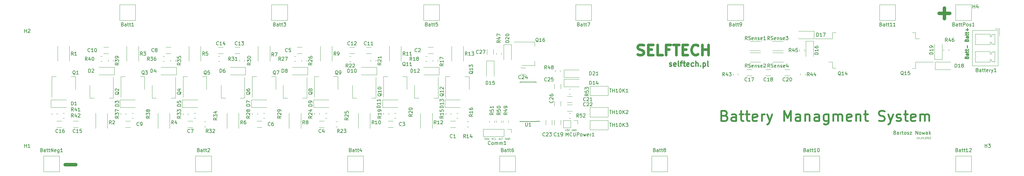
<source format=gbr>
%TF.GenerationSoftware,KiCad,Pcbnew,6.0.8-f2edbf62ab~116~ubuntu22.04.1*%
%TF.CreationDate,2022-10-14T18:08:29+02:00*%
%TF.ProjectId,bms,626d732e-6b69-4636-9164-5f7063625858,rev?*%
%TF.SameCoordinates,Original*%
%TF.FileFunction,Legend,Top*%
%TF.FilePolarity,Positive*%
%FSLAX46Y46*%
G04 Gerber Fmt 4.6, Leading zero omitted, Abs format (unit mm)*
G04 Created by KiCad (PCBNEW 6.0.8-f2edbf62ab~116~ubuntu22.04.1) date 2022-10-14 18:08:29*
%MOMM*%
%LPD*%
G01*
G04 APERTURE LIST*
%ADD10C,1.000000*%
%ADD11C,0.125000*%
%ADD12C,0.375000*%
%ADD13C,0.250000*%
%ADD14C,0.500000*%
%ADD15C,0.150000*%
%ADD16C,0.750000*%
%ADD17C,0.120000*%
G04 APERTURE END LIST*
D10*
X114976190Y-147285714D02*
X118023809Y-147285714D01*
X367976190Y-103285714D02*
X371023809Y-103285714D01*
X369500000Y-104809523D02*
X369500000Y-101761904D01*
D11*
X361738095Y-139726190D02*
X361452380Y-139726190D01*
X361595238Y-139726190D02*
X361595238Y-139226190D01*
X361547619Y-139297619D01*
X361500000Y-139345238D01*
X361452380Y-139369047D01*
X362166666Y-139392857D02*
X362166666Y-139726190D01*
X362047619Y-139202380D02*
X361928571Y-139559523D01*
X362238095Y-139559523D01*
X362428571Y-139678571D02*
X362452380Y-139702380D01*
X362428571Y-139726190D01*
X362404761Y-139702380D01*
X362428571Y-139678571D01*
X362428571Y-139726190D01*
X362928571Y-139726190D02*
X362642857Y-139726190D01*
X362785714Y-139726190D02*
X362785714Y-139226190D01*
X362738095Y-139297619D01*
X362690476Y-139345238D01*
X362642857Y-139369047D01*
X363238095Y-139226190D02*
X363285714Y-139226190D01*
X363333333Y-139250000D01*
X363357142Y-139273809D01*
X363380952Y-139321428D01*
X363404761Y-139416666D01*
X363404761Y-139535714D01*
X363380952Y-139630952D01*
X363357142Y-139678571D01*
X363333333Y-139702380D01*
X363285714Y-139726190D01*
X363238095Y-139726190D01*
X363190476Y-139702380D01*
X363166666Y-139678571D01*
X363142857Y-139630952D01*
X363119047Y-139535714D01*
X363119047Y-139416666D01*
X363142857Y-139321428D01*
X363166666Y-139273809D01*
X363190476Y-139250000D01*
X363238095Y-139226190D01*
X363619047Y-139678571D02*
X363642857Y-139702380D01*
X363619047Y-139726190D01*
X363595238Y-139702380D01*
X363619047Y-139678571D01*
X363619047Y-139726190D01*
X363833333Y-139273809D02*
X363857142Y-139250000D01*
X363904761Y-139226190D01*
X364023809Y-139226190D01*
X364071428Y-139250000D01*
X364095238Y-139273809D01*
X364119047Y-139321428D01*
X364119047Y-139369047D01*
X364095238Y-139440476D01*
X363809523Y-139726190D01*
X364119047Y-139726190D01*
X364428571Y-139226190D02*
X364476190Y-139226190D01*
X364523809Y-139250000D01*
X364547619Y-139273809D01*
X364571428Y-139321428D01*
X364595238Y-139416666D01*
X364595238Y-139535714D01*
X364571428Y-139630952D01*
X364547619Y-139678571D01*
X364523809Y-139702380D01*
X364476190Y-139726190D01*
X364428571Y-139726190D01*
X364380952Y-139702380D01*
X364357142Y-139678571D01*
X364333333Y-139630952D01*
X364309523Y-139535714D01*
X364309523Y-139416666D01*
X364333333Y-139321428D01*
X364357142Y-139273809D01*
X364380952Y-139250000D01*
X364428571Y-139226190D01*
X364785714Y-139273809D02*
X364809523Y-139250000D01*
X364857142Y-139226190D01*
X364976190Y-139226190D01*
X365023809Y-139250000D01*
X365047619Y-139273809D01*
X365071428Y-139321428D01*
X365071428Y-139369047D01*
X365047619Y-139440476D01*
X364761904Y-139726190D01*
X365071428Y-139726190D01*
X365261904Y-139273809D02*
X365285714Y-139250000D01*
X365333333Y-139226190D01*
X365452380Y-139226190D01*
X365500000Y-139250000D01*
X365523809Y-139273809D01*
X365547619Y-139321428D01*
X365547619Y-139369047D01*
X365523809Y-139440476D01*
X365238095Y-139726190D01*
X365547619Y-139726190D01*
D12*
X289892857Y-118607142D02*
X290035714Y-118678571D01*
X290321428Y-118678571D01*
X290464285Y-118607142D01*
X290535714Y-118464285D01*
X290535714Y-118392857D01*
X290464285Y-118250000D01*
X290321428Y-118178571D01*
X290107142Y-118178571D01*
X289964285Y-118107142D01*
X289892857Y-117964285D01*
X289892857Y-117892857D01*
X289964285Y-117750000D01*
X290107142Y-117678571D01*
X290321428Y-117678571D01*
X290464285Y-117750000D01*
X291750000Y-118607142D02*
X291607142Y-118678571D01*
X291321428Y-118678571D01*
X291178571Y-118607142D01*
X291107142Y-118464285D01*
X291107142Y-117892857D01*
X291178571Y-117750000D01*
X291321428Y-117678571D01*
X291607142Y-117678571D01*
X291750000Y-117750000D01*
X291821428Y-117892857D01*
X291821428Y-118035714D01*
X291107142Y-118178571D01*
X292678571Y-118678571D02*
X292535714Y-118607142D01*
X292464285Y-118464285D01*
X292464285Y-117178571D01*
X293035714Y-117678571D02*
X293607142Y-117678571D01*
X293250000Y-118678571D02*
X293250000Y-117392857D01*
X293321428Y-117250000D01*
X293464285Y-117178571D01*
X293607142Y-117178571D01*
X293892857Y-117678571D02*
X294464285Y-117678571D01*
X294107142Y-117178571D02*
X294107142Y-118464285D01*
X294178571Y-118607142D01*
X294321428Y-118678571D01*
X294464285Y-118678571D01*
X295535714Y-118607142D02*
X295392857Y-118678571D01*
X295107142Y-118678571D01*
X294964285Y-118607142D01*
X294892857Y-118464285D01*
X294892857Y-117892857D01*
X294964285Y-117750000D01*
X295107142Y-117678571D01*
X295392857Y-117678571D01*
X295535714Y-117750000D01*
X295607142Y-117892857D01*
X295607142Y-118035714D01*
X294892857Y-118178571D01*
X296892857Y-118607142D02*
X296750000Y-118678571D01*
X296464285Y-118678571D01*
X296321428Y-118607142D01*
X296250000Y-118535714D01*
X296178571Y-118392857D01*
X296178571Y-117964285D01*
X296250000Y-117821428D01*
X296321428Y-117750000D01*
X296464285Y-117678571D01*
X296750000Y-117678571D01*
X296892857Y-117750000D01*
X297535714Y-118678571D02*
X297535714Y-117178571D01*
X298178571Y-118678571D02*
X298178571Y-117892857D01*
X298107142Y-117750000D01*
X297964285Y-117678571D01*
X297750000Y-117678571D01*
X297607142Y-117750000D01*
X297535714Y-117821428D01*
X298892857Y-118535714D02*
X298964285Y-118607142D01*
X298892857Y-118678571D01*
X298821428Y-118607142D01*
X298892857Y-118535714D01*
X298892857Y-118678571D01*
X299607142Y-117678571D02*
X299607142Y-119178571D01*
X299607142Y-117750000D02*
X299750000Y-117678571D01*
X300035714Y-117678571D01*
X300178571Y-117750000D01*
X300250000Y-117821428D01*
X300321428Y-117964285D01*
X300321428Y-118392857D01*
X300250000Y-118535714D01*
X300178571Y-118607142D01*
X300035714Y-118678571D01*
X299750000Y-118678571D01*
X299607142Y-118607142D01*
X301178571Y-118678571D02*
X301035714Y-118607142D01*
X300964285Y-118464285D01*
X300964285Y-117178571D01*
D13*
X375928571Y-116071428D02*
X375976190Y-115928571D01*
X376023809Y-115880952D01*
X376119047Y-115833333D01*
X376261904Y-115833333D01*
X376357142Y-115880952D01*
X376404761Y-115928571D01*
X376452380Y-116023809D01*
X376452380Y-116404761D01*
X375452380Y-116404761D01*
X375452380Y-116071428D01*
X375500000Y-115976190D01*
X375547619Y-115928571D01*
X375642857Y-115880952D01*
X375738095Y-115880952D01*
X375833333Y-115928571D01*
X375880952Y-115976190D01*
X375928571Y-116071428D01*
X375928571Y-116404761D01*
X376452380Y-114976190D02*
X375928571Y-114976190D01*
X375833333Y-115023809D01*
X375785714Y-115119047D01*
X375785714Y-115309523D01*
X375833333Y-115404761D01*
X376404761Y-114976190D02*
X376452380Y-115071428D01*
X376452380Y-115309523D01*
X376404761Y-115404761D01*
X376309523Y-115452380D01*
X376214285Y-115452380D01*
X376119047Y-115404761D01*
X376071428Y-115309523D01*
X376071428Y-115071428D01*
X376023809Y-114976190D01*
X375785714Y-114642857D02*
X375785714Y-114261904D01*
X375452380Y-114500000D02*
X376309523Y-114500000D01*
X376404761Y-114452380D01*
X376452380Y-114357142D01*
X376452380Y-114261904D01*
X375785714Y-114071428D02*
X375785714Y-113690476D01*
X375452380Y-113928571D02*
X376309523Y-113928571D01*
X376404761Y-113880952D01*
X376452380Y-113785714D01*
X376452380Y-113690476D01*
X376071428Y-113357142D02*
X376071428Y-112595238D01*
D14*
X305928571Y-133035714D02*
X306357142Y-133178571D01*
X306500000Y-133321428D01*
X306642857Y-133607142D01*
X306642857Y-134035714D01*
X306500000Y-134321428D01*
X306357142Y-134464285D01*
X306071428Y-134607142D01*
X304928571Y-134607142D01*
X304928571Y-131607142D01*
X305928571Y-131607142D01*
X306214285Y-131750000D01*
X306357142Y-131892857D01*
X306500000Y-132178571D01*
X306500000Y-132464285D01*
X306357142Y-132750000D01*
X306214285Y-132892857D01*
X305928571Y-133035714D01*
X304928571Y-133035714D01*
X309214285Y-134607142D02*
X309214285Y-133035714D01*
X309071428Y-132750000D01*
X308785714Y-132607142D01*
X308214285Y-132607142D01*
X307928571Y-132750000D01*
X309214285Y-134464285D02*
X308928571Y-134607142D01*
X308214285Y-134607142D01*
X307928571Y-134464285D01*
X307785714Y-134178571D01*
X307785714Y-133892857D01*
X307928571Y-133607142D01*
X308214285Y-133464285D01*
X308928571Y-133464285D01*
X309214285Y-133321428D01*
X310214285Y-132607142D02*
X311357142Y-132607142D01*
X310642857Y-131607142D02*
X310642857Y-134178571D01*
X310785714Y-134464285D01*
X311071428Y-134607142D01*
X311357142Y-134607142D01*
X311928571Y-132607142D02*
X313071428Y-132607142D01*
X312357142Y-131607142D02*
X312357142Y-134178571D01*
X312500000Y-134464285D01*
X312785714Y-134607142D01*
X313071428Y-134607142D01*
X315214285Y-134464285D02*
X314928571Y-134607142D01*
X314357142Y-134607142D01*
X314071428Y-134464285D01*
X313928571Y-134178571D01*
X313928571Y-133035714D01*
X314071428Y-132750000D01*
X314357142Y-132607142D01*
X314928571Y-132607142D01*
X315214285Y-132750000D01*
X315357142Y-133035714D01*
X315357142Y-133321428D01*
X313928571Y-133607142D01*
X316642857Y-134607142D02*
X316642857Y-132607142D01*
X316642857Y-133178571D02*
X316785714Y-132892857D01*
X316928571Y-132750000D01*
X317214285Y-132607142D01*
X317500000Y-132607142D01*
X318214285Y-132607142D02*
X318928571Y-134607142D01*
X319642857Y-132607142D02*
X318928571Y-134607142D01*
X318642857Y-135321428D01*
X318500000Y-135464285D01*
X318214285Y-135607142D01*
X323071428Y-134607142D02*
X323071428Y-131607142D01*
X324071428Y-133750000D01*
X325071428Y-131607142D01*
X325071428Y-134607142D01*
X327785714Y-134607142D02*
X327785714Y-133035714D01*
X327642857Y-132750000D01*
X327357142Y-132607142D01*
X326785714Y-132607142D01*
X326500000Y-132750000D01*
X327785714Y-134464285D02*
X327500000Y-134607142D01*
X326785714Y-134607142D01*
X326500000Y-134464285D01*
X326357142Y-134178571D01*
X326357142Y-133892857D01*
X326500000Y-133607142D01*
X326785714Y-133464285D01*
X327500000Y-133464285D01*
X327785714Y-133321428D01*
X329214285Y-132607142D02*
X329214285Y-134607142D01*
X329214285Y-132892857D02*
X329357142Y-132750000D01*
X329642857Y-132607142D01*
X330071428Y-132607142D01*
X330357142Y-132750000D01*
X330500000Y-133035714D01*
X330500000Y-134607142D01*
X333214285Y-134607142D02*
X333214285Y-133035714D01*
X333071428Y-132750000D01*
X332785714Y-132607142D01*
X332214285Y-132607142D01*
X331928571Y-132750000D01*
X333214285Y-134464285D02*
X332928571Y-134607142D01*
X332214285Y-134607142D01*
X331928571Y-134464285D01*
X331785714Y-134178571D01*
X331785714Y-133892857D01*
X331928571Y-133607142D01*
X332214285Y-133464285D01*
X332928571Y-133464285D01*
X333214285Y-133321428D01*
X335928571Y-132607142D02*
X335928571Y-135035714D01*
X335785714Y-135321428D01*
X335642857Y-135464285D01*
X335357142Y-135607142D01*
X334928571Y-135607142D01*
X334642857Y-135464285D01*
X335928571Y-134464285D02*
X335642857Y-134607142D01*
X335071428Y-134607142D01*
X334785714Y-134464285D01*
X334642857Y-134321428D01*
X334500000Y-134035714D01*
X334500000Y-133178571D01*
X334642857Y-132892857D01*
X334785714Y-132750000D01*
X335071428Y-132607142D01*
X335642857Y-132607142D01*
X335928571Y-132750000D01*
X337357142Y-134607142D02*
X337357142Y-132607142D01*
X337357142Y-132892857D02*
X337500000Y-132750000D01*
X337785714Y-132607142D01*
X338214285Y-132607142D01*
X338500000Y-132750000D01*
X338642857Y-133035714D01*
X338642857Y-134607142D01*
X338642857Y-133035714D02*
X338785714Y-132750000D01*
X339071428Y-132607142D01*
X339500000Y-132607142D01*
X339785714Y-132750000D01*
X339928571Y-133035714D01*
X339928571Y-134607142D01*
X342500000Y-134464285D02*
X342214285Y-134607142D01*
X341642857Y-134607142D01*
X341357142Y-134464285D01*
X341214285Y-134178571D01*
X341214285Y-133035714D01*
X341357142Y-132750000D01*
X341642857Y-132607142D01*
X342214285Y-132607142D01*
X342500000Y-132750000D01*
X342642857Y-133035714D01*
X342642857Y-133321428D01*
X341214285Y-133607142D01*
X343928571Y-132607142D02*
X343928571Y-134607142D01*
X343928571Y-132892857D02*
X344071428Y-132750000D01*
X344357142Y-132607142D01*
X344785714Y-132607142D01*
X345071428Y-132750000D01*
X345214285Y-133035714D01*
X345214285Y-134607142D01*
X346214285Y-132607142D02*
X347357142Y-132607142D01*
X346642857Y-131607142D02*
X346642857Y-134178571D01*
X346785714Y-134464285D01*
X347071428Y-134607142D01*
X347357142Y-134607142D01*
X350500000Y-134464285D02*
X350928571Y-134607142D01*
X351642857Y-134607142D01*
X351928571Y-134464285D01*
X352071428Y-134321428D01*
X352214285Y-134035714D01*
X352214285Y-133750000D01*
X352071428Y-133464285D01*
X351928571Y-133321428D01*
X351642857Y-133178571D01*
X351071428Y-133035714D01*
X350785714Y-132892857D01*
X350642857Y-132750000D01*
X350500000Y-132464285D01*
X350500000Y-132178571D01*
X350642857Y-131892857D01*
X350785714Y-131750000D01*
X351071428Y-131607142D01*
X351785714Y-131607142D01*
X352214285Y-131750000D01*
X353214285Y-132607142D02*
X353928571Y-134607142D01*
X354642857Y-132607142D02*
X353928571Y-134607142D01*
X353642857Y-135321428D01*
X353500000Y-135464285D01*
X353214285Y-135607142D01*
X355642857Y-134464285D02*
X355928571Y-134607142D01*
X356500000Y-134607142D01*
X356785714Y-134464285D01*
X356928571Y-134178571D01*
X356928571Y-134035714D01*
X356785714Y-133750000D01*
X356500000Y-133607142D01*
X356071428Y-133607142D01*
X355785714Y-133464285D01*
X355642857Y-133178571D01*
X355642857Y-133035714D01*
X355785714Y-132750000D01*
X356071428Y-132607142D01*
X356500000Y-132607142D01*
X356785714Y-132750000D01*
X357785714Y-132607142D02*
X358928571Y-132607142D01*
X358214285Y-131607142D02*
X358214285Y-134178571D01*
X358357142Y-134464285D01*
X358642857Y-134607142D01*
X358928571Y-134607142D01*
X361071428Y-134464285D02*
X360785714Y-134607142D01*
X360214285Y-134607142D01*
X359928571Y-134464285D01*
X359785714Y-134178571D01*
X359785714Y-133035714D01*
X359928571Y-132750000D01*
X360214285Y-132607142D01*
X360785714Y-132607142D01*
X361071428Y-132750000D01*
X361214285Y-133035714D01*
X361214285Y-133321428D01*
X359785714Y-133607142D01*
X362500000Y-134607142D02*
X362500000Y-132607142D01*
X362500000Y-132892857D02*
X362642857Y-132750000D01*
X362928571Y-132607142D01*
X363357142Y-132607142D01*
X363642857Y-132750000D01*
X363785714Y-133035714D01*
X363785714Y-134607142D01*
X363785714Y-133035714D02*
X363928571Y-132750000D01*
X364214285Y-132607142D01*
X364642857Y-132607142D01*
X364928571Y-132750000D01*
X365071428Y-133035714D01*
X365071428Y-134607142D01*
D13*
X375928571Y-111071428D02*
X375976190Y-110928571D01*
X376023809Y-110880952D01*
X376119047Y-110833333D01*
X376261904Y-110833333D01*
X376357142Y-110880952D01*
X376404761Y-110928571D01*
X376452380Y-111023809D01*
X376452380Y-111404761D01*
X375452380Y-111404761D01*
X375452380Y-111071428D01*
X375500000Y-110976190D01*
X375547619Y-110928571D01*
X375642857Y-110880952D01*
X375738095Y-110880952D01*
X375833333Y-110928571D01*
X375880952Y-110976190D01*
X375928571Y-111071428D01*
X375928571Y-111404761D01*
X376452380Y-109976190D02*
X375928571Y-109976190D01*
X375833333Y-110023809D01*
X375785714Y-110119047D01*
X375785714Y-110309523D01*
X375833333Y-110404761D01*
X376404761Y-109976190D02*
X376452380Y-110071428D01*
X376452380Y-110309523D01*
X376404761Y-110404761D01*
X376309523Y-110452380D01*
X376214285Y-110452380D01*
X376119047Y-110404761D01*
X376071428Y-110309523D01*
X376071428Y-110071428D01*
X376023809Y-109976190D01*
X375785714Y-109642857D02*
X375785714Y-109261904D01*
X375452380Y-109500000D02*
X376309523Y-109500000D01*
X376404761Y-109452380D01*
X376452380Y-109357142D01*
X376452380Y-109261904D01*
X375785714Y-109071428D02*
X375785714Y-108690476D01*
X375452380Y-108928571D02*
X376309523Y-108928571D01*
X376404761Y-108880952D01*
X376452380Y-108785714D01*
X376452380Y-108690476D01*
X376071428Y-108357142D02*
X376071428Y-107595238D01*
X376452380Y-107976190D02*
X375690476Y-107976190D01*
D11*
X242619047Y-139500000D02*
X242571428Y-139476190D01*
X242500000Y-139476190D01*
X242428571Y-139500000D01*
X242380952Y-139547619D01*
X242357142Y-139595238D01*
X242333333Y-139690476D01*
X242333333Y-139761904D01*
X242357142Y-139857142D01*
X242380952Y-139904761D01*
X242428571Y-139952380D01*
X242500000Y-139976190D01*
X242547619Y-139976190D01*
X242619047Y-139952380D01*
X242642857Y-139928571D01*
X242642857Y-139761904D01*
X242547619Y-139761904D01*
X242857142Y-139976190D02*
X242857142Y-139476190D01*
X243142857Y-139976190D01*
X243142857Y-139476190D01*
X243380952Y-139976190D02*
X243380952Y-139476190D01*
X243500000Y-139476190D01*
X243571428Y-139500000D01*
X243619047Y-139547619D01*
X243642857Y-139595238D01*
X243666666Y-139690476D01*
X243666666Y-139761904D01*
X243642857Y-139857142D01*
X243619047Y-139904761D01*
X243571428Y-139952380D01*
X243500000Y-139976190D01*
X243380952Y-139976190D01*
X261869047Y-136950000D02*
X261821428Y-136926190D01*
X261750000Y-136926190D01*
X261678571Y-136950000D01*
X261630952Y-136997619D01*
X261607142Y-137045238D01*
X261583333Y-137140476D01*
X261583333Y-137211904D01*
X261607142Y-137307142D01*
X261630952Y-137354761D01*
X261678571Y-137402380D01*
X261750000Y-137426190D01*
X261797619Y-137426190D01*
X261869047Y-137402380D01*
X261892857Y-137378571D01*
X261892857Y-137211904D01*
X261797619Y-137211904D01*
X262107142Y-137426190D02*
X262107142Y-136926190D01*
X262392857Y-137426190D01*
X262392857Y-136926190D01*
X262630952Y-137426190D02*
X262630952Y-136926190D01*
X262750000Y-136926190D01*
X262821428Y-136950000D01*
X262869047Y-136997619D01*
X262892857Y-137045238D01*
X262916666Y-137140476D01*
X262916666Y-137211904D01*
X262892857Y-137307142D01*
X262869047Y-137354761D01*
X262821428Y-137402380D01*
X262750000Y-137426190D01*
X262630952Y-137426190D01*
D15*
X355142857Y-137928571D02*
X355285714Y-137976190D01*
X355333333Y-138023809D01*
X355380952Y-138119047D01*
X355380952Y-138261904D01*
X355333333Y-138357142D01*
X355285714Y-138404761D01*
X355190476Y-138452380D01*
X354809523Y-138452380D01*
X354809523Y-137452380D01*
X355142857Y-137452380D01*
X355238095Y-137500000D01*
X355285714Y-137547619D01*
X355333333Y-137642857D01*
X355333333Y-137738095D01*
X355285714Y-137833333D01*
X355238095Y-137880952D01*
X355142857Y-137928571D01*
X354809523Y-137928571D01*
X356238095Y-138452380D02*
X356238095Y-137928571D01*
X356190476Y-137833333D01*
X356095238Y-137785714D01*
X355904761Y-137785714D01*
X355809523Y-137833333D01*
X356238095Y-138404761D02*
X356142857Y-138452380D01*
X355904761Y-138452380D01*
X355809523Y-138404761D01*
X355761904Y-138309523D01*
X355761904Y-138214285D01*
X355809523Y-138119047D01*
X355904761Y-138071428D01*
X356142857Y-138071428D01*
X356238095Y-138023809D01*
X356714285Y-138452380D02*
X356714285Y-137785714D01*
X356714285Y-137976190D02*
X356761904Y-137880952D01*
X356809523Y-137833333D01*
X356904761Y-137785714D01*
X357000000Y-137785714D01*
X357190476Y-137785714D02*
X357571428Y-137785714D01*
X357333333Y-137452380D02*
X357333333Y-138309523D01*
X357380952Y-138404761D01*
X357476190Y-138452380D01*
X357571428Y-138452380D01*
X358047619Y-138452380D02*
X357952380Y-138404761D01*
X357904761Y-138357142D01*
X357857142Y-138261904D01*
X357857142Y-137976190D01*
X357904761Y-137880952D01*
X357952380Y-137833333D01*
X358047619Y-137785714D01*
X358190476Y-137785714D01*
X358285714Y-137833333D01*
X358333333Y-137880952D01*
X358380952Y-137976190D01*
X358380952Y-138261904D01*
X358333333Y-138357142D01*
X358285714Y-138404761D01*
X358190476Y-138452380D01*
X358047619Y-138452380D01*
X358761904Y-138404761D02*
X358857142Y-138452380D01*
X359047619Y-138452380D01*
X359142857Y-138404761D01*
X359190476Y-138309523D01*
X359190476Y-138261904D01*
X359142857Y-138166666D01*
X359047619Y-138119047D01*
X358904761Y-138119047D01*
X358809523Y-138071428D01*
X358761904Y-137976190D01*
X358761904Y-137928571D01*
X358809523Y-137833333D01*
X358904761Y-137785714D01*
X359047619Y-137785714D01*
X359142857Y-137833333D01*
X359523809Y-137785714D02*
X360047619Y-137785714D01*
X359523809Y-138452380D01*
X360047619Y-138452380D01*
X361190476Y-138452380D02*
X361190476Y-137452380D01*
X361761904Y-138452380D01*
X361761904Y-137452380D01*
X362380952Y-138452380D02*
X362285714Y-138404761D01*
X362238095Y-138357142D01*
X362190476Y-138261904D01*
X362190476Y-137976190D01*
X362238095Y-137880952D01*
X362285714Y-137833333D01*
X362380952Y-137785714D01*
X362523809Y-137785714D01*
X362619047Y-137833333D01*
X362666666Y-137880952D01*
X362714285Y-137976190D01*
X362714285Y-138261904D01*
X362666666Y-138357142D01*
X362619047Y-138404761D01*
X362523809Y-138452380D01*
X362380952Y-138452380D01*
X363047619Y-137785714D02*
X363238095Y-138452380D01*
X363428571Y-137976190D01*
X363619047Y-138452380D01*
X363809523Y-137785714D01*
X364619047Y-138452380D02*
X364619047Y-137928571D01*
X364571428Y-137833333D01*
X364476190Y-137785714D01*
X364285714Y-137785714D01*
X364190476Y-137833333D01*
X364619047Y-138404761D02*
X364523809Y-138452380D01*
X364285714Y-138452380D01*
X364190476Y-138404761D01*
X364142857Y-138309523D01*
X364142857Y-138214285D01*
X364190476Y-138119047D01*
X364285714Y-138071428D01*
X364523809Y-138071428D01*
X364619047Y-138023809D01*
X365095238Y-138452380D02*
X365095238Y-137452380D01*
X365190476Y-138071428D02*
X365476190Y-138452380D01*
X365476190Y-137785714D02*
X365095238Y-138166666D01*
D11*
X238404761Y-139952380D02*
X238476190Y-139976190D01*
X238595238Y-139976190D01*
X238642857Y-139952380D01*
X238666666Y-139928571D01*
X238690476Y-139880952D01*
X238690476Y-139833333D01*
X238666666Y-139785714D01*
X238642857Y-139761904D01*
X238595238Y-139738095D01*
X238500000Y-139714285D01*
X238452380Y-139690476D01*
X238428571Y-139666666D01*
X238404761Y-139619047D01*
X238404761Y-139571428D01*
X238428571Y-139523809D01*
X238452380Y-139500000D01*
X238500000Y-139476190D01*
X238619047Y-139476190D01*
X238690476Y-139500000D01*
X239190476Y-139928571D02*
X239166666Y-139952380D01*
X239095238Y-139976190D01*
X239047619Y-139976190D01*
X238976190Y-139952380D01*
X238928571Y-139904761D01*
X238904761Y-139857142D01*
X238880952Y-139761904D01*
X238880952Y-139690476D01*
X238904761Y-139595238D01*
X238928571Y-139547619D01*
X238976190Y-139500000D01*
X239047619Y-139476190D01*
X239095238Y-139476190D01*
X239166666Y-139500000D01*
X239190476Y-139523809D01*
X239642857Y-139976190D02*
X239404761Y-139976190D01*
X239404761Y-139476190D01*
X240488095Y-139833333D02*
X240726190Y-139833333D01*
X240440476Y-139976190D02*
X240607142Y-139476190D01*
X240773809Y-139976190D01*
X241178571Y-139976190D02*
X240940476Y-139976190D01*
X240940476Y-139476190D01*
X241273809Y-139476190D02*
X241559523Y-139476190D01*
X241416666Y-139976190D02*
X241416666Y-139476190D01*
X236392857Y-139952380D02*
X236464285Y-139976190D01*
X236583333Y-139976190D01*
X236630952Y-139952380D01*
X236654761Y-139928571D01*
X236678571Y-139880952D01*
X236678571Y-139833333D01*
X236654761Y-139785714D01*
X236630952Y-139761904D01*
X236583333Y-139738095D01*
X236488095Y-139714285D01*
X236440476Y-139690476D01*
X236416666Y-139666666D01*
X236392857Y-139619047D01*
X236392857Y-139571428D01*
X236416666Y-139523809D01*
X236440476Y-139500000D01*
X236488095Y-139476190D01*
X236607142Y-139476190D01*
X236678571Y-139500000D01*
X236892857Y-139976190D02*
X236892857Y-139476190D01*
X237011904Y-139476190D01*
X237083333Y-139500000D01*
X237130952Y-139547619D01*
X237154761Y-139595238D01*
X237178571Y-139690476D01*
X237178571Y-139761904D01*
X237154761Y-139857142D01*
X237130952Y-139904761D01*
X237083333Y-139952380D01*
X237011904Y-139976190D01*
X236892857Y-139976190D01*
X237369047Y-139833333D02*
X237607142Y-139833333D01*
X237321428Y-139976190D02*
X237488095Y-139476190D01*
X237654761Y-139976190D01*
X259607142Y-137235714D02*
X259988095Y-137235714D01*
X259797619Y-137426190D02*
X259797619Y-137045238D01*
X260464285Y-136926190D02*
X260226190Y-136926190D01*
X260202380Y-137164285D01*
X260226190Y-137140476D01*
X260273809Y-137116666D01*
X260392857Y-137116666D01*
X260440476Y-137140476D01*
X260464285Y-137164285D01*
X260488095Y-137211904D01*
X260488095Y-137330952D01*
X260464285Y-137378571D01*
X260440476Y-137402380D01*
X260392857Y-137426190D01*
X260273809Y-137426190D01*
X260226190Y-137402380D01*
X260202380Y-137378571D01*
X260630952Y-136926190D02*
X260797619Y-137426190D01*
X260964285Y-136926190D01*
D16*
X280714285Y-115214285D02*
X281142857Y-115357142D01*
X281857142Y-115357142D01*
X282142857Y-115214285D01*
X282285714Y-115071428D01*
X282428571Y-114785714D01*
X282428571Y-114500000D01*
X282285714Y-114214285D01*
X282142857Y-114071428D01*
X281857142Y-113928571D01*
X281285714Y-113785714D01*
X281000000Y-113642857D01*
X280857142Y-113500000D01*
X280714285Y-113214285D01*
X280714285Y-112928571D01*
X280857142Y-112642857D01*
X281000000Y-112500000D01*
X281285714Y-112357142D01*
X282000000Y-112357142D01*
X282428571Y-112500000D01*
X283714285Y-113785714D02*
X284714285Y-113785714D01*
X285142857Y-115357142D02*
X283714285Y-115357142D01*
X283714285Y-112357142D01*
X285142857Y-112357142D01*
X287857142Y-115357142D02*
X286428571Y-115357142D01*
X286428571Y-112357142D01*
X289857142Y-113785714D02*
X288857142Y-113785714D01*
X288857142Y-115357142D02*
X288857142Y-112357142D01*
X290285714Y-112357142D01*
X291000000Y-112357142D02*
X292714285Y-112357142D01*
X291857142Y-115357142D02*
X291857142Y-112357142D01*
X293714285Y-113785714D02*
X294714285Y-113785714D01*
X295142857Y-115357142D02*
X293714285Y-115357142D01*
X293714285Y-112357142D01*
X295142857Y-112357142D01*
X298142857Y-115071428D02*
X298000000Y-115214285D01*
X297571428Y-115357142D01*
X297285714Y-115357142D01*
X296857142Y-115214285D01*
X296571428Y-114928571D01*
X296428571Y-114642857D01*
X296285714Y-114071428D01*
X296285714Y-113642857D01*
X296428571Y-113071428D01*
X296571428Y-112785714D01*
X296857142Y-112500000D01*
X297285714Y-112357142D01*
X297571428Y-112357142D01*
X298000000Y-112500000D01*
X298142857Y-112642857D01*
X299428571Y-115357142D02*
X299428571Y-112357142D01*
X299428571Y-113785714D02*
X301142857Y-113785714D01*
X301142857Y-115357142D02*
X301142857Y-112357142D01*
D15*
%TO.C,Q15*%
X357628571Y-121210119D02*
X357533333Y-121162500D01*
X357438095Y-121067261D01*
X357295238Y-120924404D01*
X357200000Y-120876785D01*
X357104761Y-120876785D01*
X357152380Y-121114880D02*
X357057142Y-121067261D01*
X356961904Y-120972023D01*
X356914285Y-120781547D01*
X356914285Y-120448214D01*
X356961904Y-120257738D01*
X357057142Y-120162500D01*
X357152380Y-120114880D01*
X357342857Y-120114880D01*
X357438095Y-120162500D01*
X357533333Y-120257738D01*
X357580952Y-120448214D01*
X357580952Y-120781547D01*
X357533333Y-120972023D01*
X357438095Y-121067261D01*
X357342857Y-121114880D01*
X357152380Y-121114880D01*
X358533333Y-121114880D02*
X357961904Y-121114880D01*
X358247619Y-121114880D02*
X358247619Y-120114880D01*
X358152380Y-120257738D01*
X358057142Y-120352976D01*
X357961904Y-120400595D01*
X359438095Y-120114880D02*
X358961904Y-120114880D01*
X358914285Y-120591071D01*
X358961904Y-120543452D01*
X359057142Y-120495833D01*
X359295238Y-120495833D01*
X359390476Y-120543452D01*
X359438095Y-120591071D01*
X359485714Y-120686309D01*
X359485714Y-120924404D01*
X359438095Y-121019642D01*
X359390476Y-121067261D01*
X359295238Y-121114880D01*
X359057142Y-121114880D01*
X358961904Y-121067261D01*
X358914285Y-121019642D01*
%TO.C,Q14*%
X339478571Y-121297619D02*
X339383333Y-121250000D01*
X339288095Y-121154761D01*
X339145238Y-121011904D01*
X339050000Y-120964285D01*
X338954761Y-120964285D01*
X339002380Y-121202380D02*
X338907142Y-121154761D01*
X338811904Y-121059523D01*
X338764285Y-120869047D01*
X338764285Y-120535714D01*
X338811904Y-120345238D01*
X338907142Y-120250000D01*
X339002380Y-120202380D01*
X339192857Y-120202380D01*
X339288095Y-120250000D01*
X339383333Y-120345238D01*
X339430952Y-120535714D01*
X339430952Y-120869047D01*
X339383333Y-121059523D01*
X339288095Y-121154761D01*
X339192857Y-121202380D01*
X339002380Y-121202380D01*
X340383333Y-121202380D02*
X339811904Y-121202380D01*
X340097619Y-121202380D02*
X340097619Y-120202380D01*
X340002380Y-120345238D01*
X339907142Y-120440476D01*
X339811904Y-120488095D01*
X341240476Y-120535714D02*
X341240476Y-121202380D01*
X341002380Y-120154761D02*
X340764285Y-120869047D01*
X341383333Y-120869047D01*
%TO.C,D21*%
X266785714Y-121202380D02*
X266785714Y-120202380D01*
X267023809Y-120202380D01*
X267166666Y-120250000D01*
X267261904Y-120345238D01*
X267309523Y-120440476D01*
X267357142Y-120630952D01*
X267357142Y-120773809D01*
X267309523Y-120964285D01*
X267261904Y-121059523D01*
X267166666Y-121154761D01*
X267023809Y-121202380D01*
X266785714Y-121202380D01*
X267738095Y-120297619D02*
X267785714Y-120250000D01*
X267880952Y-120202380D01*
X268119047Y-120202380D01*
X268214285Y-120250000D01*
X268261904Y-120297619D01*
X268309523Y-120392857D01*
X268309523Y-120488095D01*
X268261904Y-120630952D01*
X267690476Y-121202380D01*
X268309523Y-121202380D01*
X269261904Y-121202380D02*
X268690476Y-121202380D01*
X268976190Y-121202380D02*
X268976190Y-120202380D01*
X268880952Y-120345238D01*
X268785714Y-120440476D01*
X268690476Y-120488095D01*
%TO.C,D20*%
X243452380Y-111714285D02*
X242452380Y-111714285D01*
X242452380Y-111476190D01*
X242500000Y-111333333D01*
X242595238Y-111238095D01*
X242690476Y-111190476D01*
X242880952Y-111142857D01*
X243023809Y-111142857D01*
X243214285Y-111190476D01*
X243309523Y-111238095D01*
X243404761Y-111333333D01*
X243452380Y-111476190D01*
X243452380Y-111714285D01*
X242547619Y-110761904D02*
X242500000Y-110714285D01*
X242452380Y-110619047D01*
X242452380Y-110380952D01*
X242500000Y-110285714D01*
X242547619Y-110238095D01*
X242642857Y-110190476D01*
X242738095Y-110190476D01*
X242880952Y-110238095D01*
X243452380Y-110809523D01*
X243452380Y-110190476D01*
X242452380Y-109571428D02*
X242452380Y-109476190D01*
X242500000Y-109380952D01*
X242547619Y-109333333D01*
X242642857Y-109285714D01*
X242833333Y-109238095D01*
X243071428Y-109238095D01*
X243261904Y-109285714D01*
X243357142Y-109333333D01*
X243404761Y-109380952D01*
X243452380Y-109476190D01*
X243452380Y-109571428D01*
X243404761Y-109666666D01*
X243357142Y-109714285D01*
X243261904Y-109761904D01*
X243071428Y-109809523D01*
X242833333Y-109809523D01*
X242642857Y-109761904D01*
X242547619Y-109714285D01*
X242500000Y-109666666D01*
X242452380Y-109571428D01*
%TO.C,D19*%
X366202380Y-115126785D02*
X365202380Y-115126785D01*
X365202380Y-114888690D01*
X365250000Y-114745833D01*
X365345238Y-114650595D01*
X365440476Y-114602976D01*
X365630952Y-114555357D01*
X365773809Y-114555357D01*
X365964285Y-114602976D01*
X366059523Y-114650595D01*
X366154761Y-114745833D01*
X366202380Y-114888690D01*
X366202380Y-115126785D01*
X366202380Y-113602976D02*
X366202380Y-114174404D01*
X366202380Y-113888690D02*
X365202380Y-113888690D01*
X365345238Y-113983928D01*
X365440476Y-114079166D01*
X365488095Y-114174404D01*
X366202380Y-113126785D02*
X366202380Y-112936309D01*
X366154761Y-112841071D01*
X366107142Y-112793452D01*
X365964285Y-112698214D01*
X365773809Y-112650595D01*
X365392857Y-112650595D01*
X365297619Y-112698214D01*
X365250000Y-112745833D01*
X365202380Y-112841071D01*
X365202380Y-113031547D01*
X365250000Y-113126785D01*
X365297619Y-113174404D01*
X365392857Y-113222023D01*
X365630952Y-113222023D01*
X365726190Y-113174404D01*
X365773809Y-113126785D01*
X365821428Y-113031547D01*
X365821428Y-112841071D01*
X365773809Y-112745833D01*
X365726190Y-112698214D01*
X365630952Y-112650595D01*
%TO.C,D18*%
X372535714Y-118952380D02*
X372535714Y-117952380D01*
X372773809Y-117952380D01*
X372916666Y-118000000D01*
X373011904Y-118095238D01*
X373059523Y-118190476D01*
X373107142Y-118380952D01*
X373107142Y-118523809D01*
X373059523Y-118714285D01*
X373011904Y-118809523D01*
X372916666Y-118904761D01*
X372773809Y-118952380D01*
X372535714Y-118952380D01*
X374059523Y-118952380D02*
X373488095Y-118952380D01*
X373773809Y-118952380D02*
X373773809Y-117952380D01*
X373678571Y-118095238D01*
X373583333Y-118190476D01*
X373488095Y-118238095D01*
X374630952Y-118380952D02*
X374535714Y-118333333D01*
X374488095Y-118285714D01*
X374440476Y-118190476D01*
X374440476Y-118142857D01*
X374488095Y-118047619D01*
X374535714Y-118000000D01*
X374630952Y-117952380D01*
X374821428Y-117952380D01*
X374916666Y-118000000D01*
X374964285Y-118047619D01*
X375011904Y-118142857D01*
X375011904Y-118190476D01*
X374964285Y-118285714D01*
X374916666Y-118333333D01*
X374821428Y-118380952D01*
X374630952Y-118380952D01*
X374535714Y-118428571D01*
X374488095Y-118476190D01*
X374440476Y-118571428D01*
X374440476Y-118761904D01*
X374488095Y-118857142D01*
X374535714Y-118904761D01*
X374630952Y-118952380D01*
X374821428Y-118952380D01*
X374916666Y-118904761D01*
X374964285Y-118857142D01*
X375011904Y-118761904D01*
X375011904Y-118571428D01*
X374964285Y-118476190D01*
X374916666Y-118428571D01*
X374821428Y-118380952D01*
%TO.C,D17*%
X332535714Y-109952380D02*
X332535714Y-108952380D01*
X332773809Y-108952380D01*
X332916666Y-109000000D01*
X333011904Y-109095238D01*
X333059523Y-109190476D01*
X333107142Y-109380952D01*
X333107142Y-109523809D01*
X333059523Y-109714285D01*
X333011904Y-109809523D01*
X332916666Y-109904761D01*
X332773809Y-109952380D01*
X332535714Y-109952380D01*
X334059523Y-109952380D02*
X333488095Y-109952380D01*
X333773809Y-109952380D02*
X333773809Y-108952380D01*
X333678571Y-109095238D01*
X333583333Y-109190476D01*
X333488095Y-109238095D01*
X334392857Y-108952380D02*
X335059523Y-108952380D01*
X334630952Y-109952380D01*
%TO.C,D16*%
X332952380Y-115214285D02*
X331952380Y-115214285D01*
X331952380Y-114976190D01*
X332000000Y-114833333D01*
X332095238Y-114738095D01*
X332190476Y-114690476D01*
X332380952Y-114642857D01*
X332523809Y-114642857D01*
X332714285Y-114690476D01*
X332809523Y-114738095D01*
X332904761Y-114833333D01*
X332952380Y-114976190D01*
X332952380Y-115214285D01*
X332952380Y-113690476D02*
X332952380Y-114261904D01*
X332952380Y-113976190D02*
X331952380Y-113976190D01*
X332095238Y-114071428D01*
X332190476Y-114166666D01*
X332238095Y-114261904D01*
X331952380Y-112833333D02*
X331952380Y-113023809D01*
X332000000Y-113119047D01*
X332047619Y-113166666D01*
X332190476Y-113261904D01*
X332380952Y-113309523D01*
X332761904Y-113309523D01*
X332857142Y-113261904D01*
X332904761Y-113214285D01*
X332952380Y-113119047D01*
X332952380Y-112928571D01*
X332904761Y-112833333D01*
X332857142Y-112785714D01*
X332761904Y-112738095D01*
X332523809Y-112738095D01*
X332428571Y-112785714D01*
X332380952Y-112833333D01*
X332333333Y-112928571D01*
X332333333Y-113119047D01*
X332380952Y-113214285D01*
X332428571Y-113261904D01*
X332523809Y-113309523D01*
%TO.C,D15*%
X236785714Y-123952380D02*
X236785714Y-122952380D01*
X237023809Y-122952380D01*
X237166666Y-123000000D01*
X237261904Y-123095238D01*
X237309523Y-123190476D01*
X237357142Y-123380952D01*
X237357142Y-123523809D01*
X237309523Y-123714285D01*
X237261904Y-123809523D01*
X237166666Y-123904761D01*
X237023809Y-123952380D01*
X236785714Y-123952380D01*
X238309523Y-123952380D02*
X237738095Y-123952380D01*
X238023809Y-123952380D02*
X238023809Y-122952380D01*
X237928571Y-123095238D01*
X237833333Y-123190476D01*
X237738095Y-123238095D01*
X239214285Y-122952380D02*
X238738095Y-122952380D01*
X238690476Y-123428571D01*
X238738095Y-123380952D01*
X238833333Y-123333333D01*
X239071428Y-123333333D01*
X239166666Y-123380952D01*
X239214285Y-123428571D01*
X239261904Y-123523809D01*
X239261904Y-123761904D01*
X239214285Y-123857142D01*
X239166666Y-123904761D01*
X239071428Y-123952380D01*
X238833333Y-123952380D01*
X238738095Y-123904761D01*
X238690476Y-123857142D01*
%TO.C,D14*%
X266785714Y-123952380D02*
X266785714Y-122952380D01*
X267023809Y-122952380D01*
X267166666Y-123000000D01*
X267261904Y-123095238D01*
X267309523Y-123190476D01*
X267357142Y-123380952D01*
X267357142Y-123523809D01*
X267309523Y-123714285D01*
X267261904Y-123809523D01*
X267166666Y-123904761D01*
X267023809Y-123952380D01*
X266785714Y-123952380D01*
X268309523Y-123952380D02*
X267738095Y-123952380D01*
X268023809Y-123952380D02*
X268023809Y-122952380D01*
X267928571Y-123095238D01*
X267833333Y-123190476D01*
X267738095Y-123238095D01*
X269166666Y-123285714D02*
X269166666Y-123952380D01*
X268928571Y-122904761D02*
X268690476Y-123619047D01*
X269309523Y-123619047D01*
%TO.C,D13*%
X224452380Y-130714285D02*
X223452380Y-130714285D01*
X223452380Y-130476190D01*
X223500000Y-130333333D01*
X223595238Y-130238095D01*
X223690476Y-130190476D01*
X223880952Y-130142857D01*
X224023809Y-130142857D01*
X224214285Y-130190476D01*
X224309523Y-130238095D01*
X224404761Y-130333333D01*
X224452380Y-130476190D01*
X224452380Y-130714285D01*
X224452380Y-129190476D02*
X224452380Y-129761904D01*
X224452380Y-129476190D02*
X223452380Y-129476190D01*
X223595238Y-129571428D01*
X223690476Y-129666666D01*
X223738095Y-129761904D01*
X223452380Y-128857142D02*
X223452380Y-128238095D01*
X223833333Y-128571428D01*
X223833333Y-128428571D01*
X223880952Y-128333333D01*
X223928571Y-128285714D01*
X224023809Y-128238095D01*
X224261904Y-128238095D01*
X224357142Y-128285714D01*
X224404761Y-128333333D01*
X224452380Y-128428571D01*
X224452380Y-128714285D01*
X224404761Y-128809523D01*
X224357142Y-128857142D01*
%TO.C,D12*%
X215035714Y-120452380D02*
X215035714Y-119452380D01*
X215273809Y-119452380D01*
X215416666Y-119500000D01*
X215511904Y-119595238D01*
X215559523Y-119690476D01*
X215607142Y-119880952D01*
X215607142Y-120023809D01*
X215559523Y-120214285D01*
X215511904Y-120309523D01*
X215416666Y-120404761D01*
X215273809Y-120452380D01*
X215035714Y-120452380D01*
X216559523Y-120452380D02*
X215988095Y-120452380D01*
X216273809Y-120452380D02*
X216273809Y-119452380D01*
X216178571Y-119595238D01*
X216083333Y-119690476D01*
X215988095Y-119738095D01*
X216940476Y-119547619D02*
X216988095Y-119500000D01*
X217083333Y-119452380D01*
X217321428Y-119452380D01*
X217416666Y-119500000D01*
X217464285Y-119547619D01*
X217511904Y-119642857D01*
X217511904Y-119738095D01*
X217464285Y-119880952D01*
X216892857Y-120452380D01*
X217511904Y-120452380D01*
%TO.C,D11*%
X206202380Y-130714285D02*
X205202380Y-130714285D01*
X205202380Y-130476190D01*
X205250000Y-130333333D01*
X205345238Y-130238095D01*
X205440476Y-130190476D01*
X205630952Y-130142857D01*
X205773809Y-130142857D01*
X205964285Y-130190476D01*
X206059523Y-130238095D01*
X206154761Y-130333333D01*
X206202380Y-130476190D01*
X206202380Y-130714285D01*
X206202380Y-129190476D02*
X206202380Y-129761904D01*
X206202380Y-129476190D02*
X205202380Y-129476190D01*
X205345238Y-129571428D01*
X205440476Y-129666666D01*
X205488095Y-129761904D01*
X206202380Y-128238095D02*
X206202380Y-128809523D01*
X206202380Y-128523809D02*
X205202380Y-128523809D01*
X205345238Y-128619047D01*
X205440476Y-128714285D01*
X205488095Y-128809523D01*
%TO.C,D10*%
X196785714Y-120452380D02*
X196785714Y-119452380D01*
X197023809Y-119452380D01*
X197166666Y-119500000D01*
X197261904Y-119595238D01*
X197309523Y-119690476D01*
X197357142Y-119880952D01*
X197357142Y-120023809D01*
X197309523Y-120214285D01*
X197261904Y-120309523D01*
X197166666Y-120404761D01*
X197023809Y-120452380D01*
X196785714Y-120452380D01*
X198309523Y-120452380D02*
X197738095Y-120452380D01*
X198023809Y-120452380D02*
X198023809Y-119452380D01*
X197928571Y-119595238D01*
X197833333Y-119690476D01*
X197738095Y-119738095D01*
X198928571Y-119452380D02*
X199023809Y-119452380D01*
X199119047Y-119500000D01*
X199166666Y-119547619D01*
X199214285Y-119642857D01*
X199261904Y-119833333D01*
X199261904Y-120071428D01*
X199214285Y-120261904D01*
X199166666Y-120357142D01*
X199119047Y-120404761D01*
X199023809Y-120452380D01*
X198928571Y-120452380D01*
X198833333Y-120404761D01*
X198785714Y-120357142D01*
X198738095Y-120261904D01*
X198690476Y-120071428D01*
X198690476Y-119833333D01*
X198738095Y-119642857D01*
X198785714Y-119547619D01*
X198833333Y-119500000D01*
X198928571Y-119452380D01*
%TO.C,D9*%
X186452380Y-130238095D02*
X185452380Y-130238095D01*
X185452380Y-130000000D01*
X185500000Y-129857142D01*
X185595238Y-129761904D01*
X185690476Y-129714285D01*
X185880952Y-129666666D01*
X186023809Y-129666666D01*
X186214285Y-129714285D01*
X186309523Y-129761904D01*
X186404761Y-129857142D01*
X186452380Y-130000000D01*
X186452380Y-130238095D01*
X186452380Y-129190476D02*
X186452380Y-129000000D01*
X186404761Y-128904761D01*
X186357142Y-128857142D01*
X186214285Y-128761904D01*
X186023809Y-128714285D01*
X185642857Y-128714285D01*
X185547619Y-128761904D01*
X185500000Y-128809523D01*
X185452380Y-128904761D01*
X185452380Y-129095238D01*
X185500000Y-129190476D01*
X185547619Y-129238095D01*
X185642857Y-129285714D01*
X185880952Y-129285714D01*
X185976190Y-129238095D01*
X186023809Y-129190476D01*
X186071428Y-129095238D01*
X186071428Y-128904761D01*
X186023809Y-128809523D01*
X185976190Y-128761904D01*
X185880952Y-128714285D01*
%TO.C,D8*%
X177761904Y-120452380D02*
X177761904Y-119452380D01*
X178000000Y-119452380D01*
X178142857Y-119500000D01*
X178238095Y-119595238D01*
X178285714Y-119690476D01*
X178333333Y-119880952D01*
X178333333Y-120023809D01*
X178285714Y-120214285D01*
X178238095Y-120309523D01*
X178142857Y-120404761D01*
X178000000Y-120452380D01*
X177761904Y-120452380D01*
X178904761Y-119880952D02*
X178809523Y-119833333D01*
X178761904Y-119785714D01*
X178714285Y-119690476D01*
X178714285Y-119642857D01*
X178761904Y-119547619D01*
X178809523Y-119500000D01*
X178904761Y-119452380D01*
X179095238Y-119452380D01*
X179190476Y-119500000D01*
X179238095Y-119547619D01*
X179285714Y-119642857D01*
X179285714Y-119690476D01*
X179238095Y-119785714D01*
X179190476Y-119833333D01*
X179095238Y-119880952D01*
X178904761Y-119880952D01*
X178809523Y-119928571D01*
X178761904Y-119976190D01*
X178714285Y-120071428D01*
X178714285Y-120261904D01*
X178761904Y-120357142D01*
X178809523Y-120404761D01*
X178904761Y-120452380D01*
X179095238Y-120452380D01*
X179190476Y-120404761D01*
X179238095Y-120357142D01*
X179285714Y-120261904D01*
X179285714Y-120071428D01*
X179238095Y-119976190D01*
X179190476Y-119928571D01*
X179095238Y-119880952D01*
%TO.C,D7*%
X168452380Y-130238095D02*
X167452380Y-130238095D01*
X167452380Y-130000000D01*
X167500000Y-129857142D01*
X167595238Y-129761904D01*
X167690476Y-129714285D01*
X167880952Y-129666666D01*
X168023809Y-129666666D01*
X168214285Y-129714285D01*
X168309523Y-129761904D01*
X168404761Y-129857142D01*
X168452380Y-130000000D01*
X168452380Y-130238095D01*
X167452380Y-129333333D02*
X167452380Y-128666666D01*
X168452380Y-129095238D01*
%TO.C,D6*%
X159761904Y-120452380D02*
X159761904Y-119452380D01*
X160000000Y-119452380D01*
X160142857Y-119500000D01*
X160238095Y-119595238D01*
X160285714Y-119690476D01*
X160333333Y-119880952D01*
X160333333Y-120023809D01*
X160285714Y-120214285D01*
X160238095Y-120309523D01*
X160142857Y-120404761D01*
X160000000Y-120452380D01*
X159761904Y-120452380D01*
X161190476Y-119452380D02*
X161000000Y-119452380D01*
X160904761Y-119500000D01*
X160857142Y-119547619D01*
X160761904Y-119690476D01*
X160714285Y-119880952D01*
X160714285Y-120261904D01*
X160761904Y-120357142D01*
X160809523Y-120404761D01*
X160904761Y-120452380D01*
X161095238Y-120452380D01*
X161190476Y-120404761D01*
X161238095Y-120357142D01*
X161285714Y-120261904D01*
X161285714Y-120023809D01*
X161238095Y-119928571D01*
X161190476Y-119880952D01*
X161095238Y-119833333D01*
X160904761Y-119833333D01*
X160809523Y-119880952D01*
X160761904Y-119928571D01*
X160714285Y-120023809D01*
%TO.C,D5*%
X148452380Y-130238095D02*
X147452380Y-130238095D01*
X147452380Y-130000000D01*
X147500000Y-129857142D01*
X147595238Y-129761904D01*
X147690476Y-129714285D01*
X147880952Y-129666666D01*
X148023809Y-129666666D01*
X148214285Y-129714285D01*
X148309523Y-129761904D01*
X148404761Y-129857142D01*
X148452380Y-130000000D01*
X148452380Y-130238095D01*
X147452380Y-128761904D02*
X147452380Y-129238095D01*
X147928571Y-129285714D01*
X147880952Y-129238095D01*
X147833333Y-129142857D01*
X147833333Y-128904761D01*
X147880952Y-128809523D01*
X147928571Y-128761904D01*
X148023809Y-128714285D01*
X148261904Y-128714285D01*
X148357142Y-128761904D01*
X148404761Y-128809523D01*
X148452380Y-128904761D01*
X148452380Y-129142857D01*
X148404761Y-129238095D01*
X148357142Y-129285714D01*
%TO.C,D4*%
X139761904Y-120452380D02*
X139761904Y-119452380D01*
X140000000Y-119452380D01*
X140142857Y-119500000D01*
X140238095Y-119595238D01*
X140285714Y-119690476D01*
X140333333Y-119880952D01*
X140333333Y-120023809D01*
X140285714Y-120214285D01*
X140238095Y-120309523D01*
X140142857Y-120404761D01*
X140000000Y-120452380D01*
X139761904Y-120452380D01*
X141190476Y-119785714D02*
X141190476Y-120452380D01*
X140952380Y-119404761D02*
X140714285Y-120119047D01*
X141333333Y-120119047D01*
%TO.C,D3*%
X130452380Y-130238095D02*
X129452380Y-130238095D01*
X129452380Y-130000000D01*
X129500000Y-129857142D01*
X129595238Y-129761904D01*
X129690476Y-129714285D01*
X129880952Y-129666666D01*
X130023809Y-129666666D01*
X130214285Y-129714285D01*
X130309523Y-129761904D01*
X130404761Y-129857142D01*
X130452380Y-130000000D01*
X130452380Y-130238095D01*
X129452380Y-129333333D02*
X129452380Y-128714285D01*
X129833333Y-129047619D01*
X129833333Y-128904761D01*
X129880952Y-128809523D01*
X129928571Y-128761904D01*
X130023809Y-128714285D01*
X130261904Y-128714285D01*
X130357142Y-128761904D01*
X130404761Y-128809523D01*
X130452380Y-128904761D01*
X130452380Y-129190476D01*
X130404761Y-129285714D01*
X130357142Y-129333333D01*
%TO.C,D2*%
X121761904Y-120452380D02*
X121761904Y-119452380D01*
X122000000Y-119452380D01*
X122142857Y-119500000D01*
X122238095Y-119595238D01*
X122285714Y-119690476D01*
X122333333Y-119880952D01*
X122333333Y-120023809D01*
X122285714Y-120214285D01*
X122238095Y-120309523D01*
X122142857Y-120404761D01*
X122000000Y-120452380D01*
X121761904Y-120452380D01*
X122714285Y-119547619D02*
X122761904Y-119500000D01*
X122857142Y-119452380D01*
X123095238Y-119452380D01*
X123190476Y-119500000D01*
X123238095Y-119547619D01*
X123285714Y-119642857D01*
X123285714Y-119738095D01*
X123238095Y-119880952D01*
X122666666Y-120452380D01*
X123285714Y-120452380D01*
%TO.C,D1*%
X116761904Y-129952380D02*
X116761904Y-128952380D01*
X117000000Y-128952380D01*
X117142857Y-129000000D01*
X117238095Y-129095238D01*
X117285714Y-129190476D01*
X117333333Y-129380952D01*
X117333333Y-129523809D01*
X117285714Y-129714285D01*
X117238095Y-129809523D01*
X117142857Y-129904761D01*
X117000000Y-129952380D01*
X116761904Y-129952380D01*
X118285714Y-129952380D02*
X117714285Y-129952380D01*
X118000000Y-129952380D02*
X118000000Y-128952380D01*
X117904761Y-129095238D01*
X117809523Y-129190476D01*
X117714285Y-129238095D01*
%TO.C,BattPos1*%
X372214285Y-106428571D02*
X372357142Y-106476190D01*
X372404761Y-106523809D01*
X372452380Y-106619047D01*
X372452380Y-106761904D01*
X372404761Y-106857142D01*
X372357142Y-106904761D01*
X372261904Y-106952380D01*
X371880952Y-106952380D01*
X371880952Y-105952380D01*
X372214285Y-105952380D01*
X372309523Y-106000000D01*
X372357142Y-106047619D01*
X372404761Y-106142857D01*
X372404761Y-106238095D01*
X372357142Y-106333333D01*
X372309523Y-106380952D01*
X372214285Y-106428571D01*
X371880952Y-106428571D01*
X373309523Y-106952380D02*
X373309523Y-106428571D01*
X373261904Y-106333333D01*
X373166666Y-106285714D01*
X372976190Y-106285714D01*
X372880952Y-106333333D01*
X373309523Y-106904761D02*
X373214285Y-106952380D01*
X372976190Y-106952380D01*
X372880952Y-106904761D01*
X372833333Y-106809523D01*
X372833333Y-106714285D01*
X372880952Y-106619047D01*
X372976190Y-106571428D01*
X373214285Y-106571428D01*
X373309523Y-106523809D01*
X373642857Y-106285714D02*
X374023809Y-106285714D01*
X373785714Y-105952380D02*
X373785714Y-106809523D01*
X373833333Y-106904761D01*
X373928571Y-106952380D01*
X374023809Y-106952380D01*
X374214285Y-106285714D02*
X374595238Y-106285714D01*
X374357142Y-105952380D02*
X374357142Y-106809523D01*
X374404761Y-106904761D01*
X374500000Y-106952380D01*
X374595238Y-106952380D01*
X374928571Y-106952380D02*
X374928571Y-105952380D01*
X375309523Y-105952380D01*
X375404761Y-106000000D01*
X375452380Y-106047619D01*
X375500000Y-106142857D01*
X375500000Y-106285714D01*
X375452380Y-106380952D01*
X375404761Y-106428571D01*
X375309523Y-106476190D01*
X374928571Y-106476190D01*
X376071428Y-106952380D02*
X375976190Y-106904761D01*
X375928571Y-106857142D01*
X375880952Y-106761904D01*
X375880952Y-106476190D01*
X375928571Y-106380952D01*
X375976190Y-106333333D01*
X376071428Y-106285714D01*
X376214285Y-106285714D01*
X376309523Y-106333333D01*
X376357142Y-106380952D01*
X376404761Y-106476190D01*
X376404761Y-106761904D01*
X376357142Y-106857142D01*
X376309523Y-106904761D01*
X376214285Y-106952380D01*
X376071428Y-106952380D01*
X376785714Y-106904761D02*
X376880952Y-106952380D01*
X377071428Y-106952380D01*
X377166666Y-106904761D01*
X377214285Y-106809523D01*
X377214285Y-106761904D01*
X377166666Y-106666666D01*
X377071428Y-106619047D01*
X376928571Y-106619047D01*
X376833333Y-106571428D01*
X376785714Y-106476190D01*
X376785714Y-106428571D01*
X376833333Y-106333333D01*
X376928571Y-106285714D01*
X377071428Y-106285714D01*
X377166666Y-106333333D01*
X378166666Y-106952380D02*
X377595238Y-106952380D01*
X377880952Y-106952380D02*
X377880952Y-105952380D01*
X377785714Y-106095238D01*
X377690476Y-106190476D01*
X377595238Y-106238095D01*
%TO.C,BattNeg1*%
X108166666Y-143028571D02*
X108309523Y-143076190D01*
X108357142Y-143123809D01*
X108404761Y-143219047D01*
X108404761Y-143361904D01*
X108357142Y-143457142D01*
X108309523Y-143504761D01*
X108214285Y-143552380D01*
X107833333Y-143552380D01*
X107833333Y-142552380D01*
X108166666Y-142552380D01*
X108261904Y-142600000D01*
X108309523Y-142647619D01*
X108357142Y-142742857D01*
X108357142Y-142838095D01*
X108309523Y-142933333D01*
X108261904Y-142980952D01*
X108166666Y-143028571D01*
X107833333Y-143028571D01*
X109261904Y-143552380D02*
X109261904Y-143028571D01*
X109214285Y-142933333D01*
X109119047Y-142885714D01*
X108928571Y-142885714D01*
X108833333Y-142933333D01*
X109261904Y-143504761D02*
X109166666Y-143552380D01*
X108928571Y-143552380D01*
X108833333Y-143504761D01*
X108785714Y-143409523D01*
X108785714Y-143314285D01*
X108833333Y-143219047D01*
X108928571Y-143171428D01*
X109166666Y-143171428D01*
X109261904Y-143123809D01*
X109595238Y-142885714D02*
X109976190Y-142885714D01*
X109738095Y-142552380D02*
X109738095Y-143409523D01*
X109785714Y-143504761D01*
X109880952Y-143552380D01*
X109976190Y-143552380D01*
X110166666Y-142885714D02*
X110547619Y-142885714D01*
X110309523Y-142552380D02*
X110309523Y-143409523D01*
X110357142Y-143504761D01*
X110452380Y-143552380D01*
X110547619Y-143552380D01*
X110880952Y-143552380D02*
X110880952Y-142552380D01*
X111452380Y-143552380D01*
X111452380Y-142552380D01*
X112309523Y-143504761D02*
X112214285Y-143552380D01*
X112023809Y-143552380D01*
X111928571Y-143504761D01*
X111880952Y-143409523D01*
X111880952Y-143028571D01*
X111928571Y-142933333D01*
X112023809Y-142885714D01*
X112214285Y-142885714D01*
X112309523Y-142933333D01*
X112357142Y-143028571D01*
X112357142Y-143123809D01*
X111880952Y-143219047D01*
X113214285Y-142885714D02*
X113214285Y-143695238D01*
X113166666Y-143790476D01*
X113119047Y-143838095D01*
X113023809Y-143885714D01*
X112880952Y-143885714D01*
X112785714Y-143838095D01*
X113214285Y-143504761D02*
X113119047Y-143552380D01*
X112928571Y-143552380D01*
X112833333Y-143504761D01*
X112785714Y-143457142D01*
X112738095Y-143361904D01*
X112738095Y-143076190D01*
X112785714Y-142980952D01*
X112833333Y-142933333D01*
X112928571Y-142885714D01*
X113119047Y-142885714D01*
X113214285Y-142933333D01*
X114214285Y-143552380D02*
X113642857Y-143552380D01*
X113928571Y-143552380D02*
X113928571Y-142552380D01*
X113833333Y-142695238D01*
X113738095Y-142790476D01*
X113642857Y-142838095D01*
%TO.C,Batt12*%
X373095238Y-143028571D02*
X373238095Y-143076190D01*
X373285714Y-143123809D01*
X373333333Y-143219047D01*
X373333333Y-143361904D01*
X373285714Y-143457142D01*
X373238095Y-143504761D01*
X373142857Y-143552380D01*
X372761904Y-143552380D01*
X372761904Y-142552380D01*
X373095238Y-142552380D01*
X373190476Y-142600000D01*
X373238095Y-142647619D01*
X373285714Y-142742857D01*
X373285714Y-142838095D01*
X373238095Y-142933333D01*
X373190476Y-142980952D01*
X373095238Y-143028571D01*
X372761904Y-143028571D01*
X374190476Y-143552380D02*
X374190476Y-143028571D01*
X374142857Y-142933333D01*
X374047619Y-142885714D01*
X373857142Y-142885714D01*
X373761904Y-142933333D01*
X374190476Y-143504761D02*
X374095238Y-143552380D01*
X373857142Y-143552380D01*
X373761904Y-143504761D01*
X373714285Y-143409523D01*
X373714285Y-143314285D01*
X373761904Y-143219047D01*
X373857142Y-143171428D01*
X374095238Y-143171428D01*
X374190476Y-143123809D01*
X374523809Y-142885714D02*
X374904761Y-142885714D01*
X374666666Y-142552380D02*
X374666666Y-143409523D01*
X374714285Y-143504761D01*
X374809523Y-143552380D01*
X374904761Y-143552380D01*
X375095238Y-142885714D02*
X375476190Y-142885714D01*
X375238095Y-142552380D02*
X375238095Y-143409523D01*
X375285714Y-143504761D01*
X375380952Y-143552380D01*
X375476190Y-143552380D01*
X376333333Y-143552380D02*
X375761904Y-143552380D01*
X376047619Y-143552380D02*
X376047619Y-142552380D01*
X375952380Y-142695238D01*
X375857142Y-142790476D01*
X375761904Y-142838095D01*
X376714285Y-142647619D02*
X376761904Y-142600000D01*
X376857142Y-142552380D01*
X377095238Y-142552380D01*
X377190476Y-142600000D01*
X377238095Y-142647619D01*
X377285714Y-142742857D01*
X377285714Y-142838095D01*
X377238095Y-142980952D01*
X376666666Y-143552380D01*
X377285714Y-143552380D01*
%TO.C,Batt11*%
X351095238Y-106428571D02*
X351238095Y-106476190D01*
X351285714Y-106523809D01*
X351333333Y-106619047D01*
X351333333Y-106761904D01*
X351285714Y-106857142D01*
X351238095Y-106904761D01*
X351142857Y-106952380D01*
X350761904Y-106952380D01*
X350761904Y-105952380D01*
X351095238Y-105952380D01*
X351190476Y-106000000D01*
X351238095Y-106047619D01*
X351285714Y-106142857D01*
X351285714Y-106238095D01*
X351238095Y-106333333D01*
X351190476Y-106380952D01*
X351095238Y-106428571D01*
X350761904Y-106428571D01*
X352190476Y-106952380D02*
X352190476Y-106428571D01*
X352142857Y-106333333D01*
X352047619Y-106285714D01*
X351857142Y-106285714D01*
X351761904Y-106333333D01*
X352190476Y-106904761D02*
X352095238Y-106952380D01*
X351857142Y-106952380D01*
X351761904Y-106904761D01*
X351714285Y-106809523D01*
X351714285Y-106714285D01*
X351761904Y-106619047D01*
X351857142Y-106571428D01*
X352095238Y-106571428D01*
X352190476Y-106523809D01*
X352523809Y-106285714D02*
X352904761Y-106285714D01*
X352666666Y-105952380D02*
X352666666Y-106809523D01*
X352714285Y-106904761D01*
X352809523Y-106952380D01*
X352904761Y-106952380D01*
X353095238Y-106285714D02*
X353476190Y-106285714D01*
X353238095Y-105952380D02*
X353238095Y-106809523D01*
X353285714Y-106904761D01*
X353380952Y-106952380D01*
X353476190Y-106952380D01*
X354333333Y-106952380D02*
X353761904Y-106952380D01*
X354047619Y-106952380D02*
X354047619Y-105952380D01*
X353952380Y-106095238D01*
X353857142Y-106190476D01*
X353761904Y-106238095D01*
X355285714Y-106952380D02*
X354714285Y-106952380D01*
X355000000Y-106952380D02*
X355000000Y-105952380D01*
X354904761Y-106095238D01*
X354809523Y-106190476D01*
X354714285Y-106238095D01*
%TO.C,Batt10*%
X329095238Y-143028571D02*
X329238095Y-143076190D01*
X329285714Y-143123809D01*
X329333333Y-143219047D01*
X329333333Y-143361904D01*
X329285714Y-143457142D01*
X329238095Y-143504761D01*
X329142857Y-143552380D01*
X328761904Y-143552380D01*
X328761904Y-142552380D01*
X329095238Y-142552380D01*
X329190476Y-142600000D01*
X329238095Y-142647619D01*
X329285714Y-142742857D01*
X329285714Y-142838095D01*
X329238095Y-142933333D01*
X329190476Y-142980952D01*
X329095238Y-143028571D01*
X328761904Y-143028571D01*
X330190476Y-143552380D02*
X330190476Y-143028571D01*
X330142857Y-142933333D01*
X330047619Y-142885714D01*
X329857142Y-142885714D01*
X329761904Y-142933333D01*
X330190476Y-143504761D02*
X330095238Y-143552380D01*
X329857142Y-143552380D01*
X329761904Y-143504761D01*
X329714285Y-143409523D01*
X329714285Y-143314285D01*
X329761904Y-143219047D01*
X329857142Y-143171428D01*
X330095238Y-143171428D01*
X330190476Y-143123809D01*
X330523809Y-142885714D02*
X330904761Y-142885714D01*
X330666666Y-142552380D02*
X330666666Y-143409523D01*
X330714285Y-143504761D01*
X330809523Y-143552380D01*
X330904761Y-143552380D01*
X331095238Y-142885714D02*
X331476190Y-142885714D01*
X331238095Y-142552380D02*
X331238095Y-143409523D01*
X331285714Y-143504761D01*
X331380952Y-143552380D01*
X331476190Y-143552380D01*
X332333333Y-143552380D02*
X331761904Y-143552380D01*
X332047619Y-143552380D02*
X332047619Y-142552380D01*
X331952380Y-142695238D01*
X331857142Y-142790476D01*
X331761904Y-142838095D01*
X332952380Y-142552380D02*
X333047619Y-142552380D01*
X333142857Y-142600000D01*
X333190476Y-142647619D01*
X333238095Y-142742857D01*
X333285714Y-142933333D01*
X333285714Y-143171428D01*
X333238095Y-143361904D01*
X333190476Y-143457142D01*
X333142857Y-143504761D01*
X333047619Y-143552380D01*
X332952380Y-143552380D01*
X332857142Y-143504761D01*
X332809523Y-143457142D01*
X332761904Y-143361904D01*
X332714285Y-143171428D01*
X332714285Y-142933333D01*
X332761904Y-142742857D01*
X332809523Y-142647619D01*
X332857142Y-142600000D01*
X332952380Y-142552380D01*
%TO.C,Batt9*%
X307571428Y-106428571D02*
X307714285Y-106476190D01*
X307761904Y-106523809D01*
X307809523Y-106619047D01*
X307809523Y-106761904D01*
X307761904Y-106857142D01*
X307714285Y-106904761D01*
X307619047Y-106952380D01*
X307238095Y-106952380D01*
X307238095Y-105952380D01*
X307571428Y-105952380D01*
X307666666Y-106000000D01*
X307714285Y-106047619D01*
X307761904Y-106142857D01*
X307761904Y-106238095D01*
X307714285Y-106333333D01*
X307666666Y-106380952D01*
X307571428Y-106428571D01*
X307238095Y-106428571D01*
X308666666Y-106952380D02*
X308666666Y-106428571D01*
X308619047Y-106333333D01*
X308523809Y-106285714D01*
X308333333Y-106285714D01*
X308238095Y-106333333D01*
X308666666Y-106904761D02*
X308571428Y-106952380D01*
X308333333Y-106952380D01*
X308238095Y-106904761D01*
X308190476Y-106809523D01*
X308190476Y-106714285D01*
X308238095Y-106619047D01*
X308333333Y-106571428D01*
X308571428Y-106571428D01*
X308666666Y-106523809D01*
X309000000Y-106285714D02*
X309380952Y-106285714D01*
X309142857Y-105952380D02*
X309142857Y-106809523D01*
X309190476Y-106904761D01*
X309285714Y-106952380D01*
X309380952Y-106952380D01*
X309571428Y-106285714D02*
X309952380Y-106285714D01*
X309714285Y-105952380D02*
X309714285Y-106809523D01*
X309761904Y-106904761D01*
X309857142Y-106952380D01*
X309952380Y-106952380D01*
X310333333Y-106952380D02*
X310523809Y-106952380D01*
X310619047Y-106904761D01*
X310666666Y-106857142D01*
X310761904Y-106714285D01*
X310809523Y-106523809D01*
X310809523Y-106142857D01*
X310761904Y-106047619D01*
X310714285Y-106000000D01*
X310619047Y-105952380D01*
X310428571Y-105952380D01*
X310333333Y-106000000D01*
X310285714Y-106047619D01*
X310238095Y-106142857D01*
X310238095Y-106380952D01*
X310285714Y-106476190D01*
X310333333Y-106523809D01*
X310428571Y-106571428D01*
X310619047Y-106571428D01*
X310714285Y-106523809D01*
X310761904Y-106476190D01*
X310809523Y-106380952D01*
%TO.C,Batt8*%
X285571428Y-143028571D02*
X285714285Y-143076190D01*
X285761904Y-143123809D01*
X285809523Y-143219047D01*
X285809523Y-143361904D01*
X285761904Y-143457142D01*
X285714285Y-143504761D01*
X285619047Y-143552380D01*
X285238095Y-143552380D01*
X285238095Y-142552380D01*
X285571428Y-142552380D01*
X285666666Y-142600000D01*
X285714285Y-142647619D01*
X285761904Y-142742857D01*
X285761904Y-142838095D01*
X285714285Y-142933333D01*
X285666666Y-142980952D01*
X285571428Y-143028571D01*
X285238095Y-143028571D01*
X286666666Y-143552380D02*
X286666666Y-143028571D01*
X286619047Y-142933333D01*
X286523809Y-142885714D01*
X286333333Y-142885714D01*
X286238095Y-142933333D01*
X286666666Y-143504761D02*
X286571428Y-143552380D01*
X286333333Y-143552380D01*
X286238095Y-143504761D01*
X286190476Y-143409523D01*
X286190476Y-143314285D01*
X286238095Y-143219047D01*
X286333333Y-143171428D01*
X286571428Y-143171428D01*
X286666666Y-143123809D01*
X287000000Y-142885714D02*
X287380952Y-142885714D01*
X287142857Y-142552380D02*
X287142857Y-143409523D01*
X287190476Y-143504761D01*
X287285714Y-143552380D01*
X287380952Y-143552380D01*
X287571428Y-142885714D02*
X287952380Y-142885714D01*
X287714285Y-142552380D02*
X287714285Y-143409523D01*
X287761904Y-143504761D01*
X287857142Y-143552380D01*
X287952380Y-143552380D01*
X288428571Y-142980952D02*
X288333333Y-142933333D01*
X288285714Y-142885714D01*
X288238095Y-142790476D01*
X288238095Y-142742857D01*
X288285714Y-142647619D01*
X288333333Y-142600000D01*
X288428571Y-142552380D01*
X288619047Y-142552380D01*
X288714285Y-142600000D01*
X288761904Y-142647619D01*
X288809523Y-142742857D01*
X288809523Y-142790476D01*
X288761904Y-142885714D01*
X288714285Y-142933333D01*
X288619047Y-142980952D01*
X288428571Y-142980952D01*
X288333333Y-143028571D01*
X288285714Y-143076190D01*
X288238095Y-143171428D01*
X288238095Y-143361904D01*
X288285714Y-143457142D01*
X288333333Y-143504761D01*
X288428571Y-143552380D01*
X288619047Y-143552380D01*
X288714285Y-143504761D01*
X288761904Y-143457142D01*
X288809523Y-143361904D01*
X288809523Y-143171428D01*
X288761904Y-143076190D01*
X288714285Y-143028571D01*
X288619047Y-142980952D01*
%TO.C,Batt7*%
X263571428Y-106428571D02*
X263714285Y-106476190D01*
X263761904Y-106523809D01*
X263809523Y-106619047D01*
X263809523Y-106761904D01*
X263761904Y-106857142D01*
X263714285Y-106904761D01*
X263619047Y-106952380D01*
X263238095Y-106952380D01*
X263238095Y-105952380D01*
X263571428Y-105952380D01*
X263666666Y-106000000D01*
X263714285Y-106047619D01*
X263761904Y-106142857D01*
X263761904Y-106238095D01*
X263714285Y-106333333D01*
X263666666Y-106380952D01*
X263571428Y-106428571D01*
X263238095Y-106428571D01*
X264666666Y-106952380D02*
X264666666Y-106428571D01*
X264619047Y-106333333D01*
X264523809Y-106285714D01*
X264333333Y-106285714D01*
X264238095Y-106333333D01*
X264666666Y-106904761D02*
X264571428Y-106952380D01*
X264333333Y-106952380D01*
X264238095Y-106904761D01*
X264190476Y-106809523D01*
X264190476Y-106714285D01*
X264238095Y-106619047D01*
X264333333Y-106571428D01*
X264571428Y-106571428D01*
X264666666Y-106523809D01*
X265000000Y-106285714D02*
X265380952Y-106285714D01*
X265142857Y-105952380D02*
X265142857Y-106809523D01*
X265190476Y-106904761D01*
X265285714Y-106952380D01*
X265380952Y-106952380D01*
X265571428Y-106285714D02*
X265952380Y-106285714D01*
X265714285Y-105952380D02*
X265714285Y-106809523D01*
X265761904Y-106904761D01*
X265857142Y-106952380D01*
X265952380Y-106952380D01*
X266190476Y-105952380D02*
X266857142Y-105952380D01*
X266428571Y-106952380D01*
%TO.C,Batt6*%
X241571428Y-143028571D02*
X241714285Y-143076190D01*
X241761904Y-143123809D01*
X241809523Y-143219047D01*
X241809523Y-143361904D01*
X241761904Y-143457142D01*
X241714285Y-143504761D01*
X241619047Y-143552380D01*
X241238095Y-143552380D01*
X241238095Y-142552380D01*
X241571428Y-142552380D01*
X241666666Y-142600000D01*
X241714285Y-142647619D01*
X241761904Y-142742857D01*
X241761904Y-142838095D01*
X241714285Y-142933333D01*
X241666666Y-142980952D01*
X241571428Y-143028571D01*
X241238095Y-143028571D01*
X242666666Y-143552380D02*
X242666666Y-143028571D01*
X242619047Y-142933333D01*
X242523809Y-142885714D01*
X242333333Y-142885714D01*
X242238095Y-142933333D01*
X242666666Y-143504761D02*
X242571428Y-143552380D01*
X242333333Y-143552380D01*
X242238095Y-143504761D01*
X242190476Y-143409523D01*
X242190476Y-143314285D01*
X242238095Y-143219047D01*
X242333333Y-143171428D01*
X242571428Y-143171428D01*
X242666666Y-143123809D01*
X243000000Y-142885714D02*
X243380952Y-142885714D01*
X243142857Y-142552380D02*
X243142857Y-143409523D01*
X243190476Y-143504761D01*
X243285714Y-143552380D01*
X243380952Y-143552380D01*
X243571428Y-142885714D02*
X243952380Y-142885714D01*
X243714285Y-142552380D02*
X243714285Y-143409523D01*
X243761904Y-143504761D01*
X243857142Y-143552380D01*
X243952380Y-143552380D01*
X244714285Y-142552380D02*
X244523809Y-142552380D01*
X244428571Y-142600000D01*
X244380952Y-142647619D01*
X244285714Y-142790476D01*
X244238095Y-142980952D01*
X244238095Y-143361904D01*
X244285714Y-143457142D01*
X244333333Y-143504761D01*
X244428571Y-143552380D01*
X244619047Y-143552380D01*
X244714285Y-143504761D01*
X244761904Y-143457142D01*
X244809523Y-143361904D01*
X244809523Y-143123809D01*
X244761904Y-143028571D01*
X244714285Y-142980952D01*
X244619047Y-142933333D01*
X244428571Y-142933333D01*
X244333333Y-142980952D01*
X244285714Y-143028571D01*
X244238095Y-143123809D01*
%TO.C,Batt5*%
X219571428Y-106428571D02*
X219714285Y-106476190D01*
X219761904Y-106523809D01*
X219809523Y-106619047D01*
X219809523Y-106761904D01*
X219761904Y-106857142D01*
X219714285Y-106904761D01*
X219619047Y-106952380D01*
X219238095Y-106952380D01*
X219238095Y-105952380D01*
X219571428Y-105952380D01*
X219666666Y-106000000D01*
X219714285Y-106047619D01*
X219761904Y-106142857D01*
X219761904Y-106238095D01*
X219714285Y-106333333D01*
X219666666Y-106380952D01*
X219571428Y-106428571D01*
X219238095Y-106428571D01*
X220666666Y-106952380D02*
X220666666Y-106428571D01*
X220619047Y-106333333D01*
X220523809Y-106285714D01*
X220333333Y-106285714D01*
X220238095Y-106333333D01*
X220666666Y-106904761D02*
X220571428Y-106952380D01*
X220333333Y-106952380D01*
X220238095Y-106904761D01*
X220190476Y-106809523D01*
X220190476Y-106714285D01*
X220238095Y-106619047D01*
X220333333Y-106571428D01*
X220571428Y-106571428D01*
X220666666Y-106523809D01*
X221000000Y-106285714D02*
X221380952Y-106285714D01*
X221142857Y-105952380D02*
X221142857Y-106809523D01*
X221190476Y-106904761D01*
X221285714Y-106952380D01*
X221380952Y-106952380D01*
X221571428Y-106285714D02*
X221952380Y-106285714D01*
X221714285Y-105952380D02*
X221714285Y-106809523D01*
X221761904Y-106904761D01*
X221857142Y-106952380D01*
X221952380Y-106952380D01*
X222761904Y-105952380D02*
X222285714Y-105952380D01*
X222238095Y-106428571D01*
X222285714Y-106380952D01*
X222380952Y-106333333D01*
X222619047Y-106333333D01*
X222714285Y-106380952D01*
X222761904Y-106428571D01*
X222809523Y-106523809D01*
X222809523Y-106761904D01*
X222761904Y-106857142D01*
X222714285Y-106904761D01*
X222619047Y-106952380D01*
X222380952Y-106952380D01*
X222285714Y-106904761D01*
X222238095Y-106857142D01*
%TO.C,Batt4*%
X197571428Y-143028571D02*
X197714285Y-143076190D01*
X197761904Y-143123809D01*
X197809523Y-143219047D01*
X197809523Y-143361904D01*
X197761904Y-143457142D01*
X197714285Y-143504761D01*
X197619047Y-143552380D01*
X197238095Y-143552380D01*
X197238095Y-142552380D01*
X197571428Y-142552380D01*
X197666666Y-142600000D01*
X197714285Y-142647619D01*
X197761904Y-142742857D01*
X197761904Y-142838095D01*
X197714285Y-142933333D01*
X197666666Y-142980952D01*
X197571428Y-143028571D01*
X197238095Y-143028571D01*
X198666666Y-143552380D02*
X198666666Y-143028571D01*
X198619047Y-142933333D01*
X198523809Y-142885714D01*
X198333333Y-142885714D01*
X198238095Y-142933333D01*
X198666666Y-143504761D02*
X198571428Y-143552380D01*
X198333333Y-143552380D01*
X198238095Y-143504761D01*
X198190476Y-143409523D01*
X198190476Y-143314285D01*
X198238095Y-143219047D01*
X198333333Y-143171428D01*
X198571428Y-143171428D01*
X198666666Y-143123809D01*
X199000000Y-142885714D02*
X199380952Y-142885714D01*
X199142857Y-142552380D02*
X199142857Y-143409523D01*
X199190476Y-143504761D01*
X199285714Y-143552380D01*
X199380952Y-143552380D01*
X199571428Y-142885714D02*
X199952380Y-142885714D01*
X199714285Y-142552380D02*
X199714285Y-143409523D01*
X199761904Y-143504761D01*
X199857142Y-143552380D01*
X199952380Y-143552380D01*
X200714285Y-142885714D02*
X200714285Y-143552380D01*
X200476190Y-142504761D02*
X200238095Y-143219047D01*
X200857142Y-143219047D01*
%TO.C,Batt3*%
X175571428Y-106428571D02*
X175714285Y-106476190D01*
X175761904Y-106523809D01*
X175809523Y-106619047D01*
X175809523Y-106761904D01*
X175761904Y-106857142D01*
X175714285Y-106904761D01*
X175619047Y-106952380D01*
X175238095Y-106952380D01*
X175238095Y-105952380D01*
X175571428Y-105952380D01*
X175666666Y-106000000D01*
X175714285Y-106047619D01*
X175761904Y-106142857D01*
X175761904Y-106238095D01*
X175714285Y-106333333D01*
X175666666Y-106380952D01*
X175571428Y-106428571D01*
X175238095Y-106428571D01*
X176666666Y-106952380D02*
X176666666Y-106428571D01*
X176619047Y-106333333D01*
X176523809Y-106285714D01*
X176333333Y-106285714D01*
X176238095Y-106333333D01*
X176666666Y-106904761D02*
X176571428Y-106952380D01*
X176333333Y-106952380D01*
X176238095Y-106904761D01*
X176190476Y-106809523D01*
X176190476Y-106714285D01*
X176238095Y-106619047D01*
X176333333Y-106571428D01*
X176571428Y-106571428D01*
X176666666Y-106523809D01*
X177000000Y-106285714D02*
X177380952Y-106285714D01*
X177142857Y-105952380D02*
X177142857Y-106809523D01*
X177190476Y-106904761D01*
X177285714Y-106952380D01*
X177380952Y-106952380D01*
X177571428Y-106285714D02*
X177952380Y-106285714D01*
X177714285Y-105952380D02*
X177714285Y-106809523D01*
X177761904Y-106904761D01*
X177857142Y-106952380D01*
X177952380Y-106952380D01*
X178190476Y-105952380D02*
X178809523Y-105952380D01*
X178476190Y-106333333D01*
X178619047Y-106333333D01*
X178714285Y-106380952D01*
X178761904Y-106428571D01*
X178809523Y-106523809D01*
X178809523Y-106761904D01*
X178761904Y-106857142D01*
X178714285Y-106904761D01*
X178619047Y-106952380D01*
X178333333Y-106952380D01*
X178238095Y-106904761D01*
X178190476Y-106857142D01*
%TO.C,Batt2*%
X153571428Y-143028571D02*
X153714285Y-143076190D01*
X153761904Y-143123809D01*
X153809523Y-143219047D01*
X153809523Y-143361904D01*
X153761904Y-143457142D01*
X153714285Y-143504761D01*
X153619047Y-143552380D01*
X153238095Y-143552380D01*
X153238095Y-142552380D01*
X153571428Y-142552380D01*
X153666666Y-142600000D01*
X153714285Y-142647619D01*
X153761904Y-142742857D01*
X153761904Y-142838095D01*
X153714285Y-142933333D01*
X153666666Y-142980952D01*
X153571428Y-143028571D01*
X153238095Y-143028571D01*
X154666666Y-143552380D02*
X154666666Y-143028571D01*
X154619047Y-142933333D01*
X154523809Y-142885714D01*
X154333333Y-142885714D01*
X154238095Y-142933333D01*
X154666666Y-143504761D02*
X154571428Y-143552380D01*
X154333333Y-143552380D01*
X154238095Y-143504761D01*
X154190476Y-143409523D01*
X154190476Y-143314285D01*
X154238095Y-143219047D01*
X154333333Y-143171428D01*
X154571428Y-143171428D01*
X154666666Y-143123809D01*
X155000000Y-142885714D02*
X155380952Y-142885714D01*
X155142857Y-142552380D02*
X155142857Y-143409523D01*
X155190476Y-143504761D01*
X155285714Y-143552380D01*
X155380952Y-143552380D01*
X155571428Y-142885714D02*
X155952380Y-142885714D01*
X155714285Y-142552380D02*
X155714285Y-143409523D01*
X155761904Y-143504761D01*
X155857142Y-143552380D01*
X155952380Y-143552380D01*
X156238095Y-142647619D02*
X156285714Y-142600000D01*
X156380952Y-142552380D01*
X156619047Y-142552380D01*
X156714285Y-142600000D01*
X156761904Y-142647619D01*
X156809523Y-142742857D01*
X156809523Y-142838095D01*
X156761904Y-142980952D01*
X156190476Y-143552380D01*
X156809523Y-143552380D01*
%TO.C,Batt1*%
X131571428Y-106428571D02*
X131714285Y-106476190D01*
X131761904Y-106523809D01*
X131809523Y-106619047D01*
X131809523Y-106761904D01*
X131761904Y-106857142D01*
X131714285Y-106904761D01*
X131619047Y-106952380D01*
X131238095Y-106952380D01*
X131238095Y-105952380D01*
X131571428Y-105952380D01*
X131666666Y-106000000D01*
X131714285Y-106047619D01*
X131761904Y-106142857D01*
X131761904Y-106238095D01*
X131714285Y-106333333D01*
X131666666Y-106380952D01*
X131571428Y-106428571D01*
X131238095Y-106428571D01*
X132666666Y-106952380D02*
X132666666Y-106428571D01*
X132619047Y-106333333D01*
X132523809Y-106285714D01*
X132333333Y-106285714D01*
X132238095Y-106333333D01*
X132666666Y-106904761D02*
X132571428Y-106952380D01*
X132333333Y-106952380D01*
X132238095Y-106904761D01*
X132190476Y-106809523D01*
X132190476Y-106714285D01*
X132238095Y-106619047D01*
X132333333Y-106571428D01*
X132571428Y-106571428D01*
X132666666Y-106523809D01*
X133000000Y-106285714D02*
X133380952Y-106285714D01*
X133142857Y-105952380D02*
X133142857Y-106809523D01*
X133190476Y-106904761D01*
X133285714Y-106952380D01*
X133380952Y-106952380D01*
X133571428Y-106285714D02*
X133952380Y-106285714D01*
X133714285Y-105952380D02*
X133714285Y-106809523D01*
X133761904Y-106904761D01*
X133857142Y-106952380D01*
X133952380Y-106952380D01*
X134809523Y-106952380D02*
X134238095Y-106952380D01*
X134523809Y-106952380D02*
X134523809Y-105952380D01*
X134428571Y-106095238D01*
X134333333Y-106190476D01*
X134238095Y-106238095D01*
%TO.C,H4*%
X377738095Y-101702380D02*
X377738095Y-100702380D01*
X377738095Y-101178571D02*
X378309523Y-101178571D01*
X378309523Y-101702380D02*
X378309523Y-100702380D01*
X379214285Y-101035714D02*
X379214285Y-101702380D01*
X378976190Y-100654761D02*
X378738095Y-101369047D01*
X379357142Y-101369047D01*
%TO.C,H3*%
X381238095Y-142252380D02*
X381238095Y-141252380D01*
X381238095Y-141728571D02*
X381809523Y-141728571D01*
X381809523Y-142252380D02*
X381809523Y-141252380D01*
X382190476Y-141252380D02*
X382809523Y-141252380D01*
X382476190Y-141633333D01*
X382619047Y-141633333D01*
X382714285Y-141680952D01*
X382761904Y-141728571D01*
X382809523Y-141823809D01*
X382809523Y-142061904D01*
X382761904Y-142157142D01*
X382714285Y-142204761D01*
X382619047Y-142252380D01*
X382333333Y-142252380D01*
X382238095Y-142204761D01*
X382190476Y-142157142D01*
%TO.C,H2*%
X103238095Y-108852380D02*
X103238095Y-107852380D01*
X103238095Y-108328571D02*
X103809523Y-108328571D01*
X103809523Y-108852380D02*
X103809523Y-107852380D01*
X104238095Y-107947619D02*
X104285714Y-107900000D01*
X104380952Y-107852380D01*
X104619047Y-107852380D01*
X104714285Y-107900000D01*
X104761904Y-107947619D01*
X104809523Y-108042857D01*
X104809523Y-108138095D01*
X104761904Y-108280952D01*
X104190476Y-108852380D01*
X104809523Y-108852380D01*
%TO.C,H1*%
X103238095Y-142252380D02*
X103238095Y-141252380D01*
X103238095Y-141728571D02*
X103809523Y-141728571D01*
X103809523Y-142252380D02*
X103809523Y-141252380D01*
X104809523Y-142252380D02*
X104238095Y-142252380D01*
X104523809Y-142252380D02*
X104523809Y-141252380D01*
X104428571Y-141395238D01*
X104333333Y-141490476D01*
X104238095Y-141538095D01*
%TO.C,Q12*%
X224547619Y-126571428D02*
X224500000Y-126666666D01*
X224404761Y-126761904D01*
X224261904Y-126904761D01*
X224214285Y-127000000D01*
X224214285Y-127095238D01*
X224452380Y-127047619D02*
X224404761Y-127142857D01*
X224309523Y-127238095D01*
X224119047Y-127285714D01*
X223785714Y-127285714D01*
X223595238Y-127238095D01*
X223500000Y-127142857D01*
X223452380Y-127047619D01*
X223452380Y-126857142D01*
X223500000Y-126761904D01*
X223595238Y-126666666D01*
X223785714Y-126619047D01*
X224119047Y-126619047D01*
X224309523Y-126666666D01*
X224404761Y-126761904D01*
X224452380Y-126857142D01*
X224452380Y-127047619D01*
X224452380Y-125666666D02*
X224452380Y-126238095D01*
X224452380Y-125952380D02*
X223452380Y-125952380D01*
X223595238Y-126047619D01*
X223690476Y-126142857D01*
X223738095Y-126238095D01*
X223547619Y-125285714D02*
X223500000Y-125238095D01*
X223452380Y-125142857D01*
X223452380Y-124904761D01*
X223500000Y-124809523D01*
X223547619Y-124761904D01*
X223642857Y-124714285D01*
X223738095Y-124714285D01*
X223880952Y-124761904D01*
X224452380Y-125333333D01*
X224452380Y-124714285D01*
%TO.C,C3*%
X212333333Y-135857142D02*
X212285714Y-135904761D01*
X212142857Y-135952380D01*
X212047619Y-135952380D01*
X211904761Y-135904761D01*
X211809523Y-135809523D01*
X211761904Y-135714285D01*
X211714285Y-135523809D01*
X211714285Y-135380952D01*
X211761904Y-135190476D01*
X211809523Y-135095238D01*
X211904761Y-135000000D01*
X212047619Y-134952380D01*
X212142857Y-134952380D01*
X212285714Y-135000000D01*
X212333333Y-135047619D01*
X212666666Y-134952380D02*
X213285714Y-134952380D01*
X212952380Y-135333333D01*
X213095238Y-135333333D01*
X213190476Y-135380952D01*
X213238095Y-135428571D01*
X213285714Y-135523809D01*
X213285714Y-135761904D01*
X213238095Y-135857142D01*
X213190476Y-135904761D01*
X213095238Y-135952380D01*
X212809523Y-135952380D01*
X212714285Y-135904761D01*
X212666666Y-135857142D01*
%TO.C,C18*%
X317857142Y-122857142D02*
X317809523Y-122904761D01*
X317666666Y-122952380D01*
X317571428Y-122952380D01*
X317428571Y-122904761D01*
X317333333Y-122809523D01*
X317285714Y-122714285D01*
X317238095Y-122523809D01*
X317238095Y-122380952D01*
X317285714Y-122190476D01*
X317333333Y-122095238D01*
X317428571Y-122000000D01*
X317571428Y-121952380D01*
X317666666Y-121952380D01*
X317809523Y-122000000D01*
X317857142Y-122047619D01*
X318809523Y-122952380D02*
X318238095Y-122952380D01*
X318523809Y-122952380D02*
X318523809Y-121952380D01*
X318428571Y-122095238D01*
X318333333Y-122190476D01*
X318238095Y-122238095D01*
X319380952Y-122380952D02*
X319285714Y-122333333D01*
X319238095Y-122285714D01*
X319190476Y-122190476D01*
X319190476Y-122142857D01*
X319238095Y-122047619D01*
X319285714Y-122000000D01*
X319380952Y-121952380D01*
X319571428Y-121952380D01*
X319666666Y-122000000D01*
X319714285Y-122047619D01*
X319761904Y-122142857D01*
X319761904Y-122190476D01*
X319714285Y-122285714D01*
X319666666Y-122333333D01*
X319571428Y-122380952D01*
X319380952Y-122380952D01*
X319285714Y-122428571D01*
X319238095Y-122476190D01*
X319190476Y-122571428D01*
X319190476Y-122761904D01*
X319238095Y-122857142D01*
X319285714Y-122904761D01*
X319380952Y-122952380D01*
X319571428Y-122952380D01*
X319666666Y-122904761D01*
X319714285Y-122857142D01*
X319761904Y-122761904D01*
X319761904Y-122571428D01*
X319714285Y-122476190D01*
X319666666Y-122428571D01*
X319571428Y-122380952D01*
%TO.C,C21*%
X265607142Y-128621255D02*
X265559523Y-128668874D01*
X265416666Y-128716493D01*
X265321428Y-128716493D01*
X265178571Y-128668874D01*
X265083333Y-128573636D01*
X265035714Y-128478398D01*
X264988095Y-128287922D01*
X264988095Y-128145065D01*
X265035714Y-127954589D01*
X265083333Y-127859351D01*
X265178571Y-127764113D01*
X265321428Y-127716493D01*
X265416666Y-127716493D01*
X265559523Y-127764113D01*
X265607142Y-127811732D01*
X265988095Y-127811732D02*
X266035714Y-127764113D01*
X266130952Y-127716493D01*
X266369047Y-127716493D01*
X266464285Y-127764113D01*
X266511904Y-127811732D01*
X266559523Y-127906970D01*
X266559523Y-128002208D01*
X266511904Y-128145065D01*
X265940476Y-128716493D01*
X266559523Y-128716493D01*
X267511904Y-128716493D02*
X266940476Y-128716493D01*
X267226190Y-128716493D02*
X267226190Y-127716493D01*
X267130952Y-127859351D01*
X267035714Y-127954589D01*
X266940476Y-128002208D01*
%TO.C,C11*%
X202157142Y-112357142D02*
X202109523Y-112404761D01*
X201966666Y-112452380D01*
X201871428Y-112452380D01*
X201728571Y-112404761D01*
X201633333Y-112309523D01*
X201585714Y-112214285D01*
X201538095Y-112023809D01*
X201538095Y-111880952D01*
X201585714Y-111690476D01*
X201633333Y-111595238D01*
X201728571Y-111500000D01*
X201871428Y-111452380D01*
X201966666Y-111452380D01*
X202109523Y-111500000D01*
X202157142Y-111547619D01*
X203109523Y-112452380D02*
X202538095Y-112452380D01*
X202823809Y-112452380D02*
X202823809Y-111452380D01*
X202728571Y-111595238D01*
X202633333Y-111690476D01*
X202538095Y-111738095D01*
X204061904Y-112452380D02*
X203490476Y-112452380D01*
X203776190Y-112452380D02*
X203776190Y-111452380D01*
X203680952Y-111595238D01*
X203585714Y-111690476D01*
X203490476Y-111738095D01*
%TO.C,R36*%
X139357142Y-116952380D02*
X139023809Y-116476190D01*
X138785714Y-116952380D02*
X138785714Y-115952380D01*
X139166666Y-115952380D01*
X139261904Y-116000000D01*
X139309523Y-116047619D01*
X139357142Y-116142857D01*
X139357142Y-116285714D01*
X139309523Y-116380952D01*
X139261904Y-116428571D01*
X139166666Y-116476190D01*
X138785714Y-116476190D01*
X139690476Y-115952380D02*
X140309523Y-115952380D01*
X139976190Y-116333333D01*
X140119047Y-116333333D01*
X140214285Y-116380952D01*
X140261904Y-116428571D01*
X140309523Y-116523809D01*
X140309523Y-116761904D01*
X140261904Y-116857142D01*
X140214285Y-116904761D01*
X140119047Y-116952380D01*
X139833333Y-116952380D01*
X139738095Y-116904761D01*
X139690476Y-116857142D01*
X141166666Y-115952380D02*
X140976190Y-115952380D01*
X140880952Y-116000000D01*
X140833333Y-116047619D01*
X140738095Y-116190476D01*
X140690476Y-116380952D01*
X140690476Y-116761904D01*
X140738095Y-116857142D01*
X140785714Y-116904761D01*
X140880952Y-116952380D01*
X141071428Y-116952380D01*
X141166666Y-116904761D01*
X141214285Y-116857142D01*
X141261904Y-116761904D01*
X141261904Y-116523809D01*
X141214285Y-116428571D01*
X141166666Y-116380952D01*
X141071428Y-116333333D01*
X140880952Y-116333333D01*
X140785714Y-116380952D01*
X140738095Y-116428571D01*
X140690476Y-116523809D01*
%TO.C,R24*%
X186452380Y-133142857D02*
X185976190Y-133476190D01*
X186452380Y-133714285D02*
X185452380Y-133714285D01*
X185452380Y-133333333D01*
X185500000Y-133238095D01*
X185547619Y-133190476D01*
X185642857Y-133142857D01*
X185785714Y-133142857D01*
X185880952Y-133190476D01*
X185928571Y-133238095D01*
X185976190Y-133333333D01*
X185976190Y-133714285D01*
X185547619Y-132761904D02*
X185500000Y-132714285D01*
X185452380Y-132619047D01*
X185452380Y-132380952D01*
X185500000Y-132285714D01*
X185547619Y-132238095D01*
X185642857Y-132190476D01*
X185738095Y-132190476D01*
X185880952Y-132238095D01*
X186452380Y-132809523D01*
X186452380Y-132190476D01*
X185785714Y-131333333D02*
X186452380Y-131333333D01*
X185404761Y-131571428D02*
X186119047Y-131809523D01*
X186119047Y-131190476D01*
%TO.C,R11*%
X213357142Y-115452380D02*
X213023809Y-114976190D01*
X212785714Y-115452380D02*
X212785714Y-114452380D01*
X213166666Y-114452380D01*
X213261904Y-114500000D01*
X213309523Y-114547619D01*
X213357142Y-114642857D01*
X213357142Y-114785714D01*
X213309523Y-114880952D01*
X213261904Y-114928571D01*
X213166666Y-114976190D01*
X212785714Y-114976190D01*
X214309523Y-115452380D02*
X213738095Y-115452380D01*
X214023809Y-115452380D02*
X214023809Y-114452380D01*
X213928571Y-114595238D01*
X213833333Y-114690476D01*
X213738095Y-114738095D01*
X215261904Y-115452380D02*
X214690476Y-115452380D01*
X214976190Y-115452380D02*
X214976190Y-114452380D01*
X214880952Y-114595238D01*
X214785714Y-114690476D01*
X214690476Y-114738095D01*
%TO.C,C26*%
X256107142Y-128642857D02*
X256154761Y-128690476D01*
X256202380Y-128833333D01*
X256202380Y-128928571D01*
X256154761Y-129071428D01*
X256059523Y-129166666D01*
X255964285Y-129214285D01*
X255773809Y-129261904D01*
X255630952Y-129261904D01*
X255440476Y-129214285D01*
X255345238Y-129166666D01*
X255250000Y-129071428D01*
X255202380Y-128928571D01*
X255202380Y-128833333D01*
X255250000Y-128690476D01*
X255297619Y-128642857D01*
X255297619Y-128261904D02*
X255250000Y-128214285D01*
X255202380Y-128119047D01*
X255202380Y-127880952D01*
X255250000Y-127785714D01*
X255297619Y-127738095D01*
X255392857Y-127690476D01*
X255488095Y-127690476D01*
X255630952Y-127738095D01*
X256202380Y-128309523D01*
X256202380Y-127690476D01*
X255202380Y-126833333D02*
X255202380Y-127023809D01*
X255250000Y-127119047D01*
X255297619Y-127166666D01*
X255440476Y-127261904D01*
X255630952Y-127309523D01*
X256011904Y-127309523D01*
X256107142Y-127261904D01*
X256154761Y-127214285D01*
X256202380Y-127119047D01*
X256202380Y-126928571D01*
X256154761Y-126833333D01*
X256107142Y-126785714D01*
X256011904Y-126738095D01*
X255773809Y-126738095D01*
X255678571Y-126785714D01*
X255630952Y-126833333D01*
X255583333Y-126928571D01*
X255583333Y-127119047D01*
X255630952Y-127214285D01*
X255678571Y-127261904D01*
X255773809Y-127309523D01*
%TO.C,Q11*%
X213428571Y-118547619D02*
X213333333Y-118500000D01*
X213238095Y-118404761D01*
X213095238Y-118261904D01*
X213000000Y-118214285D01*
X212904761Y-118214285D01*
X212952380Y-118452380D02*
X212857142Y-118404761D01*
X212761904Y-118309523D01*
X212714285Y-118119047D01*
X212714285Y-117785714D01*
X212761904Y-117595238D01*
X212857142Y-117500000D01*
X212952380Y-117452380D01*
X213142857Y-117452380D01*
X213238095Y-117500000D01*
X213333333Y-117595238D01*
X213380952Y-117785714D01*
X213380952Y-118119047D01*
X213333333Y-118309523D01*
X213238095Y-118404761D01*
X213142857Y-118452380D01*
X212952380Y-118452380D01*
X214333333Y-118452380D02*
X213761904Y-118452380D01*
X214047619Y-118452380D02*
X214047619Y-117452380D01*
X213952380Y-117595238D01*
X213857142Y-117690476D01*
X213761904Y-117738095D01*
X215285714Y-118452380D02*
X214714285Y-118452380D01*
X215000000Y-118452380D02*
X215000000Y-117452380D01*
X214904761Y-117595238D01*
X214809523Y-117690476D01*
X214714285Y-117738095D01*
%TO.C,R51*%
X238952380Y-132142857D02*
X238476190Y-132476190D01*
X238952380Y-132714285D02*
X237952380Y-132714285D01*
X237952380Y-132333333D01*
X238000000Y-132238095D01*
X238047619Y-132190476D01*
X238142857Y-132142857D01*
X238285714Y-132142857D01*
X238380952Y-132190476D01*
X238428571Y-132238095D01*
X238476190Y-132333333D01*
X238476190Y-132714285D01*
X237952380Y-131238095D02*
X237952380Y-131714285D01*
X238428571Y-131761904D01*
X238380952Y-131714285D01*
X238333333Y-131619047D01*
X238333333Y-131380952D01*
X238380952Y-131285714D01*
X238428571Y-131238095D01*
X238523809Y-131190476D01*
X238761904Y-131190476D01*
X238857142Y-131238095D01*
X238904761Y-131285714D01*
X238952380Y-131380952D01*
X238952380Y-131619047D01*
X238904761Y-131714285D01*
X238857142Y-131761904D01*
X238952380Y-130238095D02*
X238952380Y-130809523D01*
X238952380Y-130523809D02*
X237952380Y-130523809D01*
X238095238Y-130619047D01*
X238190476Y-130714285D01*
X238238095Y-130809523D01*
%TO.C,Comm1*%
X238047619Y-141357142D02*
X238000000Y-141404761D01*
X237857142Y-141452380D01*
X237761904Y-141452380D01*
X237619047Y-141404761D01*
X237523809Y-141309523D01*
X237476190Y-141214285D01*
X237428571Y-141023809D01*
X237428571Y-140880952D01*
X237476190Y-140690476D01*
X237523809Y-140595238D01*
X237619047Y-140500000D01*
X237761904Y-140452380D01*
X237857142Y-140452380D01*
X238000000Y-140500000D01*
X238047619Y-140547619D01*
X238619047Y-141452380D02*
X238523809Y-141404761D01*
X238476190Y-141357142D01*
X238428571Y-141261904D01*
X238428571Y-140976190D01*
X238476190Y-140880952D01*
X238523809Y-140833333D01*
X238619047Y-140785714D01*
X238761904Y-140785714D01*
X238857142Y-140833333D01*
X238904761Y-140880952D01*
X238952380Y-140976190D01*
X238952380Y-141261904D01*
X238904761Y-141357142D01*
X238857142Y-141404761D01*
X238761904Y-141452380D01*
X238619047Y-141452380D01*
X239380952Y-141452380D02*
X239380952Y-140785714D01*
X239380952Y-140880952D02*
X239428571Y-140833333D01*
X239523809Y-140785714D01*
X239666666Y-140785714D01*
X239761904Y-140833333D01*
X239809523Y-140928571D01*
X239809523Y-141452380D01*
X239809523Y-140928571D02*
X239857142Y-140833333D01*
X239952380Y-140785714D01*
X240095238Y-140785714D01*
X240190476Y-140833333D01*
X240238095Y-140928571D01*
X240238095Y-141452380D01*
X240714285Y-141452380D02*
X240714285Y-140785714D01*
X240714285Y-140880952D02*
X240761904Y-140833333D01*
X240857142Y-140785714D01*
X241000000Y-140785714D01*
X241095238Y-140833333D01*
X241142857Y-140928571D01*
X241142857Y-141452380D01*
X241142857Y-140928571D02*
X241190476Y-140833333D01*
X241285714Y-140785714D01*
X241428571Y-140785714D01*
X241523809Y-140833333D01*
X241571428Y-140928571D01*
X241571428Y-141452380D01*
X242571428Y-141452380D02*
X242000000Y-141452380D01*
X242285714Y-141452380D02*
X242285714Y-140452380D01*
X242190476Y-140595238D01*
X242095238Y-140690476D01*
X242000000Y-140738095D01*
%TO.C,R33*%
X148452380Y-133142857D02*
X147976190Y-133476190D01*
X148452380Y-133714285D02*
X147452380Y-133714285D01*
X147452380Y-133333333D01*
X147500000Y-133238095D01*
X147547619Y-133190476D01*
X147642857Y-133142857D01*
X147785714Y-133142857D01*
X147880952Y-133190476D01*
X147928571Y-133238095D01*
X147976190Y-133333333D01*
X147976190Y-133714285D01*
X147452380Y-132809523D02*
X147452380Y-132190476D01*
X147833333Y-132523809D01*
X147833333Y-132380952D01*
X147880952Y-132285714D01*
X147928571Y-132238095D01*
X148023809Y-132190476D01*
X148261904Y-132190476D01*
X148357142Y-132238095D01*
X148404761Y-132285714D01*
X148452380Y-132380952D01*
X148452380Y-132666666D01*
X148404761Y-132761904D01*
X148357142Y-132809523D01*
X147452380Y-131857142D02*
X147452380Y-131238095D01*
X147833333Y-131571428D01*
X147833333Y-131428571D01*
X147880952Y-131333333D01*
X147928571Y-131285714D01*
X148023809Y-131238095D01*
X148261904Y-131238095D01*
X148357142Y-131285714D01*
X148404761Y-131333333D01*
X148452380Y-131428571D01*
X148452380Y-131714285D01*
X148404761Y-131809523D01*
X148357142Y-131857142D01*
%TO.C,RSense3*%
X318892857Y-110922380D02*
X318559523Y-110446190D01*
X318321428Y-110922380D02*
X318321428Y-109922380D01*
X318702380Y-109922380D01*
X318797619Y-109970000D01*
X318845238Y-110017619D01*
X318892857Y-110112857D01*
X318892857Y-110255714D01*
X318845238Y-110350952D01*
X318797619Y-110398571D01*
X318702380Y-110446190D01*
X318321428Y-110446190D01*
X319273809Y-110874761D02*
X319416666Y-110922380D01*
X319654761Y-110922380D01*
X319750000Y-110874761D01*
X319797619Y-110827142D01*
X319845238Y-110731904D01*
X319845238Y-110636666D01*
X319797619Y-110541428D01*
X319750000Y-110493809D01*
X319654761Y-110446190D01*
X319464285Y-110398571D01*
X319369047Y-110350952D01*
X319321428Y-110303333D01*
X319273809Y-110208095D01*
X319273809Y-110112857D01*
X319321428Y-110017619D01*
X319369047Y-109970000D01*
X319464285Y-109922380D01*
X319702380Y-109922380D01*
X319845238Y-109970000D01*
X320654761Y-110874761D02*
X320559523Y-110922380D01*
X320369047Y-110922380D01*
X320273809Y-110874761D01*
X320226190Y-110779523D01*
X320226190Y-110398571D01*
X320273809Y-110303333D01*
X320369047Y-110255714D01*
X320559523Y-110255714D01*
X320654761Y-110303333D01*
X320702380Y-110398571D01*
X320702380Y-110493809D01*
X320226190Y-110589047D01*
X321130952Y-110255714D02*
X321130952Y-110922380D01*
X321130952Y-110350952D02*
X321178571Y-110303333D01*
X321273809Y-110255714D01*
X321416666Y-110255714D01*
X321511904Y-110303333D01*
X321559523Y-110398571D01*
X321559523Y-110922380D01*
X321988095Y-110874761D02*
X322083333Y-110922380D01*
X322273809Y-110922380D01*
X322369047Y-110874761D01*
X322416666Y-110779523D01*
X322416666Y-110731904D01*
X322369047Y-110636666D01*
X322273809Y-110589047D01*
X322130952Y-110589047D01*
X322035714Y-110541428D01*
X321988095Y-110446190D01*
X321988095Y-110398571D01*
X322035714Y-110303333D01*
X322130952Y-110255714D01*
X322273809Y-110255714D01*
X322369047Y-110303333D01*
X323226190Y-110874761D02*
X323130952Y-110922380D01*
X322940476Y-110922380D01*
X322845238Y-110874761D01*
X322797619Y-110779523D01*
X322797619Y-110398571D01*
X322845238Y-110303333D01*
X322940476Y-110255714D01*
X323130952Y-110255714D01*
X323226190Y-110303333D01*
X323273809Y-110398571D01*
X323273809Y-110493809D01*
X322797619Y-110589047D01*
X323607142Y-109922380D02*
X324226190Y-109922380D01*
X323892857Y-110303333D01*
X324035714Y-110303333D01*
X324130952Y-110350952D01*
X324178571Y-110398571D01*
X324226190Y-110493809D01*
X324226190Y-110731904D01*
X324178571Y-110827142D01*
X324130952Y-110874761D01*
X324035714Y-110922380D01*
X323750000Y-110922380D01*
X323654761Y-110874761D01*
X323607142Y-110827142D01*
%TO.C,C5*%
X179333333Y-114357142D02*
X179285714Y-114404761D01*
X179142857Y-114452380D01*
X179047619Y-114452380D01*
X178904761Y-114404761D01*
X178809523Y-114309523D01*
X178761904Y-114214285D01*
X178714285Y-114023809D01*
X178714285Y-113880952D01*
X178761904Y-113690476D01*
X178809523Y-113595238D01*
X178904761Y-113500000D01*
X179047619Y-113452380D01*
X179142857Y-113452380D01*
X179285714Y-113500000D01*
X179333333Y-113547619D01*
X180238095Y-113452380D02*
X179761904Y-113452380D01*
X179714285Y-113928571D01*
X179761904Y-113880952D01*
X179857142Y-113833333D01*
X180095238Y-113833333D01*
X180190476Y-113880952D01*
X180238095Y-113928571D01*
X180285714Y-114023809D01*
X180285714Y-114261904D01*
X180238095Y-114357142D01*
X180190476Y-114404761D01*
X180095238Y-114452380D01*
X179857142Y-114452380D01*
X179761904Y-114404761D01*
X179714285Y-114357142D01*
%TO.C,C4*%
X189033333Y-137857142D02*
X188985714Y-137904761D01*
X188842857Y-137952380D01*
X188747619Y-137952380D01*
X188604761Y-137904761D01*
X188509523Y-137809523D01*
X188461904Y-137714285D01*
X188414285Y-137523809D01*
X188414285Y-137380952D01*
X188461904Y-137190476D01*
X188509523Y-137095238D01*
X188604761Y-137000000D01*
X188747619Y-136952380D01*
X188842857Y-136952380D01*
X188985714Y-137000000D01*
X189033333Y-137047619D01*
X189890476Y-137285714D02*
X189890476Y-137952380D01*
X189652380Y-136904761D02*
X189414285Y-137619047D01*
X190033333Y-137619047D01*
%TO.C,TH10K1*%
X272511904Y-125202380D02*
X273083333Y-125202380D01*
X272797619Y-126202380D02*
X272797619Y-125202380D01*
X273416666Y-126202380D02*
X273416666Y-125202380D01*
X273416666Y-125678571D02*
X273988095Y-125678571D01*
X273988095Y-126202380D02*
X273988095Y-125202380D01*
X274988095Y-126202380D02*
X274416666Y-126202380D01*
X274702380Y-126202380D02*
X274702380Y-125202380D01*
X274607142Y-125345238D01*
X274511904Y-125440476D01*
X274416666Y-125488095D01*
X275607142Y-125202380D02*
X275702380Y-125202380D01*
X275797619Y-125250000D01*
X275845238Y-125297619D01*
X275892857Y-125392857D01*
X275940476Y-125583333D01*
X275940476Y-125821428D01*
X275892857Y-126011904D01*
X275845238Y-126107142D01*
X275797619Y-126154761D01*
X275702380Y-126202380D01*
X275607142Y-126202380D01*
X275511904Y-126154761D01*
X275464285Y-126107142D01*
X275416666Y-126011904D01*
X275369047Y-125821428D01*
X275369047Y-125583333D01*
X275416666Y-125392857D01*
X275464285Y-125297619D01*
X275511904Y-125250000D01*
X275607142Y-125202380D01*
X276369047Y-126202380D02*
X276369047Y-125202380D01*
X276940476Y-126202380D02*
X276511904Y-125630952D01*
X276940476Y-125202380D02*
X276369047Y-125773809D01*
X277892857Y-126202380D02*
X277321428Y-126202380D01*
X277607142Y-126202380D02*
X277607142Y-125202380D01*
X277511904Y-125345238D01*
X277416666Y-125440476D01*
X277321428Y-125488095D01*
%TO.C,RSense1*%
X312392857Y-110922380D02*
X312059523Y-110446190D01*
X311821428Y-110922380D02*
X311821428Y-109922380D01*
X312202380Y-109922380D01*
X312297619Y-109970000D01*
X312345238Y-110017619D01*
X312392857Y-110112857D01*
X312392857Y-110255714D01*
X312345238Y-110350952D01*
X312297619Y-110398571D01*
X312202380Y-110446190D01*
X311821428Y-110446190D01*
X312773809Y-110874761D02*
X312916666Y-110922380D01*
X313154761Y-110922380D01*
X313250000Y-110874761D01*
X313297619Y-110827142D01*
X313345238Y-110731904D01*
X313345238Y-110636666D01*
X313297619Y-110541428D01*
X313250000Y-110493809D01*
X313154761Y-110446190D01*
X312964285Y-110398571D01*
X312869047Y-110350952D01*
X312821428Y-110303333D01*
X312773809Y-110208095D01*
X312773809Y-110112857D01*
X312821428Y-110017619D01*
X312869047Y-109970000D01*
X312964285Y-109922380D01*
X313202380Y-109922380D01*
X313345238Y-109970000D01*
X314154761Y-110874761D02*
X314059523Y-110922380D01*
X313869047Y-110922380D01*
X313773809Y-110874761D01*
X313726190Y-110779523D01*
X313726190Y-110398571D01*
X313773809Y-110303333D01*
X313869047Y-110255714D01*
X314059523Y-110255714D01*
X314154761Y-110303333D01*
X314202380Y-110398571D01*
X314202380Y-110493809D01*
X313726190Y-110589047D01*
X314630952Y-110255714D02*
X314630952Y-110922380D01*
X314630952Y-110350952D02*
X314678571Y-110303333D01*
X314773809Y-110255714D01*
X314916666Y-110255714D01*
X315011904Y-110303333D01*
X315059523Y-110398571D01*
X315059523Y-110922380D01*
X315488095Y-110874761D02*
X315583333Y-110922380D01*
X315773809Y-110922380D01*
X315869047Y-110874761D01*
X315916666Y-110779523D01*
X315916666Y-110731904D01*
X315869047Y-110636666D01*
X315773809Y-110589047D01*
X315630952Y-110589047D01*
X315535714Y-110541428D01*
X315488095Y-110446190D01*
X315488095Y-110398571D01*
X315535714Y-110303333D01*
X315630952Y-110255714D01*
X315773809Y-110255714D01*
X315869047Y-110303333D01*
X316726190Y-110874761D02*
X316630952Y-110922380D01*
X316440476Y-110922380D01*
X316345238Y-110874761D01*
X316297619Y-110779523D01*
X316297619Y-110398571D01*
X316345238Y-110303333D01*
X316440476Y-110255714D01*
X316630952Y-110255714D01*
X316726190Y-110303333D01*
X316773809Y-110398571D01*
X316773809Y-110493809D01*
X316297619Y-110589047D01*
X317726190Y-110922380D02*
X317154761Y-110922380D01*
X317440476Y-110922380D02*
X317440476Y-109922380D01*
X317345238Y-110065238D01*
X317250000Y-110160476D01*
X317154761Y-110208095D01*
%TO.C,C24*%
X246857142Y-122207142D02*
X246809523Y-122254761D01*
X246666666Y-122302380D01*
X246571428Y-122302380D01*
X246428571Y-122254761D01*
X246333333Y-122159523D01*
X246285714Y-122064285D01*
X246238095Y-121873809D01*
X246238095Y-121730952D01*
X246285714Y-121540476D01*
X246333333Y-121445238D01*
X246428571Y-121350000D01*
X246571428Y-121302380D01*
X246666666Y-121302380D01*
X246809523Y-121350000D01*
X246857142Y-121397619D01*
X247238095Y-121397619D02*
X247285714Y-121350000D01*
X247380952Y-121302380D01*
X247619047Y-121302380D01*
X247714285Y-121350000D01*
X247761904Y-121397619D01*
X247809523Y-121492857D01*
X247809523Y-121588095D01*
X247761904Y-121730952D01*
X247190476Y-122302380D01*
X247809523Y-122302380D01*
X248666666Y-121635714D02*
X248666666Y-122302380D01*
X248428571Y-121254761D02*
X248190476Y-121969047D01*
X248809523Y-121969047D01*
%TO.C,R13*%
X231357142Y-115452380D02*
X231023809Y-114976190D01*
X230785714Y-115452380D02*
X230785714Y-114452380D01*
X231166666Y-114452380D01*
X231261904Y-114500000D01*
X231309523Y-114547619D01*
X231357142Y-114642857D01*
X231357142Y-114785714D01*
X231309523Y-114880952D01*
X231261904Y-114928571D01*
X231166666Y-114976190D01*
X230785714Y-114976190D01*
X232309523Y-115452380D02*
X231738095Y-115452380D01*
X232023809Y-115452380D02*
X232023809Y-114452380D01*
X231928571Y-114595238D01*
X231833333Y-114690476D01*
X231738095Y-114738095D01*
X232642857Y-114452380D02*
X233261904Y-114452380D01*
X232928571Y-114833333D01*
X233071428Y-114833333D01*
X233166666Y-114880952D01*
X233214285Y-114928571D01*
X233261904Y-115023809D01*
X233261904Y-115261904D01*
X233214285Y-115357142D01*
X233166666Y-115404761D01*
X233071428Y-115452380D01*
X232785714Y-115452380D01*
X232690476Y-115404761D01*
X232642857Y-115357142D01*
%TO.C,C1*%
X227033333Y-139357142D02*
X226985714Y-139404761D01*
X226842857Y-139452380D01*
X226747619Y-139452380D01*
X226604761Y-139404761D01*
X226509523Y-139309523D01*
X226461904Y-139214285D01*
X226414285Y-139023809D01*
X226414285Y-138880952D01*
X226461904Y-138690476D01*
X226509523Y-138595238D01*
X226604761Y-138500000D01*
X226747619Y-138452380D01*
X226842857Y-138452380D01*
X226985714Y-138500000D01*
X227033333Y-138547619D01*
X227985714Y-139452380D02*
X227414285Y-139452380D01*
X227700000Y-139452380D02*
X227700000Y-138452380D01*
X227604761Y-138595238D01*
X227509523Y-138690476D01*
X227414285Y-138738095D01*
%TO.C,R1*%
X117333333Y-115452380D02*
X117000000Y-114976190D01*
X116761904Y-115452380D02*
X116761904Y-114452380D01*
X117142857Y-114452380D01*
X117238095Y-114500000D01*
X117285714Y-114547619D01*
X117333333Y-114642857D01*
X117333333Y-114785714D01*
X117285714Y-114880952D01*
X117238095Y-114928571D01*
X117142857Y-114976190D01*
X116761904Y-114976190D01*
X118285714Y-115452380D02*
X117714285Y-115452380D01*
X118000000Y-115452380D02*
X118000000Y-114452380D01*
X117904761Y-114595238D01*
X117809523Y-114690476D01*
X117714285Y-114738095D01*
%TO.C,C10*%
X122157142Y-114357142D02*
X122109523Y-114404761D01*
X121966666Y-114452380D01*
X121871428Y-114452380D01*
X121728571Y-114404761D01*
X121633333Y-114309523D01*
X121585714Y-114214285D01*
X121538095Y-114023809D01*
X121538095Y-113880952D01*
X121585714Y-113690476D01*
X121633333Y-113595238D01*
X121728571Y-113500000D01*
X121871428Y-113452380D01*
X121966666Y-113452380D01*
X122109523Y-113500000D01*
X122157142Y-113547619D01*
X123109523Y-114452380D02*
X122538095Y-114452380D01*
X122823809Y-114452380D02*
X122823809Y-113452380D01*
X122728571Y-113595238D01*
X122633333Y-113690476D01*
X122538095Y-113738095D01*
X123728571Y-113452380D02*
X123823809Y-113452380D01*
X123919047Y-113500000D01*
X123966666Y-113547619D01*
X124014285Y-113642857D01*
X124061904Y-113833333D01*
X124061904Y-114071428D01*
X124014285Y-114261904D01*
X123966666Y-114357142D01*
X123919047Y-114404761D01*
X123823809Y-114452380D01*
X123728571Y-114452380D01*
X123633333Y-114404761D01*
X123585714Y-114357142D01*
X123538095Y-114261904D01*
X123490476Y-114071428D01*
X123490476Y-113833333D01*
X123538095Y-113642857D01*
X123585714Y-113547619D01*
X123633333Y-113500000D01*
X123728571Y-113452380D01*
%TO.C,C12*%
X197357142Y-112357142D02*
X197309523Y-112404761D01*
X197166666Y-112452380D01*
X197071428Y-112452380D01*
X196928571Y-112404761D01*
X196833333Y-112309523D01*
X196785714Y-112214285D01*
X196738095Y-112023809D01*
X196738095Y-111880952D01*
X196785714Y-111690476D01*
X196833333Y-111595238D01*
X196928571Y-111500000D01*
X197071428Y-111452380D01*
X197166666Y-111452380D01*
X197309523Y-111500000D01*
X197357142Y-111547619D01*
X198309523Y-112452380D02*
X197738095Y-112452380D01*
X198023809Y-112452380D02*
X198023809Y-111452380D01*
X197928571Y-111595238D01*
X197833333Y-111690476D01*
X197738095Y-111738095D01*
X198690476Y-111547619D02*
X198738095Y-111500000D01*
X198833333Y-111452380D01*
X199071428Y-111452380D01*
X199166666Y-111500000D01*
X199214285Y-111547619D01*
X199261904Y-111642857D01*
X199261904Y-111738095D01*
X199214285Y-111880952D01*
X198642857Y-112452380D01*
X199261904Y-112452380D01*
%TO.C,C27*%
X234607142Y-114857142D02*
X234559523Y-114904761D01*
X234416666Y-114952380D01*
X234321428Y-114952380D01*
X234178571Y-114904761D01*
X234083333Y-114809523D01*
X234035714Y-114714285D01*
X233988095Y-114523809D01*
X233988095Y-114380952D01*
X234035714Y-114190476D01*
X234083333Y-114095238D01*
X234178571Y-114000000D01*
X234321428Y-113952380D01*
X234416666Y-113952380D01*
X234559523Y-114000000D01*
X234607142Y-114047619D01*
X234988095Y-114047619D02*
X235035714Y-114000000D01*
X235130952Y-113952380D01*
X235369047Y-113952380D01*
X235464285Y-114000000D01*
X235511904Y-114047619D01*
X235559523Y-114142857D01*
X235559523Y-114238095D01*
X235511904Y-114380952D01*
X234940476Y-114952380D01*
X235559523Y-114952380D01*
X235892857Y-113952380D02*
X236559523Y-113952380D01*
X236130952Y-114952380D01*
%TO.C,Q5*%
X155904761Y-121047619D02*
X155809523Y-121000000D01*
X155714285Y-120904761D01*
X155571428Y-120761904D01*
X155476190Y-120714285D01*
X155380952Y-120714285D01*
X155428571Y-120952380D02*
X155333333Y-120904761D01*
X155238095Y-120809523D01*
X155190476Y-120619047D01*
X155190476Y-120285714D01*
X155238095Y-120095238D01*
X155333333Y-120000000D01*
X155428571Y-119952380D01*
X155619047Y-119952380D01*
X155714285Y-120000000D01*
X155809523Y-120095238D01*
X155857142Y-120285714D01*
X155857142Y-120619047D01*
X155809523Y-120809523D01*
X155714285Y-120904761D01*
X155619047Y-120952380D01*
X155428571Y-120952380D01*
X156761904Y-119952380D02*
X156285714Y-119952380D01*
X156238095Y-120428571D01*
X156285714Y-120380952D01*
X156380952Y-120333333D01*
X156619047Y-120333333D01*
X156714285Y-120380952D01*
X156761904Y-120428571D01*
X156809523Y-120523809D01*
X156809523Y-120761904D01*
X156761904Y-120857142D01*
X156714285Y-120904761D01*
X156619047Y-120952380D01*
X156380952Y-120952380D01*
X156285714Y-120904761D01*
X156238095Y-120857142D01*
%TO.C,RSense4*%
X318955357Y-118952380D02*
X318622023Y-118476190D01*
X318383928Y-118952380D02*
X318383928Y-117952380D01*
X318764880Y-117952380D01*
X318860119Y-118000000D01*
X318907738Y-118047619D01*
X318955357Y-118142857D01*
X318955357Y-118285714D01*
X318907738Y-118380952D01*
X318860119Y-118428571D01*
X318764880Y-118476190D01*
X318383928Y-118476190D01*
X319336309Y-118904761D02*
X319479166Y-118952380D01*
X319717261Y-118952380D01*
X319812500Y-118904761D01*
X319860119Y-118857142D01*
X319907738Y-118761904D01*
X319907738Y-118666666D01*
X319860119Y-118571428D01*
X319812500Y-118523809D01*
X319717261Y-118476190D01*
X319526785Y-118428571D01*
X319431547Y-118380952D01*
X319383928Y-118333333D01*
X319336309Y-118238095D01*
X319336309Y-118142857D01*
X319383928Y-118047619D01*
X319431547Y-118000000D01*
X319526785Y-117952380D01*
X319764880Y-117952380D01*
X319907738Y-118000000D01*
X320717261Y-118904761D02*
X320622023Y-118952380D01*
X320431547Y-118952380D01*
X320336309Y-118904761D01*
X320288690Y-118809523D01*
X320288690Y-118428571D01*
X320336309Y-118333333D01*
X320431547Y-118285714D01*
X320622023Y-118285714D01*
X320717261Y-118333333D01*
X320764880Y-118428571D01*
X320764880Y-118523809D01*
X320288690Y-118619047D01*
X321193452Y-118285714D02*
X321193452Y-118952380D01*
X321193452Y-118380952D02*
X321241071Y-118333333D01*
X321336309Y-118285714D01*
X321479166Y-118285714D01*
X321574404Y-118333333D01*
X321622023Y-118428571D01*
X321622023Y-118952380D01*
X322050595Y-118904761D02*
X322145833Y-118952380D01*
X322336309Y-118952380D01*
X322431547Y-118904761D01*
X322479166Y-118809523D01*
X322479166Y-118761904D01*
X322431547Y-118666666D01*
X322336309Y-118619047D01*
X322193452Y-118619047D01*
X322098214Y-118571428D01*
X322050595Y-118476190D01*
X322050595Y-118428571D01*
X322098214Y-118333333D01*
X322193452Y-118285714D01*
X322336309Y-118285714D01*
X322431547Y-118333333D01*
X323288690Y-118904761D02*
X323193452Y-118952380D01*
X323002976Y-118952380D01*
X322907738Y-118904761D01*
X322860119Y-118809523D01*
X322860119Y-118428571D01*
X322907738Y-118333333D01*
X323002976Y-118285714D01*
X323193452Y-118285714D01*
X323288690Y-118333333D01*
X323336309Y-118428571D01*
X323336309Y-118523809D01*
X322860119Y-118619047D01*
X324193452Y-118285714D02*
X324193452Y-118952380D01*
X323955357Y-117904761D02*
X323717261Y-118619047D01*
X324336309Y-118619047D01*
%TO.C,R7*%
X175333333Y-115702380D02*
X175000000Y-115226190D01*
X174761904Y-115702380D02*
X174761904Y-114702380D01*
X175142857Y-114702380D01*
X175238095Y-114750000D01*
X175285714Y-114797619D01*
X175333333Y-114892857D01*
X175333333Y-115035714D01*
X175285714Y-115130952D01*
X175238095Y-115178571D01*
X175142857Y-115226190D01*
X174761904Y-115226190D01*
X175666666Y-114702380D02*
X176333333Y-114702380D01*
X175904761Y-115702380D01*
%TO.C,R5*%
X155333333Y-115452380D02*
X155000000Y-114976190D01*
X154761904Y-115452380D02*
X154761904Y-114452380D01*
X155142857Y-114452380D01*
X155238095Y-114500000D01*
X155285714Y-114547619D01*
X155333333Y-114642857D01*
X155333333Y-114785714D01*
X155285714Y-114880952D01*
X155238095Y-114928571D01*
X155142857Y-114976190D01*
X154761904Y-114976190D01*
X156238095Y-114452380D02*
X155761904Y-114452380D01*
X155714285Y-114928571D01*
X155761904Y-114880952D01*
X155857142Y-114833333D01*
X156095238Y-114833333D01*
X156190476Y-114880952D01*
X156238095Y-114928571D01*
X156285714Y-115023809D01*
X156285714Y-115261904D01*
X156238095Y-115357142D01*
X156190476Y-115404761D01*
X156095238Y-115452380D01*
X155857142Y-115452380D01*
X155761904Y-115404761D01*
X155714285Y-115357142D01*
%TO.C,C20*%
X323357142Y-122857142D02*
X323309523Y-122904761D01*
X323166666Y-122952380D01*
X323071428Y-122952380D01*
X322928571Y-122904761D01*
X322833333Y-122809523D01*
X322785714Y-122714285D01*
X322738095Y-122523809D01*
X322738095Y-122380952D01*
X322785714Y-122190476D01*
X322833333Y-122095238D01*
X322928571Y-122000000D01*
X323071428Y-121952380D01*
X323166666Y-121952380D01*
X323309523Y-122000000D01*
X323357142Y-122047619D01*
X323738095Y-122047619D02*
X323785714Y-122000000D01*
X323880952Y-121952380D01*
X324119047Y-121952380D01*
X324214285Y-122000000D01*
X324261904Y-122047619D01*
X324309523Y-122142857D01*
X324309523Y-122238095D01*
X324261904Y-122380952D01*
X323690476Y-122952380D01*
X324309523Y-122952380D01*
X324928571Y-121952380D02*
X325023809Y-121952380D01*
X325119047Y-122000000D01*
X325166666Y-122047619D01*
X325214285Y-122142857D01*
X325261904Y-122333333D01*
X325261904Y-122571428D01*
X325214285Y-122761904D01*
X325166666Y-122857142D01*
X325119047Y-122904761D01*
X325023809Y-122952380D01*
X324928571Y-122952380D01*
X324833333Y-122904761D01*
X324785714Y-122857142D01*
X324738095Y-122761904D01*
X324690476Y-122571428D01*
X324690476Y-122333333D01*
X324738095Y-122142857D01*
X324785714Y-122047619D01*
X324833333Y-122000000D01*
X324928571Y-121952380D01*
%TO.C,R23*%
X194357142Y-137952380D02*
X194023809Y-137476190D01*
X193785714Y-137952380D02*
X193785714Y-136952380D01*
X194166666Y-136952380D01*
X194261904Y-137000000D01*
X194309523Y-137047619D01*
X194357142Y-137142857D01*
X194357142Y-137285714D01*
X194309523Y-137380952D01*
X194261904Y-137428571D01*
X194166666Y-137476190D01*
X193785714Y-137476190D01*
X194738095Y-137047619D02*
X194785714Y-137000000D01*
X194880952Y-136952380D01*
X195119047Y-136952380D01*
X195214285Y-137000000D01*
X195261904Y-137047619D01*
X195309523Y-137142857D01*
X195309523Y-137238095D01*
X195261904Y-137380952D01*
X194690476Y-137952380D01*
X195309523Y-137952380D01*
X195642857Y-136952380D02*
X196261904Y-136952380D01*
X195928571Y-137333333D01*
X196071428Y-137333333D01*
X196166666Y-137380952D01*
X196214285Y-137428571D01*
X196261904Y-137523809D01*
X196261904Y-137761904D01*
X196214285Y-137857142D01*
X196166666Y-137904761D01*
X196071428Y-137952380D01*
X195785714Y-137952380D01*
X195690476Y-137904761D01*
X195642857Y-137857142D01*
%TO.C,R32*%
X156357142Y-137952380D02*
X156023809Y-137476190D01*
X155785714Y-137952380D02*
X155785714Y-136952380D01*
X156166666Y-136952380D01*
X156261904Y-137000000D01*
X156309523Y-137047619D01*
X156357142Y-137142857D01*
X156357142Y-137285714D01*
X156309523Y-137380952D01*
X156261904Y-137428571D01*
X156166666Y-137476190D01*
X155785714Y-137476190D01*
X156690476Y-136952380D02*
X157309523Y-136952380D01*
X156976190Y-137333333D01*
X157119047Y-137333333D01*
X157214285Y-137380952D01*
X157261904Y-137428571D01*
X157309523Y-137523809D01*
X157309523Y-137761904D01*
X157261904Y-137857142D01*
X157214285Y-137904761D01*
X157119047Y-137952380D01*
X156833333Y-137952380D01*
X156738095Y-137904761D01*
X156690476Y-137857142D01*
X157690476Y-137047619D02*
X157738095Y-137000000D01*
X157833333Y-136952380D01*
X158071428Y-136952380D01*
X158166666Y-137000000D01*
X158214285Y-137047619D01*
X158261904Y-137142857D01*
X158261904Y-137238095D01*
X158214285Y-137380952D01*
X157642857Y-137952380D01*
X158261904Y-137952380D01*
%TO.C,R6*%
X166333333Y-135452380D02*
X166000000Y-134976190D01*
X165761904Y-135452380D02*
X165761904Y-134452380D01*
X166142857Y-134452380D01*
X166238095Y-134500000D01*
X166285714Y-134547619D01*
X166333333Y-134642857D01*
X166333333Y-134785714D01*
X166285714Y-134880952D01*
X166238095Y-134928571D01*
X166142857Y-134976190D01*
X165761904Y-134976190D01*
X167190476Y-134452380D02*
X167000000Y-134452380D01*
X166904761Y-134500000D01*
X166857142Y-134547619D01*
X166761904Y-134690476D01*
X166714285Y-134880952D01*
X166714285Y-135261904D01*
X166761904Y-135357142D01*
X166809523Y-135404761D01*
X166904761Y-135452380D01*
X167095238Y-135452380D01*
X167190476Y-135404761D01*
X167238095Y-135357142D01*
X167285714Y-135261904D01*
X167285714Y-135023809D01*
X167238095Y-134928571D01*
X167190476Y-134880952D01*
X167095238Y-134833333D01*
X166904761Y-134833333D01*
X166809523Y-134880952D01*
X166761904Y-134928571D01*
X166714285Y-135023809D01*
%TO.C,MCUPower1*%
X259952380Y-138952380D02*
X259952380Y-137952380D01*
X260285714Y-138666666D01*
X260619047Y-137952380D01*
X260619047Y-138952380D01*
X261666666Y-138857142D02*
X261619047Y-138904761D01*
X261476190Y-138952380D01*
X261380952Y-138952380D01*
X261238095Y-138904761D01*
X261142857Y-138809523D01*
X261095238Y-138714285D01*
X261047619Y-138523809D01*
X261047619Y-138380952D01*
X261095238Y-138190476D01*
X261142857Y-138095238D01*
X261238095Y-138000000D01*
X261380952Y-137952380D01*
X261476190Y-137952380D01*
X261619047Y-138000000D01*
X261666666Y-138047619D01*
X262095238Y-137952380D02*
X262095238Y-138761904D01*
X262142857Y-138857142D01*
X262190476Y-138904761D01*
X262285714Y-138952380D01*
X262476190Y-138952380D01*
X262571428Y-138904761D01*
X262619047Y-138857142D01*
X262666666Y-138761904D01*
X262666666Y-137952380D01*
X263142857Y-138952380D02*
X263142857Y-137952380D01*
X263523809Y-137952380D01*
X263619047Y-138000000D01*
X263666666Y-138047619D01*
X263714285Y-138142857D01*
X263714285Y-138285714D01*
X263666666Y-138380952D01*
X263619047Y-138428571D01*
X263523809Y-138476190D01*
X263142857Y-138476190D01*
X264285714Y-138952380D02*
X264190476Y-138904761D01*
X264142857Y-138857142D01*
X264095238Y-138761904D01*
X264095238Y-138476190D01*
X264142857Y-138380952D01*
X264190476Y-138333333D01*
X264285714Y-138285714D01*
X264428571Y-138285714D01*
X264523809Y-138333333D01*
X264571428Y-138380952D01*
X264619047Y-138476190D01*
X264619047Y-138761904D01*
X264571428Y-138857142D01*
X264523809Y-138904761D01*
X264428571Y-138952380D01*
X264285714Y-138952380D01*
X264952380Y-138285714D02*
X265142857Y-138952380D01*
X265333333Y-138476190D01*
X265523809Y-138952380D01*
X265714285Y-138285714D01*
X266476190Y-138904761D02*
X266380952Y-138952380D01*
X266190476Y-138952380D01*
X266095238Y-138904761D01*
X266047619Y-138809523D01*
X266047619Y-138428571D01*
X266095238Y-138333333D01*
X266190476Y-138285714D01*
X266380952Y-138285714D01*
X266476190Y-138333333D01*
X266523809Y-138428571D01*
X266523809Y-138523809D01*
X266047619Y-138619047D01*
X266952380Y-138952380D02*
X266952380Y-138285714D01*
X266952380Y-138476190D02*
X267000000Y-138380952D01*
X267047619Y-138333333D01*
X267142857Y-138285714D01*
X267238095Y-138285714D01*
X268095238Y-138952380D02*
X267523809Y-138952380D01*
X267809523Y-138952380D02*
X267809523Y-137952380D01*
X267714285Y-138095238D01*
X267619047Y-138190476D01*
X267523809Y-138238095D01*
%TO.C,C2*%
X216833333Y-114357142D02*
X216785714Y-114404761D01*
X216642857Y-114452380D01*
X216547619Y-114452380D01*
X216404761Y-114404761D01*
X216309523Y-114309523D01*
X216261904Y-114214285D01*
X216214285Y-114023809D01*
X216214285Y-113880952D01*
X216261904Y-113690476D01*
X216309523Y-113595238D01*
X216404761Y-113500000D01*
X216547619Y-113452380D01*
X216642857Y-113452380D01*
X216785714Y-113500000D01*
X216833333Y-113547619D01*
X217214285Y-113547619D02*
X217261904Y-113500000D01*
X217357142Y-113452380D01*
X217595238Y-113452380D01*
X217690476Y-113500000D01*
X217738095Y-113547619D01*
X217785714Y-113642857D01*
X217785714Y-113738095D01*
X217738095Y-113880952D01*
X217166666Y-114452380D01*
X217785714Y-114452380D01*
%TO.C,R43*%
X305857142Y-121452380D02*
X305523809Y-120976190D01*
X305285714Y-121452380D02*
X305285714Y-120452380D01*
X305666666Y-120452380D01*
X305761904Y-120500000D01*
X305809523Y-120547619D01*
X305857142Y-120642857D01*
X305857142Y-120785714D01*
X305809523Y-120880952D01*
X305761904Y-120928571D01*
X305666666Y-120976190D01*
X305285714Y-120976190D01*
X306714285Y-120785714D02*
X306714285Y-121452380D01*
X306476190Y-120404761D02*
X306238095Y-121119047D01*
X306857142Y-121119047D01*
X307142857Y-120452380D02*
X307761904Y-120452380D01*
X307428571Y-120833333D01*
X307571428Y-120833333D01*
X307666666Y-120880952D01*
X307714285Y-120928571D01*
X307761904Y-121023809D01*
X307761904Y-121261904D01*
X307714285Y-121357142D01*
X307666666Y-121404761D01*
X307571428Y-121452380D01*
X307285714Y-121452380D01*
X307190476Y-121404761D01*
X307142857Y-121357142D01*
%TO.C,C9*%
X136333333Y-135857142D02*
X136285714Y-135904761D01*
X136142857Y-135952380D01*
X136047619Y-135952380D01*
X135904761Y-135904761D01*
X135809523Y-135809523D01*
X135761904Y-135714285D01*
X135714285Y-135523809D01*
X135714285Y-135380952D01*
X135761904Y-135190476D01*
X135809523Y-135095238D01*
X135904761Y-135000000D01*
X136047619Y-134952380D01*
X136142857Y-134952380D01*
X136285714Y-135000000D01*
X136333333Y-135047619D01*
X136809523Y-135952380D02*
X137000000Y-135952380D01*
X137095238Y-135904761D01*
X137142857Y-135857142D01*
X137238095Y-135714285D01*
X137285714Y-135523809D01*
X137285714Y-135142857D01*
X137238095Y-135047619D01*
X137190476Y-135000000D01*
X137095238Y-134952380D01*
X136904761Y-134952380D01*
X136809523Y-135000000D01*
X136761904Y-135047619D01*
X136714285Y-135142857D01*
X136714285Y-135380952D01*
X136761904Y-135476190D01*
X136809523Y-135523809D01*
X136904761Y-135571428D01*
X137095238Y-135571428D01*
X137190476Y-135523809D01*
X137238095Y-135476190D01*
X137285714Y-135380952D01*
%TO.C,R28*%
X168452380Y-133142857D02*
X167976190Y-133476190D01*
X168452380Y-133714285D02*
X167452380Y-133714285D01*
X167452380Y-133333333D01*
X167500000Y-133238095D01*
X167547619Y-133190476D01*
X167642857Y-133142857D01*
X167785714Y-133142857D01*
X167880952Y-133190476D01*
X167928571Y-133238095D01*
X167976190Y-133333333D01*
X167976190Y-133714285D01*
X167547619Y-132761904D02*
X167500000Y-132714285D01*
X167452380Y-132619047D01*
X167452380Y-132380952D01*
X167500000Y-132285714D01*
X167547619Y-132238095D01*
X167642857Y-132190476D01*
X167738095Y-132190476D01*
X167880952Y-132238095D01*
X168452380Y-132809523D01*
X168452380Y-132190476D01*
X167880952Y-131619047D02*
X167833333Y-131714285D01*
X167785714Y-131761904D01*
X167690476Y-131809523D01*
X167642857Y-131809523D01*
X167547619Y-131761904D01*
X167500000Y-131714285D01*
X167452380Y-131619047D01*
X167452380Y-131428571D01*
X167500000Y-131333333D01*
X167547619Y-131285714D01*
X167642857Y-131238095D01*
X167690476Y-131238095D01*
X167785714Y-131285714D01*
X167833333Y-131333333D01*
X167880952Y-131428571D01*
X167880952Y-131619047D01*
X167928571Y-131714285D01*
X167976190Y-131761904D01*
X168071428Y-131809523D01*
X168261904Y-131809523D01*
X168357142Y-131761904D01*
X168404761Y-131714285D01*
X168452380Y-131619047D01*
X168452380Y-131428571D01*
X168404761Y-131333333D01*
X168357142Y-131285714D01*
X168261904Y-131238095D01*
X168071428Y-131238095D01*
X167976190Y-131285714D01*
X167928571Y-131333333D01*
X167880952Y-131428571D01*
%TO.C,R47*%
X240952380Y-111142857D02*
X240476190Y-111476190D01*
X240952380Y-111714285D02*
X239952380Y-111714285D01*
X239952380Y-111333333D01*
X240000000Y-111238095D01*
X240047619Y-111190476D01*
X240142857Y-111142857D01*
X240285714Y-111142857D01*
X240380952Y-111190476D01*
X240428571Y-111238095D01*
X240476190Y-111333333D01*
X240476190Y-111714285D01*
X240285714Y-110285714D02*
X240952380Y-110285714D01*
X239904761Y-110523809D02*
X240619047Y-110761904D01*
X240619047Y-110142857D01*
X239952380Y-109857142D02*
X239952380Y-109190476D01*
X240952380Y-109619047D01*
%TO.C,Q2*%
X130547619Y-126095238D02*
X130500000Y-126190476D01*
X130404761Y-126285714D01*
X130261904Y-126428571D01*
X130214285Y-126523809D01*
X130214285Y-126619047D01*
X130452380Y-126571428D02*
X130404761Y-126666666D01*
X130309523Y-126761904D01*
X130119047Y-126809523D01*
X129785714Y-126809523D01*
X129595238Y-126761904D01*
X129500000Y-126666666D01*
X129452380Y-126571428D01*
X129452380Y-126380952D01*
X129500000Y-126285714D01*
X129595238Y-126190476D01*
X129785714Y-126142857D01*
X130119047Y-126142857D01*
X130309523Y-126190476D01*
X130404761Y-126285714D01*
X130452380Y-126380952D01*
X130452380Y-126571428D01*
X129547619Y-125761904D02*
X129500000Y-125714285D01*
X129452380Y-125619047D01*
X129452380Y-125380952D01*
X129500000Y-125285714D01*
X129547619Y-125238095D01*
X129642857Y-125190476D01*
X129738095Y-125190476D01*
X129880952Y-125238095D01*
X130452380Y-125809523D01*
X130452380Y-125190476D01*
%TO.C,R18*%
X215357142Y-116952380D02*
X215023809Y-116476190D01*
X214785714Y-116952380D02*
X214785714Y-115952380D01*
X215166666Y-115952380D01*
X215261904Y-116000000D01*
X215309523Y-116047619D01*
X215357142Y-116142857D01*
X215357142Y-116285714D01*
X215309523Y-116380952D01*
X215261904Y-116428571D01*
X215166666Y-116476190D01*
X214785714Y-116476190D01*
X216309523Y-116952380D02*
X215738095Y-116952380D01*
X216023809Y-116952380D02*
X216023809Y-115952380D01*
X215928571Y-116095238D01*
X215833333Y-116190476D01*
X215738095Y-116238095D01*
X216880952Y-116380952D02*
X216785714Y-116333333D01*
X216738095Y-116285714D01*
X216690476Y-116190476D01*
X216690476Y-116142857D01*
X216738095Y-116047619D01*
X216785714Y-116000000D01*
X216880952Y-115952380D01*
X217071428Y-115952380D01*
X217166666Y-116000000D01*
X217214285Y-116047619D01*
X217261904Y-116142857D01*
X217261904Y-116190476D01*
X217214285Y-116285714D01*
X217166666Y-116333333D01*
X217071428Y-116380952D01*
X216880952Y-116380952D01*
X216785714Y-116428571D01*
X216738095Y-116476190D01*
X216690476Y-116571428D01*
X216690476Y-116761904D01*
X216738095Y-116857142D01*
X216785714Y-116904761D01*
X216880952Y-116952380D01*
X217071428Y-116952380D01*
X217166666Y-116904761D01*
X217214285Y-116857142D01*
X217261904Y-116761904D01*
X217261904Y-116571428D01*
X217214285Y-116476190D01*
X217166666Y-116428571D01*
X217071428Y-116380952D01*
%TO.C,C6*%
X174333333Y-135857142D02*
X174285714Y-135904761D01*
X174142857Y-135952380D01*
X174047619Y-135952380D01*
X173904761Y-135904761D01*
X173809523Y-135809523D01*
X173761904Y-135714285D01*
X173714285Y-135523809D01*
X173714285Y-135380952D01*
X173761904Y-135190476D01*
X173809523Y-135095238D01*
X173904761Y-135000000D01*
X174047619Y-134952380D01*
X174142857Y-134952380D01*
X174285714Y-135000000D01*
X174333333Y-135047619D01*
X175190476Y-134952380D02*
X175000000Y-134952380D01*
X174904761Y-135000000D01*
X174857142Y-135047619D01*
X174761904Y-135190476D01*
X174714285Y-135380952D01*
X174714285Y-135761904D01*
X174761904Y-135857142D01*
X174809523Y-135904761D01*
X174904761Y-135952380D01*
X175095238Y-135952380D01*
X175190476Y-135904761D01*
X175238095Y-135857142D01*
X175285714Y-135761904D01*
X175285714Y-135523809D01*
X175238095Y-135428571D01*
X175190476Y-135380952D01*
X175095238Y-135333333D01*
X174904761Y-135333333D01*
X174809523Y-135380952D01*
X174761904Y-135428571D01*
X174714285Y-135523809D01*
%TO.C,R50*%
X240952380Y-132142857D02*
X240476190Y-132476190D01*
X240952380Y-132714285D02*
X239952380Y-132714285D01*
X239952380Y-132333333D01*
X240000000Y-132238095D01*
X240047619Y-132190476D01*
X240142857Y-132142857D01*
X240285714Y-132142857D01*
X240380952Y-132190476D01*
X240428571Y-132238095D01*
X240476190Y-132333333D01*
X240476190Y-132714285D01*
X239952380Y-131238095D02*
X239952380Y-131714285D01*
X240428571Y-131761904D01*
X240380952Y-131714285D01*
X240333333Y-131619047D01*
X240333333Y-131380952D01*
X240380952Y-131285714D01*
X240428571Y-131238095D01*
X240523809Y-131190476D01*
X240761904Y-131190476D01*
X240857142Y-131238095D01*
X240904761Y-131285714D01*
X240952380Y-131380952D01*
X240952380Y-131619047D01*
X240904761Y-131714285D01*
X240857142Y-131761904D01*
X239952380Y-130571428D02*
X239952380Y-130476190D01*
X240000000Y-130380952D01*
X240047619Y-130333333D01*
X240142857Y-130285714D01*
X240333333Y-130238095D01*
X240571428Y-130238095D01*
X240761904Y-130285714D01*
X240857142Y-130333333D01*
X240904761Y-130380952D01*
X240952380Y-130476190D01*
X240952380Y-130571428D01*
X240904761Y-130666666D01*
X240857142Y-130714285D01*
X240761904Y-130761904D01*
X240571428Y-130809523D01*
X240333333Y-130809523D01*
X240142857Y-130761904D01*
X240047619Y-130714285D01*
X240000000Y-130666666D01*
X239952380Y-130571428D01*
%TO.C,C25*%
X254357142Y-122857142D02*
X254309523Y-122904761D01*
X254166666Y-122952380D01*
X254071428Y-122952380D01*
X253928571Y-122904761D01*
X253833333Y-122809523D01*
X253785714Y-122714285D01*
X253738095Y-122523809D01*
X253738095Y-122380952D01*
X253785714Y-122190476D01*
X253833333Y-122095238D01*
X253928571Y-122000000D01*
X254071428Y-121952380D01*
X254166666Y-121952380D01*
X254309523Y-122000000D01*
X254357142Y-122047619D01*
X254738095Y-122047619D02*
X254785714Y-122000000D01*
X254880952Y-121952380D01*
X255119047Y-121952380D01*
X255214285Y-122000000D01*
X255261904Y-122047619D01*
X255309523Y-122142857D01*
X255309523Y-122238095D01*
X255261904Y-122380952D01*
X254690476Y-122952380D01*
X255309523Y-122952380D01*
X256214285Y-121952380D02*
X255738095Y-121952380D01*
X255690476Y-122428571D01*
X255738095Y-122380952D01*
X255833333Y-122333333D01*
X256071428Y-122333333D01*
X256166666Y-122380952D01*
X256214285Y-122428571D01*
X256261904Y-122523809D01*
X256261904Y-122761904D01*
X256214285Y-122857142D01*
X256166666Y-122904761D01*
X256071428Y-122952380D01*
X255833333Y-122952380D01*
X255738095Y-122904761D01*
X255690476Y-122857142D01*
%TO.C,R27*%
X177357142Y-116952380D02*
X177023809Y-116476190D01*
X176785714Y-116952380D02*
X176785714Y-115952380D01*
X177166666Y-115952380D01*
X177261904Y-116000000D01*
X177309523Y-116047619D01*
X177357142Y-116142857D01*
X177357142Y-116285714D01*
X177309523Y-116380952D01*
X177261904Y-116428571D01*
X177166666Y-116476190D01*
X176785714Y-116476190D01*
X177738095Y-116047619D02*
X177785714Y-116000000D01*
X177880952Y-115952380D01*
X178119047Y-115952380D01*
X178214285Y-116000000D01*
X178261904Y-116047619D01*
X178309523Y-116142857D01*
X178309523Y-116238095D01*
X178261904Y-116380952D01*
X177690476Y-116952380D01*
X178309523Y-116952380D01*
X178642857Y-115952380D02*
X179309523Y-115952380D01*
X178880952Y-116952380D01*
%TO.C,R19*%
X206452380Y-133142857D02*
X205976190Y-133476190D01*
X206452380Y-133714285D02*
X205452380Y-133714285D01*
X205452380Y-133333333D01*
X205500000Y-133238095D01*
X205547619Y-133190476D01*
X205642857Y-133142857D01*
X205785714Y-133142857D01*
X205880952Y-133190476D01*
X205928571Y-133238095D01*
X205976190Y-133333333D01*
X205976190Y-133714285D01*
X206452380Y-132190476D02*
X206452380Y-132761904D01*
X206452380Y-132476190D02*
X205452380Y-132476190D01*
X205595238Y-132571428D01*
X205690476Y-132666666D01*
X205738095Y-132761904D01*
X206452380Y-131714285D02*
X206452380Y-131523809D01*
X206404761Y-131428571D01*
X206357142Y-131380952D01*
X206214285Y-131285714D01*
X206023809Y-131238095D01*
X205642857Y-131238095D01*
X205547619Y-131285714D01*
X205500000Y-131333333D01*
X205452380Y-131428571D01*
X205452380Y-131619047D01*
X205500000Y-131714285D01*
X205547619Y-131761904D01*
X205642857Y-131809523D01*
X205880952Y-131809523D01*
X205976190Y-131761904D01*
X206023809Y-131714285D01*
X206071428Y-131619047D01*
X206071428Y-131428571D01*
X206023809Y-131333333D01*
X205976190Y-131285714D01*
X205880952Y-131238095D01*
%TO.C,Q9*%
X193904761Y-121047619D02*
X193809523Y-121000000D01*
X193714285Y-120904761D01*
X193571428Y-120761904D01*
X193476190Y-120714285D01*
X193380952Y-120714285D01*
X193428571Y-120952380D02*
X193333333Y-120904761D01*
X193238095Y-120809523D01*
X193190476Y-120619047D01*
X193190476Y-120285714D01*
X193238095Y-120095238D01*
X193333333Y-120000000D01*
X193428571Y-119952380D01*
X193619047Y-119952380D01*
X193714285Y-120000000D01*
X193809523Y-120095238D01*
X193857142Y-120285714D01*
X193857142Y-120619047D01*
X193809523Y-120809523D01*
X193714285Y-120904761D01*
X193619047Y-120952380D01*
X193428571Y-120952380D01*
X194333333Y-120952380D02*
X194523809Y-120952380D01*
X194619047Y-120904761D01*
X194666666Y-120857142D01*
X194761904Y-120714285D01*
X194809523Y-120523809D01*
X194809523Y-120142857D01*
X194761904Y-120047619D01*
X194714285Y-120000000D01*
X194619047Y-119952380D01*
X194428571Y-119952380D01*
X194333333Y-120000000D01*
X194285714Y-120047619D01*
X194238095Y-120142857D01*
X194238095Y-120380952D01*
X194285714Y-120476190D01*
X194333333Y-120523809D01*
X194428571Y-120571428D01*
X194619047Y-120571428D01*
X194714285Y-120523809D01*
X194761904Y-120476190D01*
X194809523Y-120380952D01*
%TO.C,R15*%
X224452380Y-133142857D02*
X223976190Y-133476190D01*
X224452380Y-133714285D02*
X223452380Y-133714285D01*
X223452380Y-133333333D01*
X223500000Y-133238095D01*
X223547619Y-133190476D01*
X223642857Y-133142857D01*
X223785714Y-133142857D01*
X223880952Y-133190476D01*
X223928571Y-133238095D01*
X223976190Y-133333333D01*
X223976190Y-133714285D01*
X224452380Y-132190476D02*
X224452380Y-132761904D01*
X224452380Y-132476190D02*
X223452380Y-132476190D01*
X223595238Y-132571428D01*
X223690476Y-132666666D01*
X223738095Y-132761904D01*
X223452380Y-131285714D02*
X223452380Y-131761904D01*
X223928571Y-131809523D01*
X223880952Y-131761904D01*
X223833333Y-131666666D01*
X223833333Y-131428571D01*
X223880952Y-131333333D01*
X223928571Y-131285714D01*
X224023809Y-131238095D01*
X224261904Y-131238095D01*
X224357142Y-131285714D01*
X224404761Y-131333333D01*
X224452380Y-131428571D01*
X224452380Y-131666666D01*
X224404761Y-131761904D01*
X224357142Y-131809523D01*
%TO.C,R53*%
X266452380Y-126642857D02*
X265976190Y-126976190D01*
X266452380Y-127214285D02*
X265452380Y-127214285D01*
X265452380Y-126833333D01*
X265500000Y-126738095D01*
X265547619Y-126690476D01*
X265642857Y-126642857D01*
X265785714Y-126642857D01*
X265880952Y-126690476D01*
X265928571Y-126738095D01*
X265976190Y-126833333D01*
X265976190Y-127214285D01*
X265452380Y-125738095D02*
X265452380Y-126214285D01*
X265928571Y-126261904D01*
X265880952Y-126214285D01*
X265833333Y-126119047D01*
X265833333Y-125880952D01*
X265880952Y-125785714D01*
X265928571Y-125738095D01*
X266023809Y-125690476D01*
X266261904Y-125690476D01*
X266357142Y-125738095D01*
X266404761Y-125785714D01*
X266452380Y-125880952D01*
X266452380Y-126119047D01*
X266404761Y-126214285D01*
X266357142Y-126261904D01*
X265452380Y-125357142D02*
X265452380Y-124738095D01*
X265833333Y-125071428D01*
X265833333Y-124928571D01*
X265880952Y-124833333D01*
X265928571Y-124785714D01*
X266023809Y-124738095D01*
X266261904Y-124738095D01*
X266357142Y-124785714D01*
X266404761Y-124833333D01*
X266452380Y-124928571D01*
X266452380Y-125214285D01*
X266404761Y-125309523D01*
X266357142Y-125357142D01*
%TO.C,R45*%
X325107142Y-114452380D02*
X324773809Y-113976190D01*
X324535714Y-114452380D02*
X324535714Y-113452380D01*
X324916666Y-113452380D01*
X325011904Y-113500000D01*
X325059523Y-113547619D01*
X325107142Y-113642857D01*
X325107142Y-113785714D01*
X325059523Y-113880952D01*
X325011904Y-113928571D01*
X324916666Y-113976190D01*
X324535714Y-113976190D01*
X325964285Y-113785714D02*
X325964285Y-114452380D01*
X325726190Y-113404761D02*
X325488095Y-114119047D01*
X326107142Y-114119047D01*
X326964285Y-113452380D02*
X326488095Y-113452380D01*
X326440476Y-113928571D01*
X326488095Y-113880952D01*
X326583333Y-113833333D01*
X326821428Y-113833333D01*
X326916666Y-113880952D01*
X326964285Y-113928571D01*
X327011904Y-114023809D01*
X327011904Y-114261904D01*
X326964285Y-114357142D01*
X326916666Y-114404761D01*
X326821428Y-114452380D01*
X326583333Y-114452380D01*
X326488095Y-114404761D01*
X326440476Y-114357142D01*
%TO.C,R14*%
X230857142Y-139452380D02*
X230523809Y-138976190D01*
X230285714Y-139452380D02*
X230285714Y-138452380D01*
X230666666Y-138452380D01*
X230761904Y-138500000D01*
X230809523Y-138547619D01*
X230857142Y-138642857D01*
X230857142Y-138785714D01*
X230809523Y-138880952D01*
X230761904Y-138928571D01*
X230666666Y-138976190D01*
X230285714Y-138976190D01*
X231809523Y-139452380D02*
X231238095Y-139452380D01*
X231523809Y-139452380D02*
X231523809Y-138452380D01*
X231428571Y-138595238D01*
X231333333Y-138690476D01*
X231238095Y-138738095D01*
X232666666Y-138785714D02*
X232666666Y-139452380D01*
X232428571Y-138404761D02*
X232190476Y-139119047D01*
X232809523Y-139119047D01*
%TO.C,R9*%
X193333333Y-115452380D02*
X193000000Y-114976190D01*
X192761904Y-115452380D02*
X192761904Y-114452380D01*
X193142857Y-114452380D01*
X193238095Y-114500000D01*
X193285714Y-114547619D01*
X193333333Y-114642857D01*
X193333333Y-114785714D01*
X193285714Y-114880952D01*
X193238095Y-114928571D01*
X193142857Y-114976190D01*
X192761904Y-114976190D01*
X193809523Y-115452380D02*
X194000000Y-115452380D01*
X194095238Y-115404761D01*
X194142857Y-115357142D01*
X194238095Y-115214285D01*
X194285714Y-115023809D01*
X194285714Y-114642857D01*
X194238095Y-114547619D01*
X194190476Y-114500000D01*
X194095238Y-114452380D01*
X193904761Y-114452380D01*
X193809523Y-114500000D01*
X193761904Y-114547619D01*
X193714285Y-114642857D01*
X193714285Y-114880952D01*
X193761904Y-114976190D01*
X193809523Y-115023809D01*
X193904761Y-115071428D01*
X194095238Y-115071428D01*
X194190476Y-115023809D01*
X194238095Y-114976190D01*
X194285714Y-114880952D01*
%TO.C,R46*%
X370357142Y-111452380D02*
X370023809Y-110976190D01*
X369785714Y-111452380D02*
X369785714Y-110452380D01*
X370166666Y-110452380D01*
X370261904Y-110500000D01*
X370309523Y-110547619D01*
X370357142Y-110642857D01*
X370357142Y-110785714D01*
X370309523Y-110880952D01*
X370261904Y-110928571D01*
X370166666Y-110976190D01*
X369785714Y-110976190D01*
X371214285Y-110785714D02*
X371214285Y-111452380D01*
X370976190Y-110404761D02*
X370738095Y-111119047D01*
X371357142Y-111119047D01*
X372166666Y-110452380D02*
X371976190Y-110452380D01*
X371880952Y-110500000D01*
X371833333Y-110547619D01*
X371738095Y-110690476D01*
X371690476Y-110880952D01*
X371690476Y-111261904D01*
X371738095Y-111357142D01*
X371785714Y-111404761D01*
X371880952Y-111452380D01*
X372071428Y-111452380D01*
X372166666Y-111404761D01*
X372214285Y-111357142D01*
X372261904Y-111261904D01*
X372261904Y-111023809D01*
X372214285Y-110928571D01*
X372166666Y-110880952D01*
X372071428Y-110833333D01*
X371880952Y-110833333D01*
X371785714Y-110880952D01*
X371738095Y-110928571D01*
X371690476Y-111023809D01*
%TO.C,C13*%
X164757142Y-112357142D02*
X164709523Y-112404761D01*
X164566666Y-112452380D01*
X164471428Y-112452380D01*
X164328571Y-112404761D01*
X164233333Y-112309523D01*
X164185714Y-112214285D01*
X164138095Y-112023809D01*
X164138095Y-111880952D01*
X164185714Y-111690476D01*
X164233333Y-111595238D01*
X164328571Y-111500000D01*
X164471428Y-111452380D01*
X164566666Y-111452380D01*
X164709523Y-111500000D01*
X164757142Y-111547619D01*
X165709523Y-112452380D02*
X165138095Y-112452380D01*
X165423809Y-112452380D02*
X165423809Y-111452380D01*
X165328571Y-111595238D01*
X165233333Y-111690476D01*
X165138095Y-111738095D01*
X166042857Y-111452380D02*
X166661904Y-111452380D01*
X166328571Y-111833333D01*
X166471428Y-111833333D01*
X166566666Y-111880952D01*
X166614285Y-111928571D01*
X166661904Y-112023809D01*
X166661904Y-112261904D01*
X166614285Y-112357142D01*
X166566666Y-112404761D01*
X166471428Y-112452380D01*
X166185714Y-112452380D01*
X166090476Y-112404761D01*
X166042857Y-112357142D01*
%TO.C,Q3*%
X137904761Y-121047619D02*
X137809523Y-121000000D01*
X137714285Y-120904761D01*
X137571428Y-120761904D01*
X137476190Y-120714285D01*
X137380952Y-120714285D01*
X137428571Y-120952380D02*
X137333333Y-120904761D01*
X137238095Y-120809523D01*
X137190476Y-120619047D01*
X137190476Y-120285714D01*
X137238095Y-120095238D01*
X137333333Y-120000000D01*
X137428571Y-119952380D01*
X137619047Y-119952380D01*
X137714285Y-120000000D01*
X137809523Y-120095238D01*
X137857142Y-120285714D01*
X137857142Y-120619047D01*
X137809523Y-120809523D01*
X137714285Y-120904761D01*
X137619047Y-120952380D01*
X137428571Y-120952380D01*
X138190476Y-119952380D02*
X138809523Y-119952380D01*
X138476190Y-120333333D01*
X138619047Y-120333333D01*
X138714285Y-120380952D01*
X138761904Y-120428571D01*
X138809523Y-120523809D01*
X138809523Y-120761904D01*
X138761904Y-120857142D01*
X138714285Y-120904761D01*
X138619047Y-120952380D01*
X138333333Y-120952380D01*
X138238095Y-120904761D01*
X138190476Y-120857142D01*
%TO.C,Q6*%
X168547619Y-126095238D02*
X168500000Y-126190476D01*
X168404761Y-126285714D01*
X168261904Y-126428571D01*
X168214285Y-126523809D01*
X168214285Y-126619047D01*
X168452380Y-126571428D02*
X168404761Y-126666666D01*
X168309523Y-126761904D01*
X168119047Y-126809523D01*
X167785714Y-126809523D01*
X167595238Y-126761904D01*
X167500000Y-126666666D01*
X167452380Y-126571428D01*
X167452380Y-126380952D01*
X167500000Y-126285714D01*
X167595238Y-126190476D01*
X167785714Y-126142857D01*
X168119047Y-126142857D01*
X168309523Y-126190476D01*
X168404761Y-126285714D01*
X168452380Y-126380952D01*
X168452380Y-126571428D01*
X167452380Y-125285714D02*
X167452380Y-125476190D01*
X167500000Y-125571428D01*
X167547619Y-125619047D01*
X167690476Y-125714285D01*
X167880952Y-125761904D01*
X168261904Y-125761904D01*
X168357142Y-125714285D01*
X168404761Y-125666666D01*
X168452380Y-125571428D01*
X168452380Y-125380952D01*
X168404761Y-125285714D01*
X168357142Y-125238095D01*
X168261904Y-125190476D01*
X168023809Y-125190476D01*
X167928571Y-125238095D01*
X167880952Y-125285714D01*
X167833333Y-125380952D01*
X167833333Y-125571428D01*
X167880952Y-125666666D01*
X167928571Y-125714285D01*
X168023809Y-125761904D01*
%TO.C,R4*%
X146333333Y-135452380D02*
X146000000Y-134976190D01*
X145761904Y-135452380D02*
X145761904Y-134452380D01*
X146142857Y-134452380D01*
X146238095Y-134500000D01*
X146285714Y-134547619D01*
X146333333Y-134642857D01*
X146333333Y-134785714D01*
X146285714Y-134880952D01*
X146238095Y-134928571D01*
X146142857Y-134976190D01*
X145761904Y-134976190D01*
X147190476Y-134785714D02*
X147190476Y-135452380D01*
X146952380Y-134404761D02*
X146714285Y-135119047D01*
X147333333Y-135119047D01*
%TO.C,R17*%
X224452380Y-117892857D02*
X223976190Y-118226190D01*
X224452380Y-118464285D02*
X223452380Y-118464285D01*
X223452380Y-118083333D01*
X223500000Y-117988095D01*
X223547619Y-117940476D01*
X223642857Y-117892857D01*
X223785714Y-117892857D01*
X223880952Y-117940476D01*
X223928571Y-117988095D01*
X223976190Y-118083333D01*
X223976190Y-118464285D01*
X224452380Y-116940476D02*
X224452380Y-117511904D01*
X224452380Y-117226190D02*
X223452380Y-117226190D01*
X223595238Y-117321428D01*
X223690476Y-117416666D01*
X223738095Y-117511904D01*
X223452380Y-116607142D02*
X223452380Y-115940476D01*
X224452380Y-116369047D01*
%TO.C,R29*%
X177452380Y-133142857D02*
X176976190Y-133476190D01*
X177452380Y-133714285D02*
X176452380Y-133714285D01*
X176452380Y-133333333D01*
X176500000Y-133238095D01*
X176547619Y-133190476D01*
X176642857Y-133142857D01*
X176785714Y-133142857D01*
X176880952Y-133190476D01*
X176928571Y-133238095D01*
X176976190Y-133333333D01*
X176976190Y-133714285D01*
X176547619Y-132761904D02*
X176500000Y-132714285D01*
X176452380Y-132619047D01*
X176452380Y-132380952D01*
X176500000Y-132285714D01*
X176547619Y-132238095D01*
X176642857Y-132190476D01*
X176738095Y-132190476D01*
X176880952Y-132238095D01*
X177452380Y-132809523D01*
X177452380Y-132190476D01*
X177452380Y-131714285D02*
X177452380Y-131523809D01*
X177404761Y-131428571D01*
X177357142Y-131380952D01*
X177214285Y-131285714D01*
X177023809Y-131238095D01*
X176642857Y-131238095D01*
X176547619Y-131285714D01*
X176500000Y-131333333D01*
X176452380Y-131428571D01*
X176452380Y-131619047D01*
X176500000Y-131714285D01*
X176547619Y-131761904D01*
X176642857Y-131809523D01*
X176880952Y-131809523D01*
X176976190Y-131761904D01*
X177023809Y-131714285D01*
X177071428Y-131619047D01*
X177071428Y-131428571D01*
X177023809Y-131333333D01*
X176976190Y-131285714D01*
X176880952Y-131238095D01*
%TO.C,Q16*%
X251928571Y-111547619D02*
X251833333Y-111500000D01*
X251738095Y-111404761D01*
X251595238Y-111261904D01*
X251500000Y-111214285D01*
X251404761Y-111214285D01*
X251452380Y-111452380D02*
X251357142Y-111404761D01*
X251261904Y-111309523D01*
X251214285Y-111119047D01*
X251214285Y-110785714D01*
X251261904Y-110595238D01*
X251357142Y-110500000D01*
X251452380Y-110452380D01*
X251642857Y-110452380D01*
X251738095Y-110500000D01*
X251833333Y-110595238D01*
X251880952Y-110785714D01*
X251880952Y-111119047D01*
X251833333Y-111309523D01*
X251738095Y-111404761D01*
X251642857Y-111452380D01*
X251452380Y-111452380D01*
X252833333Y-111452380D02*
X252261904Y-111452380D01*
X252547619Y-111452380D02*
X252547619Y-110452380D01*
X252452380Y-110595238D01*
X252357142Y-110690476D01*
X252261904Y-110738095D01*
X253690476Y-110452380D02*
X253500000Y-110452380D01*
X253404761Y-110500000D01*
X253357142Y-110547619D01*
X253261904Y-110690476D01*
X253214285Y-110880952D01*
X253214285Y-111261904D01*
X253261904Y-111357142D01*
X253309523Y-111404761D01*
X253404761Y-111452380D01*
X253595238Y-111452380D01*
X253690476Y-111404761D01*
X253738095Y-111357142D01*
X253785714Y-111261904D01*
X253785714Y-111023809D01*
X253738095Y-110928571D01*
X253690476Y-110880952D01*
X253595238Y-110833333D01*
X253404761Y-110833333D01*
X253309523Y-110880952D01*
X253261904Y-110928571D01*
X253214285Y-111023809D01*
%TO.C,R22*%
X196857142Y-118952380D02*
X196523809Y-118476190D01*
X196285714Y-118952380D02*
X196285714Y-117952380D01*
X196666666Y-117952380D01*
X196761904Y-118000000D01*
X196809523Y-118047619D01*
X196857142Y-118142857D01*
X196857142Y-118285714D01*
X196809523Y-118380952D01*
X196761904Y-118428571D01*
X196666666Y-118476190D01*
X196285714Y-118476190D01*
X197238095Y-118047619D02*
X197285714Y-118000000D01*
X197380952Y-117952380D01*
X197619047Y-117952380D01*
X197714285Y-118000000D01*
X197761904Y-118047619D01*
X197809523Y-118142857D01*
X197809523Y-118238095D01*
X197761904Y-118380952D01*
X197190476Y-118952380D01*
X197809523Y-118952380D01*
X198190476Y-118047619D02*
X198238095Y-118000000D01*
X198333333Y-117952380D01*
X198571428Y-117952380D01*
X198666666Y-118000000D01*
X198714285Y-118047619D01*
X198761904Y-118142857D01*
X198761904Y-118238095D01*
X198714285Y-118380952D01*
X198142857Y-118952380D01*
X198761904Y-118952380D01*
%TO.C,RSense2*%
X312392857Y-118952380D02*
X312059523Y-118476190D01*
X311821428Y-118952380D02*
X311821428Y-117952380D01*
X312202380Y-117952380D01*
X312297619Y-118000000D01*
X312345238Y-118047619D01*
X312392857Y-118142857D01*
X312392857Y-118285714D01*
X312345238Y-118380952D01*
X312297619Y-118428571D01*
X312202380Y-118476190D01*
X311821428Y-118476190D01*
X312773809Y-118904761D02*
X312916666Y-118952380D01*
X313154761Y-118952380D01*
X313250000Y-118904761D01*
X313297619Y-118857142D01*
X313345238Y-118761904D01*
X313345238Y-118666666D01*
X313297619Y-118571428D01*
X313250000Y-118523809D01*
X313154761Y-118476190D01*
X312964285Y-118428571D01*
X312869047Y-118380952D01*
X312821428Y-118333333D01*
X312773809Y-118238095D01*
X312773809Y-118142857D01*
X312821428Y-118047619D01*
X312869047Y-118000000D01*
X312964285Y-117952380D01*
X313202380Y-117952380D01*
X313345238Y-118000000D01*
X314154761Y-118904761D02*
X314059523Y-118952380D01*
X313869047Y-118952380D01*
X313773809Y-118904761D01*
X313726190Y-118809523D01*
X313726190Y-118428571D01*
X313773809Y-118333333D01*
X313869047Y-118285714D01*
X314059523Y-118285714D01*
X314154761Y-118333333D01*
X314202380Y-118428571D01*
X314202380Y-118523809D01*
X313726190Y-118619047D01*
X314630952Y-118285714D02*
X314630952Y-118952380D01*
X314630952Y-118380952D02*
X314678571Y-118333333D01*
X314773809Y-118285714D01*
X314916666Y-118285714D01*
X315011904Y-118333333D01*
X315059523Y-118428571D01*
X315059523Y-118952380D01*
X315488095Y-118904761D02*
X315583333Y-118952380D01*
X315773809Y-118952380D01*
X315869047Y-118904761D01*
X315916666Y-118809523D01*
X315916666Y-118761904D01*
X315869047Y-118666666D01*
X315773809Y-118619047D01*
X315630952Y-118619047D01*
X315535714Y-118571428D01*
X315488095Y-118476190D01*
X315488095Y-118428571D01*
X315535714Y-118333333D01*
X315630952Y-118285714D01*
X315773809Y-118285714D01*
X315869047Y-118333333D01*
X316726190Y-118904761D02*
X316630952Y-118952380D01*
X316440476Y-118952380D01*
X316345238Y-118904761D01*
X316297619Y-118809523D01*
X316297619Y-118428571D01*
X316345238Y-118333333D01*
X316440476Y-118285714D01*
X316630952Y-118285714D01*
X316726190Y-118333333D01*
X316773809Y-118428571D01*
X316773809Y-118523809D01*
X316297619Y-118619047D01*
X317154761Y-118047619D02*
X317202380Y-118000000D01*
X317297619Y-117952380D01*
X317535714Y-117952380D01*
X317630952Y-118000000D01*
X317678571Y-118047619D01*
X317726190Y-118142857D01*
X317726190Y-118238095D01*
X317678571Y-118380952D01*
X317107142Y-118952380D01*
X317726190Y-118952380D01*
%TO.C,R3*%
X137333333Y-115452380D02*
X137000000Y-114976190D01*
X136761904Y-115452380D02*
X136761904Y-114452380D01*
X137142857Y-114452380D01*
X137238095Y-114500000D01*
X137285714Y-114547619D01*
X137333333Y-114642857D01*
X137333333Y-114785714D01*
X137285714Y-114880952D01*
X137238095Y-114928571D01*
X137142857Y-114976190D01*
X136761904Y-114976190D01*
X137666666Y-114452380D02*
X138285714Y-114452380D01*
X137952380Y-114833333D01*
X138095238Y-114833333D01*
X138190476Y-114880952D01*
X138238095Y-114928571D01*
X138285714Y-115023809D01*
X138285714Y-115261904D01*
X138238095Y-115357142D01*
X138190476Y-115404761D01*
X138095238Y-115452380D01*
X137809523Y-115452380D01*
X137714285Y-115404761D01*
X137666666Y-115357142D01*
%TO.C,Battery1*%
X379002380Y-119728571D02*
X379145238Y-119776190D01*
X379192857Y-119823809D01*
X379240476Y-119919047D01*
X379240476Y-120061904D01*
X379192857Y-120157142D01*
X379145238Y-120204761D01*
X379050000Y-120252380D01*
X378669047Y-120252380D01*
X378669047Y-119252380D01*
X379002380Y-119252380D01*
X379097619Y-119300000D01*
X379145238Y-119347619D01*
X379192857Y-119442857D01*
X379192857Y-119538095D01*
X379145238Y-119633333D01*
X379097619Y-119680952D01*
X379002380Y-119728571D01*
X378669047Y-119728571D01*
X380097619Y-120252380D02*
X380097619Y-119728571D01*
X380050000Y-119633333D01*
X379954761Y-119585714D01*
X379764285Y-119585714D01*
X379669047Y-119633333D01*
X380097619Y-120204761D02*
X380002380Y-120252380D01*
X379764285Y-120252380D01*
X379669047Y-120204761D01*
X379621428Y-120109523D01*
X379621428Y-120014285D01*
X379669047Y-119919047D01*
X379764285Y-119871428D01*
X380002380Y-119871428D01*
X380097619Y-119823809D01*
X380430952Y-119585714D02*
X380811904Y-119585714D01*
X380573809Y-119252380D02*
X380573809Y-120109523D01*
X380621428Y-120204761D01*
X380716666Y-120252380D01*
X380811904Y-120252380D01*
X381002380Y-119585714D02*
X381383333Y-119585714D01*
X381145238Y-119252380D02*
X381145238Y-120109523D01*
X381192857Y-120204761D01*
X381288095Y-120252380D01*
X381383333Y-120252380D01*
X382097619Y-120204761D02*
X382002380Y-120252380D01*
X381811904Y-120252380D01*
X381716666Y-120204761D01*
X381669047Y-120109523D01*
X381669047Y-119728571D01*
X381716666Y-119633333D01*
X381811904Y-119585714D01*
X382002380Y-119585714D01*
X382097619Y-119633333D01*
X382145238Y-119728571D01*
X382145238Y-119823809D01*
X381669047Y-119919047D01*
X382573809Y-120252380D02*
X382573809Y-119585714D01*
X382573809Y-119776190D02*
X382621428Y-119680952D01*
X382669047Y-119633333D01*
X382764285Y-119585714D01*
X382859523Y-119585714D01*
X383097619Y-119585714D02*
X383335714Y-120252380D01*
X383573809Y-119585714D02*
X383335714Y-120252380D01*
X383240476Y-120490476D01*
X383192857Y-120538095D01*
X383097619Y-120585714D01*
X384478571Y-120252380D02*
X383907142Y-120252380D01*
X384192857Y-120252380D02*
X384192857Y-119252380D01*
X384097619Y-119395238D01*
X384002380Y-119490476D01*
X383907142Y-119538095D01*
%TO.C,R40*%
X121357142Y-116952380D02*
X121023809Y-116476190D01*
X120785714Y-116952380D02*
X120785714Y-115952380D01*
X121166666Y-115952380D01*
X121261904Y-116000000D01*
X121309523Y-116047619D01*
X121357142Y-116142857D01*
X121357142Y-116285714D01*
X121309523Y-116380952D01*
X121261904Y-116428571D01*
X121166666Y-116476190D01*
X120785714Y-116476190D01*
X122214285Y-116285714D02*
X122214285Y-116952380D01*
X121976190Y-115904761D02*
X121738095Y-116619047D01*
X122357142Y-116619047D01*
X122928571Y-115952380D02*
X123023809Y-115952380D01*
X123119047Y-116000000D01*
X123166666Y-116047619D01*
X123214285Y-116142857D01*
X123261904Y-116333333D01*
X123261904Y-116571428D01*
X123214285Y-116761904D01*
X123166666Y-116857142D01*
X123119047Y-116904761D01*
X123023809Y-116952380D01*
X122928571Y-116952380D01*
X122833333Y-116904761D01*
X122785714Y-116857142D01*
X122738095Y-116761904D01*
X122690476Y-116571428D01*
X122690476Y-116333333D01*
X122738095Y-116142857D01*
X122785714Y-116047619D01*
X122833333Y-116000000D01*
X122928571Y-115952380D01*
%TO.C,R34*%
X158952380Y-133642857D02*
X158476190Y-133976190D01*
X158952380Y-134214285D02*
X157952380Y-134214285D01*
X157952380Y-133833333D01*
X158000000Y-133738095D01*
X158047619Y-133690476D01*
X158142857Y-133642857D01*
X158285714Y-133642857D01*
X158380952Y-133690476D01*
X158428571Y-133738095D01*
X158476190Y-133833333D01*
X158476190Y-134214285D01*
X157952380Y-133309523D02*
X157952380Y-132690476D01*
X158333333Y-133023809D01*
X158333333Y-132880952D01*
X158380952Y-132785714D01*
X158428571Y-132738095D01*
X158523809Y-132690476D01*
X158761904Y-132690476D01*
X158857142Y-132738095D01*
X158904761Y-132785714D01*
X158952380Y-132880952D01*
X158952380Y-133166666D01*
X158904761Y-133261904D01*
X158857142Y-133309523D01*
X158285714Y-131833333D02*
X158952380Y-131833333D01*
X157904761Y-132071428D02*
X158619047Y-132309523D01*
X158619047Y-131690476D01*
%TO.C,C16*%
X112857142Y-137857142D02*
X112809523Y-137904761D01*
X112666666Y-137952380D01*
X112571428Y-137952380D01*
X112428571Y-137904761D01*
X112333333Y-137809523D01*
X112285714Y-137714285D01*
X112238095Y-137523809D01*
X112238095Y-137380952D01*
X112285714Y-137190476D01*
X112333333Y-137095238D01*
X112428571Y-137000000D01*
X112571428Y-136952380D01*
X112666666Y-136952380D01*
X112809523Y-137000000D01*
X112857142Y-137047619D01*
X113809523Y-137952380D02*
X113238095Y-137952380D01*
X113523809Y-137952380D02*
X113523809Y-136952380D01*
X113428571Y-137095238D01*
X113333333Y-137190476D01*
X113238095Y-137238095D01*
X114666666Y-136952380D02*
X114476190Y-136952380D01*
X114380952Y-137000000D01*
X114333333Y-137047619D01*
X114238095Y-137190476D01*
X114190476Y-137380952D01*
X114190476Y-137761904D01*
X114238095Y-137857142D01*
X114285714Y-137904761D01*
X114380952Y-137952380D01*
X114571428Y-137952380D01*
X114666666Y-137904761D01*
X114714285Y-137857142D01*
X114761904Y-137761904D01*
X114761904Y-137523809D01*
X114714285Y-137428571D01*
X114666666Y-137380952D01*
X114571428Y-137333333D01*
X114380952Y-137333333D01*
X114285714Y-137380952D01*
X114238095Y-137428571D01*
X114190476Y-137523809D01*
%TO.C,R21*%
X206452380Y-117642857D02*
X205976190Y-117976190D01*
X206452380Y-118214285D02*
X205452380Y-118214285D01*
X205452380Y-117833333D01*
X205500000Y-117738095D01*
X205547619Y-117690476D01*
X205642857Y-117642857D01*
X205785714Y-117642857D01*
X205880952Y-117690476D01*
X205928571Y-117738095D01*
X205976190Y-117833333D01*
X205976190Y-118214285D01*
X205547619Y-117261904D02*
X205500000Y-117214285D01*
X205452380Y-117119047D01*
X205452380Y-116880952D01*
X205500000Y-116785714D01*
X205547619Y-116738095D01*
X205642857Y-116690476D01*
X205738095Y-116690476D01*
X205880952Y-116738095D01*
X206452380Y-117309523D01*
X206452380Y-116690476D01*
X206452380Y-115738095D02*
X206452380Y-116309523D01*
X206452380Y-116023809D02*
X205452380Y-116023809D01*
X205595238Y-116119047D01*
X205690476Y-116214285D01*
X205738095Y-116309523D01*
%TO.C,R35*%
X148452380Y-117642857D02*
X147976190Y-117976190D01*
X148452380Y-118214285D02*
X147452380Y-118214285D01*
X147452380Y-117833333D01*
X147500000Y-117738095D01*
X147547619Y-117690476D01*
X147642857Y-117642857D01*
X147785714Y-117642857D01*
X147880952Y-117690476D01*
X147928571Y-117738095D01*
X147976190Y-117833333D01*
X147976190Y-118214285D01*
X147452380Y-117309523D02*
X147452380Y-116690476D01*
X147833333Y-117023809D01*
X147833333Y-116880952D01*
X147880952Y-116785714D01*
X147928571Y-116738095D01*
X148023809Y-116690476D01*
X148261904Y-116690476D01*
X148357142Y-116738095D01*
X148404761Y-116785714D01*
X148452380Y-116880952D01*
X148452380Y-117166666D01*
X148404761Y-117261904D01*
X148357142Y-117309523D01*
X147452380Y-115785714D02*
X147452380Y-116261904D01*
X147928571Y-116309523D01*
X147880952Y-116261904D01*
X147833333Y-116166666D01*
X147833333Y-115928571D01*
X147880952Y-115833333D01*
X147928571Y-115785714D01*
X148023809Y-115738095D01*
X148261904Y-115738095D01*
X148357142Y-115785714D01*
X148404761Y-115833333D01*
X148452380Y-115928571D01*
X148452380Y-116166666D01*
X148404761Y-116261904D01*
X148357142Y-116309523D01*
%TO.C,R30*%
X168702380Y-117642857D02*
X168226190Y-117976190D01*
X168702380Y-118214285D02*
X167702380Y-118214285D01*
X167702380Y-117833333D01*
X167750000Y-117738095D01*
X167797619Y-117690476D01*
X167892857Y-117642857D01*
X168035714Y-117642857D01*
X168130952Y-117690476D01*
X168178571Y-117738095D01*
X168226190Y-117833333D01*
X168226190Y-118214285D01*
X167702380Y-117309523D02*
X167702380Y-116690476D01*
X168083333Y-117023809D01*
X168083333Y-116880952D01*
X168130952Y-116785714D01*
X168178571Y-116738095D01*
X168273809Y-116690476D01*
X168511904Y-116690476D01*
X168607142Y-116738095D01*
X168654761Y-116785714D01*
X168702380Y-116880952D01*
X168702380Y-117166666D01*
X168654761Y-117261904D01*
X168607142Y-117309523D01*
X167702380Y-116071428D02*
X167702380Y-115976190D01*
X167750000Y-115880952D01*
X167797619Y-115833333D01*
X167892857Y-115785714D01*
X168083333Y-115738095D01*
X168321428Y-115738095D01*
X168511904Y-115785714D01*
X168607142Y-115833333D01*
X168654761Y-115880952D01*
X168702380Y-115976190D01*
X168702380Y-116071428D01*
X168654761Y-116166666D01*
X168607142Y-116214285D01*
X168511904Y-116261904D01*
X168321428Y-116309523D01*
X168083333Y-116309523D01*
X167892857Y-116261904D01*
X167797619Y-116214285D01*
X167750000Y-116166666D01*
X167702380Y-116071428D01*
%TO.C,R44*%
X330357142Y-121452380D02*
X330023809Y-120976190D01*
X329785714Y-121452380D02*
X329785714Y-120452380D01*
X330166666Y-120452380D01*
X330261904Y-120500000D01*
X330309523Y-120547619D01*
X330357142Y-120642857D01*
X330357142Y-120785714D01*
X330309523Y-120880952D01*
X330261904Y-120928571D01*
X330166666Y-120976190D01*
X329785714Y-120976190D01*
X331214285Y-120785714D02*
X331214285Y-121452380D01*
X330976190Y-120404761D02*
X330738095Y-121119047D01*
X331357142Y-121119047D01*
X332166666Y-120785714D02*
X332166666Y-121452380D01*
X331928571Y-120404761D02*
X331690476Y-121119047D01*
X332309523Y-121119047D01*
%TO.C,C19*%
X257107142Y-138857142D02*
X257059523Y-138904761D01*
X256916666Y-138952380D01*
X256821428Y-138952380D01*
X256678571Y-138904761D01*
X256583333Y-138809523D01*
X256535714Y-138714285D01*
X256488095Y-138523809D01*
X256488095Y-138380952D01*
X256535714Y-138190476D01*
X256583333Y-138095238D01*
X256678571Y-138000000D01*
X256821428Y-137952380D01*
X256916666Y-137952380D01*
X257059523Y-138000000D01*
X257107142Y-138047619D01*
X258059523Y-138952380D02*
X257488095Y-138952380D01*
X257773809Y-138952380D02*
X257773809Y-137952380D01*
X257678571Y-138095238D01*
X257583333Y-138190476D01*
X257488095Y-138238095D01*
X258535714Y-138952380D02*
X258726190Y-138952380D01*
X258821428Y-138904761D01*
X258869047Y-138857142D01*
X258964285Y-138714285D01*
X259011904Y-138523809D01*
X259011904Y-138142857D01*
X258964285Y-138047619D01*
X258916666Y-138000000D01*
X258821428Y-137952380D01*
X258630952Y-137952380D01*
X258535714Y-138000000D01*
X258488095Y-138047619D01*
X258440476Y-138142857D01*
X258440476Y-138380952D01*
X258488095Y-138476190D01*
X258535714Y-138523809D01*
X258630952Y-138571428D01*
X258821428Y-138571428D01*
X258916666Y-138523809D01*
X258964285Y-138476190D01*
X259011904Y-138380952D01*
%TO.C,Q7*%
X175904761Y-121047619D02*
X175809523Y-121000000D01*
X175714285Y-120904761D01*
X175571428Y-120761904D01*
X175476190Y-120714285D01*
X175380952Y-120714285D01*
X175428571Y-120952380D02*
X175333333Y-120904761D01*
X175238095Y-120809523D01*
X175190476Y-120619047D01*
X175190476Y-120285714D01*
X175238095Y-120095238D01*
X175333333Y-120000000D01*
X175428571Y-119952380D01*
X175619047Y-119952380D01*
X175714285Y-120000000D01*
X175809523Y-120095238D01*
X175857142Y-120285714D01*
X175857142Y-120619047D01*
X175809523Y-120809523D01*
X175714285Y-120904761D01*
X175619047Y-120952380D01*
X175428571Y-120952380D01*
X176190476Y-119952380D02*
X176857142Y-119952380D01*
X176428571Y-120952380D01*
%TO.C,R49*%
X242952380Y-132142857D02*
X242476190Y-132476190D01*
X242952380Y-132714285D02*
X241952380Y-132714285D01*
X241952380Y-132333333D01*
X242000000Y-132238095D01*
X242047619Y-132190476D01*
X242142857Y-132142857D01*
X242285714Y-132142857D01*
X242380952Y-132190476D01*
X242428571Y-132238095D01*
X242476190Y-132333333D01*
X242476190Y-132714285D01*
X242285714Y-131285714D02*
X242952380Y-131285714D01*
X241904761Y-131523809D02*
X242619047Y-131761904D01*
X242619047Y-131142857D01*
X242952380Y-130714285D02*
X242952380Y-130523809D01*
X242904761Y-130428571D01*
X242857142Y-130380952D01*
X242714285Y-130285714D01*
X242523809Y-130238095D01*
X242142857Y-130238095D01*
X242047619Y-130285714D01*
X242000000Y-130333333D01*
X241952380Y-130428571D01*
X241952380Y-130619047D01*
X242000000Y-130714285D01*
X242047619Y-130761904D01*
X242142857Y-130809523D01*
X242380952Y-130809523D01*
X242476190Y-130761904D01*
X242523809Y-130714285D01*
X242571428Y-130619047D01*
X242571428Y-130428571D01*
X242523809Y-130333333D01*
X242476190Y-130285714D01*
X242380952Y-130238095D01*
%TO.C,C15*%
X117857142Y-137857142D02*
X117809523Y-137904761D01*
X117666666Y-137952380D01*
X117571428Y-137952380D01*
X117428571Y-137904761D01*
X117333333Y-137809523D01*
X117285714Y-137714285D01*
X117238095Y-137523809D01*
X117238095Y-137380952D01*
X117285714Y-137190476D01*
X117333333Y-137095238D01*
X117428571Y-137000000D01*
X117571428Y-136952380D01*
X117666666Y-136952380D01*
X117809523Y-137000000D01*
X117857142Y-137047619D01*
X118809523Y-137952380D02*
X118238095Y-137952380D01*
X118523809Y-137952380D02*
X118523809Y-136952380D01*
X118428571Y-137095238D01*
X118333333Y-137190476D01*
X118238095Y-137238095D01*
X119714285Y-136952380D02*
X119238095Y-136952380D01*
X119190476Y-137428571D01*
X119238095Y-137380952D01*
X119333333Y-137333333D01*
X119571428Y-137333333D01*
X119666666Y-137380952D01*
X119714285Y-137428571D01*
X119761904Y-137523809D01*
X119761904Y-137761904D01*
X119714285Y-137857142D01*
X119666666Y-137904761D01*
X119571428Y-137952380D01*
X119333333Y-137952380D01*
X119238095Y-137904761D01*
X119190476Y-137857142D01*
%TO.C,Q8*%
X186547619Y-126095238D02*
X186500000Y-126190476D01*
X186404761Y-126285714D01*
X186261904Y-126428571D01*
X186214285Y-126523809D01*
X186214285Y-126619047D01*
X186452380Y-126571428D02*
X186404761Y-126666666D01*
X186309523Y-126761904D01*
X186119047Y-126809523D01*
X185785714Y-126809523D01*
X185595238Y-126761904D01*
X185500000Y-126666666D01*
X185452380Y-126571428D01*
X185452380Y-126380952D01*
X185500000Y-126285714D01*
X185595238Y-126190476D01*
X185785714Y-126142857D01*
X186119047Y-126142857D01*
X186309523Y-126190476D01*
X186404761Y-126285714D01*
X186452380Y-126380952D01*
X186452380Y-126571428D01*
X185880952Y-125571428D02*
X185833333Y-125666666D01*
X185785714Y-125714285D01*
X185690476Y-125761904D01*
X185642857Y-125761904D01*
X185547619Y-125714285D01*
X185500000Y-125666666D01*
X185452380Y-125571428D01*
X185452380Y-125380952D01*
X185500000Y-125285714D01*
X185547619Y-125238095D01*
X185642857Y-125190476D01*
X185690476Y-125190476D01*
X185785714Y-125238095D01*
X185833333Y-125285714D01*
X185880952Y-125380952D01*
X185880952Y-125571428D01*
X185928571Y-125666666D01*
X185976190Y-125714285D01*
X186071428Y-125761904D01*
X186261904Y-125761904D01*
X186357142Y-125714285D01*
X186404761Y-125666666D01*
X186452380Y-125571428D01*
X186452380Y-125380952D01*
X186404761Y-125285714D01*
X186357142Y-125238095D01*
X186261904Y-125190476D01*
X186071428Y-125190476D01*
X185976190Y-125238095D01*
X185928571Y-125285714D01*
X185880952Y-125380952D01*
%TO.C,TH10K3*%
X272511904Y-135202380D02*
X273083333Y-135202380D01*
X272797619Y-136202380D02*
X272797619Y-135202380D01*
X273416666Y-136202380D02*
X273416666Y-135202380D01*
X273416666Y-135678571D02*
X273988095Y-135678571D01*
X273988095Y-136202380D02*
X273988095Y-135202380D01*
X274988095Y-136202380D02*
X274416666Y-136202380D01*
X274702380Y-136202380D02*
X274702380Y-135202380D01*
X274607142Y-135345238D01*
X274511904Y-135440476D01*
X274416666Y-135488095D01*
X275607142Y-135202380D02*
X275702380Y-135202380D01*
X275797619Y-135250000D01*
X275845238Y-135297619D01*
X275892857Y-135392857D01*
X275940476Y-135583333D01*
X275940476Y-135821428D01*
X275892857Y-136011904D01*
X275845238Y-136107142D01*
X275797619Y-136154761D01*
X275702380Y-136202380D01*
X275607142Y-136202380D01*
X275511904Y-136154761D01*
X275464285Y-136107142D01*
X275416666Y-136011904D01*
X275369047Y-135821428D01*
X275369047Y-135583333D01*
X275416666Y-135392857D01*
X275464285Y-135297619D01*
X275511904Y-135250000D01*
X275607142Y-135202380D01*
X276369047Y-136202380D02*
X276369047Y-135202380D01*
X276940476Y-136202380D02*
X276511904Y-135630952D01*
X276940476Y-135202380D02*
X276369047Y-135773809D01*
X277273809Y-135202380D02*
X277892857Y-135202380D01*
X277559523Y-135583333D01*
X277702380Y-135583333D01*
X277797619Y-135630952D01*
X277845238Y-135678571D01*
X277892857Y-135773809D01*
X277892857Y-136011904D01*
X277845238Y-136107142D01*
X277797619Y-136154761D01*
X277702380Y-136202380D01*
X277416666Y-136202380D01*
X277321428Y-136154761D01*
X277273809Y-136107142D01*
%TO.C,R20*%
X215452380Y-132642857D02*
X214976190Y-132976190D01*
X215452380Y-133214285D02*
X214452380Y-133214285D01*
X214452380Y-132833333D01*
X214500000Y-132738095D01*
X214547619Y-132690476D01*
X214642857Y-132642857D01*
X214785714Y-132642857D01*
X214880952Y-132690476D01*
X214928571Y-132738095D01*
X214976190Y-132833333D01*
X214976190Y-133214285D01*
X214547619Y-132261904D02*
X214500000Y-132214285D01*
X214452380Y-132119047D01*
X214452380Y-131880952D01*
X214500000Y-131785714D01*
X214547619Y-131738095D01*
X214642857Y-131690476D01*
X214738095Y-131690476D01*
X214880952Y-131738095D01*
X215452380Y-132309523D01*
X215452380Y-131690476D01*
X214452380Y-131071428D02*
X214452380Y-130976190D01*
X214500000Y-130880952D01*
X214547619Y-130833333D01*
X214642857Y-130785714D01*
X214833333Y-130738095D01*
X215071428Y-130738095D01*
X215261904Y-130785714D01*
X215357142Y-130833333D01*
X215404761Y-130880952D01*
X215452380Y-130976190D01*
X215452380Y-131071428D01*
X215404761Y-131166666D01*
X215357142Y-131214285D01*
X215261904Y-131261904D01*
X215071428Y-131309523D01*
X214833333Y-131309523D01*
X214642857Y-131261904D01*
X214547619Y-131214285D01*
X214500000Y-131166666D01*
X214452380Y-131071428D01*
%TO.C,R48*%
X254357142Y-119452380D02*
X254023809Y-118976190D01*
X253785714Y-119452380D02*
X253785714Y-118452380D01*
X254166666Y-118452380D01*
X254261904Y-118500000D01*
X254309523Y-118547619D01*
X254357142Y-118642857D01*
X254357142Y-118785714D01*
X254309523Y-118880952D01*
X254261904Y-118928571D01*
X254166666Y-118976190D01*
X253785714Y-118976190D01*
X255214285Y-118785714D02*
X255214285Y-119452380D01*
X254976190Y-118404761D02*
X254738095Y-119119047D01*
X255357142Y-119119047D01*
X255880952Y-118880952D02*
X255785714Y-118833333D01*
X255738095Y-118785714D01*
X255690476Y-118690476D01*
X255690476Y-118642857D01*
X255738095Y-118547619D01*
X255785714Y-118500000D01*
X255880952Y-118452380D01*
X256071428Y-118452380D01*
X256166666Y-118500000D01*
X256214285Y-118547619D01*
X256261904Y-118642857D01*
X256261904Y-118690476D01*
X256214285Y-118785714D01*
X256166666Y-118833333D01*
X256071428Y-118880952D01*
X255880952Y-118880952D01*
X255785714Y-118928571D01*
X255738095Y-118976190D01*
X255690476Y-119071428D01*
X255690476Y-119261904D01*
X255738095Y-119357142D01*
X255785714Y-119404761D01*
X255880952Y-119452380D01*
X256071428Y-119452380D01*
X256166666Y-119404761D01*
X256214285Y-119357142D01*
X256261904Y-119261904D01*
X256261904Y-119071428D01*
X256214285Y-118976190D01*
X256166666Y-118928571D01*
X256071428Y-118880952D01*
%TO.C,R52*%
X263607142Y-133452380D02*
X263273809Y-132976190D01*
X263035714Y-133452380D02*
X263035714Y-132452380D01*
X263416666Y-132452380D01*
X263511904Y-132500000D01*
X263559523Y-132547619D01*
X263607142Y-132642857D01*
X263607142Y-132785714D01*
X263559523Y-132880952D01*
X263511904Y-132928571D01*
X263416666Y-132976190D01*
X263035714Y-132976190D01*
X264511904Y-132452380D02*
X264035714Y-132452380D01*
X263988095Y-132928571D01*
X264035714Y-132880952D01*
X264130952Y-132833333D01*
X264369047Y-132833333D01*
X264464285Y-132880952D01*
X264511904Y-132928571D01*
X264559523Y-133023809D01*
X264559523Y-133261904D01*
X264511904Y-133357142D01*
X264464285Y-133404761D01*
X264369047Y-133452380D01*
X264130952Y-133452380D01*
X264035714Y-133404761D01*
X263988095Y-133357142D01*
X264940476Y-132547619D02*
X264988095Y-132500000D01*
X265083333Y-132452380D01*
X265321428Y-132452380D01*
X265416666Y-132500000D01*
X265464285Y-132547619D01*
X265511904Y-132642857D01*
X265511904Y-132738095D01*
X265464285Y-132880952D01*
X264892857Y-133452380D01*
X265511904Y-133452380D01*
%TO.C,Q4*%
X148547619Y-126095238D02*
X148500000Y-126190476D01*
X148404761Y-126285714D01*
X148261904Y-126428571D01*
X148214285Y-126523809D01*
X148214285Y-126619047D01*
X148452380Y-126571428D02*
X148404761Y-126666666D01*
X148309523Y-126761904D01*
X148119047Y-126809523D01*
X147785714Y-126809523D01*
X147595238Y-126761904D01*
X147500000Y-126666666D01*
X147452380Y-126571428D01*
X147452380Y-126380952D01*
X147500000Y-126285714D01*
X147595238Y-126190476D01*
X147785714Y-126142857D01*
X148119047Y-126142857D01*
X148309523Y-126190476D01*
X148404761Y-126285714D01*
X148452380Y-126380952D01*
X148452380Y-126571428D01*
X147785714Y-125285714D02*
X148452380Y-125285714D01*
X147404761Y-125523809D02*
X148119047Y-125761904D01*
X148119047Y-125142857D01*
%TO.C,R39*%
X130452380Y-117642857D02*
X129976190Y-117976190D01*
X130452380Y-118214285D02*
X129452380Y-118214285D01*
X129452380Y-117833333D01*
X129500000Y-117738095D01*
X129547619Y-117690476D01*
X129642857Y-117642857D01*
X129785714Y-117642857D01*
X129880952Y-117690476D01*
X129928571Y-117738095D01*
X129976190Y-117833333D01*
X129976190Y-118214285D01*
X129452380Y-117309523D02*
X129452380Y-116690476D01*
X129833333Y-117023809D01*
X129833333Y-116880952D01*
X129880952Y-116785714D01*
X129928571Y-116738095D01*
X130023809Y-116690476D01*
X130261904Y-116690476D01*
X130357142Y-116738095D01*
X130404761Y-116785714D01*
X130452380Y-116880952D01*
X130452380Y-117166666D01*
X130404761Y-117261904D01*
X130357142Y-117309523D01*
X130452380Y-116214285D02*
X130452380Y-116023809D01*
X130404761Y-115928571D01*
X130357142Y-115880952D01*
X130214285Y-115785714D01*
X130023809Y-115738095D01*
X129642857Y-115738095D01*
X129547619Y-115785714D01*
X129500000Y-115833333D01*
X129452380Y-115928571D01*
X129452380Y-116119047D01*
X129500000Y-116214285D01*
X129547619Y-116261904D01*
X129642857Y-116309523D01*
X129880952Y-116309523D01*
X129976190Y-116261904D01*
X130023809Y-116214285D01*
X130071428Y-116119047D01*
X130071428Y-115928571D01*
X130023809Y-115833333D01*
X129976190Y-115785714D01*
X129880952Y-115738095D01*
%TO.C,R2*%
X128333333Y-135452380D02*
X128000000Y-134976190D01*
X127761904Y-135452380D02*
X127761904Y-134452380D01*
X128142857Y-134452380D01*
X128238095Y-134500000D01*
X128285714Y-134547619D01*
X128333333Y-134642857D01*
X128333333Y-134785714D01*
X128285714Y-134880952D01*
X128238095Y-134928571D01*
X128142857Y-134976190D01*
X127761904Y-134976190D01*
X128714285Y-134547619D02*
X128761904Y-134500000D01*
X128857142Y-134452380D01*
X129095238Y-134452380D01*
X129190476Y-134500000D01*
X129238095Y-134547619D01*
X129285714Y-134642857D01*
X129285714Y-134738095D01*
X129238095Y-134880952D01*
X128666666Y-135452380D01*
X129285714Y-135452380D01*
%TO.C,Q13*%
X233047619Y-120071428D02*
X233000000Y-120166666D01*
X232904761Y-120261904D01*
X232761904Y-120404761D01*
X232714285Y-120500000D01*
X232714285Y-120595238D01*
X232952380Y-120547619D02*
X232904761Y-120642857D01*
X232809523Y-120738095D01*
X232619047Y-120785714D01*
X232285714Y-120785714D01*
X232095238Y-120738095D01*
X232000000Y-120642857D01*
X231952380Y-120547619D01*
X231952380Y-120357142D01*
X232000000Y-120261904D01*
X232095238Y-120166666D01*
X232285714Y-120119047D01*
X232619047Y-120119047D01*
X232809523Y-120166666D01*
X232904761Y-120261904D01*
X232952380Y-120357142D01*
X232952380Y-120547619D01*
X232952380Y-119166666D02*
X232952380Y-119738095D01*
X232952380Y-119452380D02*
X231952380Y-119452380D01*
X232095238Y-119547619D01*
X232190476Y-119642857D01*
X232238095Y-119738095D01*
X231952380Y-118833333D02*
X231952380Y-118214285D01*
X232333333Y-118547619D01*
X232333333Y-118404761D01*
X232380952Y-118309523D01*
X232428571Y-118261904D01*
X232523809Y-118214285D01*
X232761904Y-118214285D01*
X232857142Y-118261904D01*
X232904761Y-118309523D01*
X232952380Y-118404761D01*
X232952380Y-118690476D01*
X232904761Y-118785714D01*
X232857142Y-118833333D01*
%TO.C,R31*%
X162857142Y-116952380D02*
X162523809Y-116476190D01*
X162285714Y-116952380D02*
X162285714Y-115952380D01*
X162666666Y-115952380D01*
X162761904Y-116000000D01*
X162809523Y-116047619D01*
X162857142Y-116142857D01*
X162857142Y-116285714D01*
X162809523Y-116380952D01*
X162761904Y-116428571D01*
X162666666Y-116476190D01*
X162285714Y-116476190D01*
X163190476Y-115952380D02*
X163809523Y-115952380D01*
X163476190Y-116333333D01*
X163619047Y-116333333D01*
X163714285Y-116380952D01*
X163761904Y-116428571D01*
X163809523Y-116523809D01*
X163809523Y-116761904D01*
X163761904Y-116857142D01*
X163714285Y-116904761D01*
X163619047Y-116952380D01*
X163333333Y-116952380D01*
X163238095Y-116904761D01*
X163190476Y-116857142D01*
X164761904Y-116952380D02*
X164190476Y-116952380D01*
X164476190Y-116952380D02*
X164476190Y-115952380D01*
X164380952Y-116095238D01*
X164285714Y-116190476D01*
X164190476Y-116238095D01*
%TO.C,R26*%
X186452380Y-117642857D02*
X185976190Y-117976190D01*
X186452380Y-118214285D02*
X185452380Y-118214285D01*
X185452380Y-117833333D01*
X185500000Y-117738095D01*
X185547619Y-117690476D01*
X185642857Y-117642857D01*
X185785714Y-117642857D01*
X185880952Y-117690476D01*
X185928571Y-117738095D01*
X185976190Y-117833333D01*
X185976190Y-118214285D01*
X185547619Y-117261904D02*
X185500000Y-117214285D01*
X185452380Y-117119047D01*
X185452380Y-116880952D01*
X185500000Y-116785714D01*
X185547619Y-116738095D01*
X185642857Y-116690476D01*
X185738095Y-116690476D01*
X185880952Y-116738095D01*
X186452380Y-117309523D01*
X186452380Y-116690476D01*
X185452380Y-115833333D02*
X185452380Y-116023809D01*
X185500000Y-116119047D01*
X185547619Y-116166666D01*
X185690476Y-116261904D01*
X185880952Y-116309523D01*
X186261904Y-116309523D01*
X186357142Y-116261904D01*
X186404761Y-116214285D01*
X186452380Y-116119047D01*
X186452380Y-115928571D01*
X186404761Y-115833333D01*
X186357142Y-115785714D01*
X186261904Y-115738095D01*
X186023809Y-115738095D01*
X185928571Y-115785714D01*
X185880952Y-115833333D01*
X185833333Y-115928571D01*
X185833333Y-116119047D01*
X185880952Y-116214285D01*
X185928571Y-116261904D01*
X186023809Y-116309523D01*
%TO.C,R25*%
X196952380Y-133642857D02*
X196476190Y-133976190D01*
X196952380Y-134214285D02*
X195952380Y-134214285D01*
X195952380Y-133833333D01*
X196000000Y-133738095D01*
X196047619Y-133690476D01*
X196142857Y-133642857D01*
X196285714Y-133642857D01*
X196380952Y-133690476D01*
X196428571Y-133738095D01*
X196476190Y-133833333D01*
X196476190Y-134214285D01*
X196047619Y-133261904D02*
X196000000Y-133214285D01*
X195952380Y-133119047D01*
X195952380Y-132880952D01*
X196000000Y-132785714D01*
X196047619Y-132738095D01*
X196142857Y-132690476D01*
X196238095Y-132690476D01*
X196380952Y-132738095D01*
X196952380Y-133309523D01*
X196952380Y-132690476D01*
X195952380Y-131785714D02*
X195952380Y-132261904D01*
X196428571Y-132309523D01*
X196380952Y-132261904D01*
X196333333Y-132166666D01*
X196333333Y-131928571D01*
X196380952Y-131833333D01*
X196428571Y-131785714D01*
X196523809Y-131738095D01*
X196761904Y-131738095D01*
X196857142Y-131785714D01*
X196904761Y-131833333D01*
X196952380Y-131928571D01*
X196952380Y-132166666D01*
X196904761Y-132261904D01*
X196857142Y-132309523D01*
%TO.C,C8*%
X140633333Y-114357142D02*
X140585714Y-114404761D01*
X140442857Y-114452380D01*
X140347619Y-114452380D01*
X140204761Y-114404761D01*
X140109523Y-114309523D01*
X140061904Y-114214285D01*
X140014285Y-114023809D01*
X140014285Y-113880952D01*
X140061904Y-113690476D01*
X140109523Y-113595238D01*
X140204761Y-113500000D01*
X140347619Y-113452380D01*
X140442857Y-113452380D01*
X140585714Y-113500000D01*
X140633333Y-113547619D01*
X141204761Y-113880952D02*
X141109523Y-113833333D01*
X141061904Y-113785714D01*
X141014285Y-113690476D01*
X141014285Y-113642857D01*
X141061904Y-113547619D01*
X141109523Y-113500000D01*
X141204761Y-113452380D01*
X141395238Y-113452380D01*
X141490476Y-113500000D01*
X141538095Y-113547619D01*
X141585714Y-113642857D01*
X141585714Y-113690476D01*
X141538095Y-113785714D01*
X141490476Y-113833333D01*
X141395238Y-113880952D01*
X141204761Y-113880952D01*
X141109523Y-113928571D01*
X141061904Y-113976190D01*
X141014285Y-114071428D01*
X141014285Y-114261904D01*
X141061904Y-114357142D01*
X141109523Y-114404761D01*
X141204761Y-114452380D01*
X141395238Y-114452380D01*
X141490476Y-114404761D01*
X141538095Y-114357142D01*
X141585714Y-114261904D01*
X141585714Y-114071428D01*
X141538095Y-113976190D01*
X141490476Y-113928571D01*
X141395238Y-113880952D01*
%TO.C,R38*%
X139452380Y-133142857D02*
X138976190Y-133476190D01*
X139452380Y-133714285D02*
X138452380Y-133714285D01*
X138452380Y-133333333D01*
X138500000Y-133238095D01*
X138547619Y-133190476D01*
X138642857Y-133142857D01*
X138785714Y-133142857D01*
X138880952Y-133190476D01*
X138928571Y-133238095D01*
X138976190Y-133333333D01*
X138976190Y-133714285D01*
X138452380Y-132809523D02*
X138452380Y-132190476D01*
X138833333Y-132523809D01*
X138833333Y-132380952D01*
X138880952Y-132285714D01*
X138928571Y-132238095D01*
X139023809Y-132190476D01*
X139261904Y-132190476D01*
X139357142Y-132238095D01*
X139404761Y-132285714D01*
X139452380Y-132380952D01*
X139452380Y-132666666D01*
X139404761Y-132761904D01*
X139357142Y-132809523D01*
X138880952Y-131619047D02*
X138833333Y-131714285D01*
X138785714Y-131761904D01*
X138690476Y-131809523D01*
X138642857Y-131809523D01*
X138547619Y-131761904D01*
X138500000Y-131714285D01*
X138452380Y-131619047D01*
X138452380Y-131428571D01*
X138500000Y-131333333D01*
X138547619Y-131285714D01*
X138642857Y-131238095D01*
X138690476Y-131238095D01*
X138785714Y-131285714D01*
X138833333Y-131333333D01*
X138880952Y-131428571D01*
X138880952Y-131619047D01*
X138928571Y-131714285D01*
X138976190Y-131761904D01*
X139071428Y-131809523D01*
X139261904Y-131809523D01*
X139357142Y-131761904D01*
X139404761Y-131714285D01*
X139452380Y-131619047D01*
X139452380Y-131428571D01*
X139404761Y-131333333D01*
X139357142Y-131285714D01*
X139261904Y-131238095D01*
X139071428Y-131238095D01*
X138976190Y-131285714D01*
X138928571Y-131333333D01*
X138880952Y-131428571D01*
%TO.C,U1*%
X248238095Y-135102380D02*
X248238095Y-135911904D01*
X248285714Y-136007142D01*
X248333333Y-136054761D01*
X248428571Y-136102380D01*
X248619047Y-136102380D01*
X248714285Y-136054761D01*
X248761904Y-136007142D01*
X248809523Y-135911904D01*
X248809523Y-135102380D01*
X249809523Y-136102380D02*
X249238095Y-136102380D01*
X249523809Y-136102380D02*
X249523809Y-135102380D01*
X249428571Y-135245238D01*
X249333333Y-135340476D01*
X249238095Y-135388095D01*
%TO.C,C22*%
X265607142Y-130107142D02*
X265559523Y-130154761D01*
X265416666Y-130202380D01*
X265321428Y-130202380D01*
X265178571Y-130154761D01*
X265083333Y-130059523D01*
X265035714Y-129964285D01*
X264988095Y-129773809D01*
X264988095Y-129630952D01*
X265035714Y-129440476D01*
X265083333Y-129345238D01*
X265178571Y-129250000D01*
X265321428Y-129202380D01*
X265416666Y-129202380D01*
X265559523Y-129250000D01*
X265607142Y-129297619D01*
X265988095Y-129297619D02*
X266035714Y-129250000D01*
X266130952Y-129202380D01*
X266369047Y-129202380D01*
X266464285Y-129250000D01*
X266511904Y-129297619D01*
X266559523Y-129392857D01*
X266559523Y-129488095D01*
X266511904Y-129630952D01*
X265940476Y-130202380D01*
X266559523Y-130202380D01*
X266940476Y-129297619D02*
X266988095Y-129250000D01*
X267083333Y-129202380D01*
X267321428Y-129202380D01*
X267416666Y-129250000D01*
X267464285Y-129297619D01*
X267511904Y-129392857D01*
X267511904Y-129488095D01*
X267464285Y-129630952D01*
X266892857Y-130202380D01*
X267511904Y-130202380D01*
%TO.C,C7*%
X151033333Y-137857142D02*
X150985714Y-137904761D01*
X150842857Y-137952380D01*
X150747619Y-137952380D01*
X150604761Y-137904761D01*
X150509523Y-137809523D01*
X150461904Y-137714285D01*
X150414285Y-137523809D01*
X150414285Y-137380952D01*
X150461904Y-137190476D01*
X150509523Y-137095238D01*
X150604761Y-137000000D01*
X150747619Y-136952380D01*
X150842857Y-136952380D01*
X150985714Y-137000000D01*
X151033333Y-137047619D01*
X151366666Y-136952380D02*
X152033333Y-136952380D01*
X151604761Y-137952380D01*
%TO.C,R16*%
X232952380Y-132642857D02*
X232476190Y-132976190D01*
X232952380Y-133214285D02*
X231952380Y-133214285D01*
X231952380Y-132833333D01*
X232000000Y-132738095D01*
X232047619Y-132690476D01*
X232142857Y-132642857D01*
X232285714Y-132642857D01*
X232380952Y-132690476D01*
X232428571Y-132738095D01*
X232476190Y-132833333D01*
X232476190Y-133214285D01*
X232952380Y-131690476D02*
X232952380Y-132261904D01*
X232952380Y-131976190D02*
X231952380Y-131976190D01*
X232095238Y-132071428D01*
X232190476Y-132166666D01*
X232238095Y-132261904D01*
X231952380Y-130833333D02*
X231952380Y-131023809D01*
X232000000Y-131119047D01*
X232047619Y-131166666D01*
X232190476Y-131261904D01*
X232380952Y-131309523D01*
X232761904Y-131309523D01*
X232857142Y-131261904D01*
X232904761Y-131214285D01*
X232952380Y-131119047D01*
X232952380Y-130928571D01*
X232904761Y-130833333D01*
X232857142Y-130785714D01*
X232761904Y-130738095D01*
X232523809Y-130738095D01*
X232428571Y-130785714D01*
X232380952Y-130833333D01*
X232333333Y-130928571D01*
X232333333Y-131119047D01*
X232380952Y-131214285D01*
X232428571Y-131261904D01*
X232523809Y-131309523D01*
%TO.C,TH10K2*%
X272511904Y-131452380D02*
X273083333Y-131452380D01*
X272797619Y-132452380D02*
X272797619Y-131452380D01*
X273416666Y-132452380D02*
X273416666Y-131452380D01*
X273416666Y-131928571D02*
X273988095Y-131928571D01*
X273988095Y-132452380D02*
X273988095Y-131452380D01*
X274988095Y-132452380D02*
X274416666Y-132452380D01*
X274702380Y-132452380D02*
X274702380Y-131452380D01*
X274607142Y-131595238D01*
X274511904Y-131690476D01*
X274416666Y-131738095D01*
X275607142Y-131452380D02*
X275702380Y-131452380D01*
X275797619Y-131500000D01*
X275845238Y-131547619D01*
X275892857Y-131642857D01*
X275940476Y-131833333D01*
X275940476Y-132071428D01*
X275892857Y-132261904D01*
X275845238Y-132357142D01*
X275797619Y-132404761D01*
X275702380Y-132452380D01*
X275607142Y-132452380D01*
X275511904Y-132404761D01*
X275464285Y-132357142D01*
X275416666Y-132261904D01*
X275369047Y-132071428D01*
X275369047Y-131833333D01*
X275416666Y-131642857D01*
X275464285Y-131547619D01*
X275511904Y-131500000D01*
X275607142Y-131452380D01*
X276369047Y-132452380D02*
X276369047Y-131452380D01*
X276940476Y-132452380D02*
X276511904Y-131880952D01*
X276940476Y-131452380D02*
X276369047Y-132023809D01*
X277321428Y-131547619D02*
X277369047Y-131500000D01*
X277464285Y-131452380D01*
X277702380Y-131452380D01*
X277797619Y-131500000D01*
X277845238Y-131547619D01*
X277892857Y-131642857D01*
X277892857Y-131738095D01*
X277845238Y-131880952D01*
X277273809Y-132452380D01*
X277892857Y-132452380D01*
%TO.C,C14*%
X159357142Y-112357142D02*
X159309523Y-112404761D01*
X159166666Y-112452380D01*
X159071428Y-112452380D01*
X158928571Y-112404761D01*
X158833333Y-112309523D01*
X158785714Y-112214285D01*
X158738095Y-112023809D01*
X158738095Y-111880952D01*
X158785714Y-111690476D01*
X158833333Y-111595238D01*
X158928571Y-111500000D01*
X159071428Y-111452380D01*
X159166666Y-111452380D01*
X159309523Y-111500000D01*
X159357142Y-111547619D01*
X160309523Y-112452380D02*
X159738095Y-112452380D01*
X160023809Y-112452380D02*
X160023809Y-111452380D01*
X159928571Y-111595238D01*
X159833333Y-111690476D01*
X159738095Y-111738095D01*
X161166666Y-111785714D02*
X161166666Y-112452380D01*
X160928571Y-111404761D02*
X160690476Y-112119047D01*
X161309523Y-112119047D01*
%TO.C,R12*%
X222357142Y-135452380D02*
X222023809Y-134976190D01*
X221785714Y-135452380D02*
X221785714Y-134452380D01*
X222166666Y-134452380D01*
X222261904Y-134500000D01*
X222309523Y-134547619D01*
X222357142Y-134642857D01*
X222357142Y-134785714D01*
X222309523Y-134880952D01*
X222261904Y-134928571D01*
X222166666Y-134976190D01*
X221785714Y-134976190D01*
X223309523Y-135452380D02*
X222738095Y-135452380D01*
X223023809Y-135452380D02*
X223023809Y-134452380D01*
X222928571Y-134595238D01*
X222833333Y-134690476D01*
X222738095Y-134738095D01*
X223690476Y-134547619D02*
X223738095Y-134500000D01*
X223833333Y-134452380D01*
X224071428Y-134452380D01*
X224166666Y-134500000D01*
X224214285Y-134547619D01*
X224261904Y-134642857D01*
X224261904Y-134738095D01*
X224214285Y-134880952D01*
X223642857Y-135452380D01*
X224261904Y-135452380D01*
%TO.C,C17*%
X312357142Y-122857142D02*
X312309523Y-122904761D01*
X312166666Y-122952380D01*
X312071428Y-122952380D01*
X311928571Y-122904761D01*
X311833333Y-122809523D01*
X311785714Y-122714285D01*
X311738095Y-122523809D01*
X311738095Y-122380952D01*
X311785714Y-122190476D01*
X311833333Y-122095238D01*
X311928571Y-122000000D01*
X312071428Y-121952380D01*
X312166666Y-121952380D01*
X312309523Y-122000000D01*
X312357142Y-122047619D01*
X313309523Y-122952380D02*
X312738095Y-122952380D01*
X313023809Y-122952380D02*
X313023809Y-121952380D01*
X312928571Y-122095238D01*
X312833333Y-122190476D01*
X312738095Y-122238095D01*
X313642857Y-121952380D02*
X314309523Y-121952380D01*
X313880952Y-122952380D01*
%TO.C,C23*%
X253857142Y-138857142D02*
X253809523Y-138904761D01*
X253666666Y-138952380D01*
X253571428Y-138952380D01*
X253428571Y-138904761D01*
X253333333Y-138809523D01*
X253285714Y-138714285D01*
X253238095Y-138523809D01*
X253238095Y-138380952D01*
X253285714Y-138190476D01*
X253333333Y-138095238D01*
X253428571Y-138000000D01*
X253571428Y-137952380D01*
X253666666Y-137952380D01*
X253809523Y-138000000D01*
X253857142Y-138047619D01*
X254238095Y-138047619D02*
X254285714Y-138000000D01*
X254380952Y-137952380D01*
X254619047Y-137952380D01*
X254714285Y-138000000D01*
X254761904Y-138047619D01*
X254809523Y-138142857D01*
X254809523Y-138238095D01*
X254761904Y-138380952D01*
X254190476Y-138952380D01*
X254809523Y-138952380D01*
X255142857Y-137952380D02*
X255761904Y-137952380D01*
X255428571Y-138333333D01*
X255571428Y-138333333D01*
X255666666Y-138380952D01*
X255714285Y-138428571D01*
X255761904Y-138523809D01*
X255761904Y-138761904D01*
X255714285Y-138857142D01*
X255666666Y-138904761D01*
X255571428Y-138952380D01*
X255285714Y-138952380D01*
X255190476Y-138904761D01*
X255142857Y-138857142D01*
%TO.C,Q1*%
X117904761Y-121047619D02*
X117809523Y-121000000D01*
X117714285Y-120904761D01*
X117571428Y-120761904D01*
X117476190Y-120714285D01*
X117380952Y-120714285D01*
X117428571Y-120952380D02*
X117333333Y-120904761D01*
X117238095Y-120809523D01*
X117190476Y-120619047D01*
X117190476Y-120285714D01*
X117238095Y-120095238D01*
X117333333Y-120000000D01*
X117428571Y-119952380D01*
X117619047Y-119952380D01*
X117714285Y-120000000D01*
X117809523Y-120095238D01*
X117857142Y-120285714D01*
X117857142Y-120619047D01*
X117809523Y-120809523D01*
X117714285Y-120904761D01*
X117619047Y-120952380D01*
X117428571Y-120952380D01*
X118809523Y-120952380D02*
X118238095Y-120952380D01*
X118523809Y-120952380D02*
X118523809Y-119952380D01*
X118428571Y-120095238D01*
X118333333Y-120190476D01*
X118238095Y-120238095D01*
%TO.C,R42*%
X117357142Y-133452380D02*
X117023809Y-132976190D01*
X116785714Y-133452380D02*
X116785714Y-132452380D01*
X117166666Y-132452380D01*
X117261904Y-132500000D01*
X117309523Y-132547619D01*
X117357142Y-132642857D01*
X117357142Y-132785714D01*
X117309523Y-132880952D01*
X117261904Y-132928571D01*
X117166666Y-132976190D01*
X116785714Y-132976190D01*
X118214285Y-132785714D02*
X118214285Y-133452380D01*
X117976190Y-132404761D02*
X117738095Y-133119047D01*
X118357142Y-133119047D01*
X118690476Y-132547619D02*
X118738095Y-132500000D01*
X118833333Y-132452380D01*
X119071428Y-132452380D01*
X119166666Y-132500000D01*
X119214285Y-132547619D01*
X119261904Y-132642857D01*
X119261904Y-132738095D01*
X119214285Y-132880952D01*
X118642857Y-133452380D01*
X119261904Y-133452380D01*
%TO.C,R10*%
X204357142Y-135452380D02*
X204023809Y-134976190D01*
X203785714Y-135452380D02*
X203785714Y-134452380D01*
X204166666Y-134452380D01*
X204261904Y-134500000D01*
X204309523Y-134547619D01*
X204357142Y-134642857D01*
X204357142Y-134785714D01*
X204309523Y-134880952D01*
X204261904Y-134928571D01*
X204166666Y-134976190D01*
X203785714Y-134976190D01*
X205309523Y-135452380D02*
X204738095Y-135452380D01*
X205023809Y-135452380D02*
X205023809Y-134452380D01*
X204928571Y-134595238D01*
X204833333Y-134690476D01*
X204738095Y-134738095D01*
X205928571Y-134452380D02*
X206023809Y-134452380D01*
X206119047Y-134500000D01*
X206166666Y-134547619D01*
X206214285Y-134642857D01*
X206261904Y-134833333D01*
X206261904Y-135071428D01*
X206214285Y-135261904D01*
X206166666Y-135357142D01*
X206119047Y-135404761D01*
X206023809Y-135452380D01*
X205928571Y-135452380D01*
X205833333Y-135404761D01*
X205785714Y-135357142D01*
X205738095Y-135261904D01*
X205690476Y-135071428D01*
X205690476Y-134833333D01*
X205738095Y-134642857D01*
X205785714Y-134547619D01*
X205833333Y-134500000D01*
X205928571Y-134452380D01*
%TO.C,R8*%
X184333333Y-135452380D02*
X184000000Y-134976190D01*
X183761904Y-135452380D02*
X183761904Y-134452380D01*
X184142857Y-134452380D01*
X184238095Y-134500000D01*
X184285714Y-134547619D01*
X184333333Y-134642857D01*
X184333333Y-134785714D01*
X184285714Y-134880952D01*
X184238095Y-134928571D01*
X184142857Y-134976190D01*
X183761904Y-134976190D01*
X184904761Y-134880952D02*
X184809523Y-134833333D01*
X184761904Y-134785714D01*
X184714285Y-134690476D01*
X184714285Y-134642857D01*
X184761904Y-134547619D01*
X184809523Y-134500000D01*
X184904761Y-134452380D01*
X185095238Y-134452380D01*
X185190476Y-134500000D01*
X185238095Y-134547619D01*
X185285714Y-134642857D01*
X185285714Y-134690476D01*
X185238095Y-134785714D01*
X185190476Y-134833333D01*
X185095238Y-134880952D01*
X184904761Y-134880952D01*
X184809523Y-134928571D01*
X184761904Y-134976190D01*
X184714285Y-135071428D01*
X184714285Y-135261904D01*
X184761904Y-135357142D01*
X184809523Y-135404761D01*
X184904761Y-135452380D01*
X185095238Y-135452380D01*
X185190476Y-135404761D01*
X185238095Y-135357142D01*
X185285714Y-135261904D01*
X185285714Y-135071428D01*
X185238095Y-134976190D01*
X185190476Y-134928571D01*
X185095238Y-134880952D01*
%TO.C,R37*%
X130452380Y-133142857D02*
X129976190Y-133476190D01*
X130452380Y-133714285D02*
X129452380Y-133714285D01*
X129452380Y-133333333D01*
X129500000Y-133238095D01*
X129547619Y-133190476D01*
X129642857Y-133142857D01*
X129785714Y-133142857D01*
X129880952Y-133190476D01*
X129928571Y-133238095D01*
X129976190Y-133333333D01*
X129976190Y-133714285D01*
X129452380Y-132809523D02*
X129452380Y-132190476D01*
X129833333Y-132523809D01*
X129833333Y-132380952D01*
X129880952Y-132285714D01*
X129928571Y-132238095D01*
X130023809Y-132190476D01*
X130261904Y-132190476D01*
X130357142Y-132238095D01*
X130404761Y-132285714D01*
X130452380Y-132380952D01*
X130452380Y-132666666D01*
X130404761Y-132761904D01*
X130357142Y-132809523D01*
X129452380Y-131857142D02*
X129452380Y-131190476D01*
X130452380Y-131619047D01*
%TO.C,R41*%
X117357142Y-131702380D02*
X117023809Y-131226190D01*
X116785714Y-131702380D02*
X116785714Y-130702380D01*
X117166666Y-130702380D01*
X117261904Y-130750000D01*
X117309523Y-130797619D01*
X117357142Y-130892857D01*
X117357142Y-131035714D01*
X117309523Y-131130952D01*
X117261904Y-131178571D01*
X117166666Y-131226190D01*
X116785714Y-131226190D01*
X118214285Y-131035714D02*
X118214285Y-131702380D01*
X117976190Y-130654761D02*
X117738095Y-131369047D01*
X118357142Y-131369047D01*
X119261904Y-131702380D02*
X118690476Y-131702380D01*
X118976190Y-131702380D02*
X118976190Y-130702380D01*
X118880952Y-130845238D01*
X118785714Y-130940476D01*
X118690476Y-130988095D01*
%TO.C,Q10*%
X206547619Y-126571428D02*
X206500000Y-126666666D01*
X206404761Y-126761904D01*
X206261904Y-126904761D01*
X206214285Y-127000000D01*
X206214285Y-127095238D01*
X206452380Y-127047619D02*
X206404761Y-127142857D01*
X206309523Y-127238095D01*
X206119047Y-127285714D01*
X205785714Y-127285714D01*
X205595238Y-127238095D01*
X205500000Y-127142857D01*
X205452380Y-127047619D01*
X205452380Y-126857142D01*
X205500000Y-126761904D01*
X205595238Y-126666666D01*
X205785714Y-126619047D01*
X206119047Y-126619047D01*
X206309523Y-126666666D01*
X206404761Y-126761904D01*
X206452380Y-126857142D01*
X206452380Y-127047619D01*
X206452380Y-125666666D02*
X206452380Y-126238095D01*
X206452380Y-125952380D02*
X205452380Y-125952380D01*
X205595238Y-126047619D01*
X205690476Y-126142857D01*
X205738095Y-126238095D01*
X205452380Y-125047619D02*
X205452380Y-124952380D01*
X205500000Y-124857142D01*
X205547619Y-124809523D01*
X205642857Y-124761904D01*
X205833333Y-124714285D01*
X206071428Y-124714285D01*
X206261904Y-124761904D01*
X206357142Y-124809523D01*
X206404761Y-124857142D01*
X206452380Y-124952380D01*
X206452380Y-125047619D01*
X206404761Y-125142857D01*
X206357142Y-125190476D01*
X206261904Y-125238095D01*
X206071428Y-125285714D01*
X205833333Y-125285714D01*
X205642857Y-125238095D01*
X205547619Y-125190476D01*
X205500000Y-125142857D01*
X205452380Y-125047619D01*
D17*
%TO.C,Q15*%
X361150000Y-119212500D02*
X361150000Y-117402500D01*
X360200000Y-119212500D02*
X361150000Y-119212500D01*
X361150000Y-108812500D02*
X361150000Y-110622500D01*
X361150000Y-117402500D02*
X366275000Y-117402500D01*
X360200000Y-108812500D02*
X361150000Y-108812500D01*
X361150000Y-110622500D02*
X362250000Y-110622500D01*
%TO.C,Q14*%
X337100000Y-108800000D02*
X337100000Y-110610000D01*
X338050000Y-108800000D02*
X337100000Y-108800000D01*
X337100000Y-119200000D02*
X337100000Y-117390000D01*
X337100000Y-110610000D02*
X331975000Y-110610000D01*
X338050000Y-119200000D02*
X337100000Y-119200000D01*
X337100000Y-117390000D02*
X336000000Y-117390000D01*
%TO.C,D21*%
X263750000Y-119650000D02*
X259350000Y-119650000D01*
X259350000Y-121850000D02*
X263750000Y-121850000D01*
X259300000Y-119650000D02*
X259300000Y-121850000D01*
%TO.C,D20*%
X244100000Y-116750000D02*
X244100000Y-112350000D01*
X241900000Y-112350000D02*
X241900000Y-116750000D01*
X244100000Y-112300000D02*
X241900000Y-112300000D01*
%TO.C,D19*%
X366650000Y-112162500D02*
X366650000Y-116562500D01*
X368850000Y-116562500D02*
X368850000Y-112162500D01*
X366650000Y-116612500D02*
X368850000Y-116612500D01*
%TO.C,D18*%
X371250000Y-117400000D02*
X366850000Y-117400000D01*
X366850000Y-119600000D02*
X371250000Y-119600000D01*
X366800000Y-117400000D02*
X366800000Y-119600000D01*
%TO.C,D17*%
X327250000Y-110600000D02*
X331650000Y-110600000D01*
X331650000Y-108400000D02*
X327250000Y-108400000D01*
X331700000Y-110600000D02*
X331700000Y-108400000D01*
%TO.C,D16*%
X331600000Y-115750000D02*
X331600000Y-111350000D01*
X329400000Y-111350000D02*
X329400000Y-115750000D01*
X331600000Y-111300000D02*
X329400000Y-111300000D01*
%TO.C,D15*%
X239100000Y-121500000D02*
X239100000Y-117100000D01*
X236900000Y-117100000D02*
X236900000Y-121500000D01*
X239100000Y-117050000D02*
X236900000Y-117050000D01*
%TO.C,D14*%
X263750000Y-122400000D02*
X259350000Y-122400000D01*
X259350000Y-124600000D02*
X263750000Y-124600000D01*
X259300000Y-122400000D02*
X259300000Y-124600000D01*
%TO.C,D13*%
X229300000Y-128400000D02*
X224900000Y-128400000D01*
X224900000Y-130600000D02*
X229300000Y-130600000D01*
X224850000Y-128400000D02*
X224850000Y-130600000D01*
%TO.C,D12*%
X218700000Y-121100000D02*
X223100000Y-121100000D01*
X223100000Y-118900000D02*
X218700000Y-118900000D01*
X223150000Y-121100000D02*
X223150000Y-118900000D01*
%TO.C,D11*%
X211300000Y-128400000D02*
X206900000Y-128400000D01*
X206900000Y-130600000D02*
X211300000Y-130600000D01*
X206850000Y-128400000D02*
X206850000Y-130600000D01*
%TO.C,D10*%
X200700000Y-121100000D02*
X205100000Y-121100000D01*
X205100000Y-118900000D02*
X200700000Y-118900000D01*
X205150000Y-121100000D02*
X205150000Y-118900000D01*
%TO.C,D9*%
X191300000Y-128400000D02*
X186900000Y-128400000D01*
X186900000Y-130600000D02*
X191300000Y-130600000D01*
X186850000Y-128400000D02*
X186850000Y-130600000D01*
%TO.C,D8*%
X180700000Y-121100000D02*
X185100000Y-121100000D01*
X185100000Y-118900000D02*
X180700000Y-118900000D01*
X185150000Y-121100000D02*
X185150000Y-118900000D01*
%TO.C,D7*%
X173300000Y-128400000D02*
X168900000Y-128400000D01*
X168900000Y-130600000D02*
X173300000Y-130600000D01*
X168850000Y-128400000D02*
X168850000Y-130600000D01*
%TO.C,D6*%
X162700000Y-121100000D02*
X167100000Y-121100000D01*
X167100000Y-118900000D02*
X162700000Y-118900000D01*
X167150000Y-121100000D02*
X167150000Y-118900000D01*
%TO.C,D5*%
X153300000Y-128400000D02*
X148900000Y-128400000D01*
X148900000Y-130600000D02*
X153300000Y-130600000D01*
X148850000Y-128400000D02*
X148850000Y-130600000D01*
%TO.C,D4*%
X142700000Y-121100000D02*
X147100000Y-121100000D01*
X147100000Y-118900000D02*
X142700000Y-118900000D01*
X147150000Y-121100000D02*
X147150000Y-118900000D01*
%TO.C,D3*%
X135250000Y-128400000D02*
X130850000Y-128400000D01*
X130850000Y-130600000D02*
X135250000Y-130600000D01*
X130800000Y-128400000D02*
X130800000Y-130600000D01*
%TO.C,D2*%
X124750000Y-121100000D02*
X129150000Y-121100000D01*
X129150000Y-118900000D02*
X124750000Y-118900000D01*
X129200000Y-121100000D02*
X129200000Y-118900000D01*
%TO.C,D1*%
X115300000Y-128400000D02*
X110900000Y-128400000D01*
X110900000Y-130600000D02*
X115300000Y-130600000D01*
X110850000Y-128400000D02*
X110850000Y-130600000D01*
%TO.C,BattPos1*%
X372700000Y-100700000D02*
X377300000Y-100700000D01*
X377300000Y-105300000D02*
X372700000Y-105300000D01*
X372700000Y-105300000D02*
X372700000Y-100700000D01*
X377300000Y-100700000D02*
X377300000Y-105300000D01*
%TO.C,BattNeg1*%
X108700000Y-144700000D02*
X113300000Y-144700000D01*
X113300000Y-149300000D02*
X108700000Y-149300000D01*
X108700000Y-149300000D02*
X108700000Y-144700000D01*
X113300000Y-144700000D02*
X113300000Y-149300000D01*
%TO.C,Batt12*%
X372700000Y-144700000D02*
X377300000Y-144700000D01*
X377300000Y-149300000D02*
X372700000Y-149300000D01*
X372700000Y-149300000D02*
X372700000Y-144700000D01*
X377300000Y-144700000D02*
X377300000Y-149300000D01*
%TO.C,Batt11*%
X350700000Y-100700000D02*
X355300000Y-100700000D01*
X355300000Y-105300000D02*
X350700000Y-105300000D01*
X350700000Y-105300000D02*
X350700000Y-100700000D01*
X355300000Y-100700000D02*
X355300000Y-105300000D01*
%TO.C,Batt10*%
X328700000Y-144700000D02*
X333300000Y-144700000D01*
X333300000Y-149300000D02*
X328700000Y-149300000D01*
X328700000Y-149300000D02*
X328700000Y-144700000D01*
X333300000Y-144700000D02*
X333300000Y-149300000D01*
%TO.C,Batt9*%
X306700000Y-100700000D02*
X311300000Y-100700000D01*
X311300000Y-105300000D02*
X306700000Y-105300000D01*
X306700000Y-105300000D02*
X306700000Y-100700000D01*
X311300000Y-100700000D02*
X311300000Y-105300000D01*
%TO.C,Batt8*%
X284700000Y-144700000D02*
X289300000Y-144700000D01*
X289300000Y-149300000D02*
X284700000Y-149300000D01*
X284700000Y-149300000D02*
X284700000Y-144700000D01*
X289300000Y-144700000D02*
X289300000Y-149300000D01*
%TO.C,Batt7*%
X262700000Y-100700000D02*
X267300000Y-100700000D01*
X267300000Y-105300000D02*
X262700000Y-105300000D01*
X262700000Y-105300000D02*
X262700000Y-100700000D01*
X267300000Y-100700000D02*
X267300000Y-105300000D01*
%TO.C,Batt6*%
X240700000Y-144700000D02*
X245300000Y-144700000D01*
X245300000Y-149300000D02*
X240700000Y-149300000D01*
X240700000Y-149300000D02*
X240700000Y-144700000D01*
X245300000Y-144700000D02*
X245300000Y-149300000D01*
%TO.C,Batt5*%
X218700000Y-100700000D02*
X223300000Y-100700000D01*
X223300000Y-105300000D02*
X218700000Y-105300000D01*
X218700000Y-105300000D02*
X218700000Y-100700000D01*
X223300000Y-100700000D02*
X223300000Y-105300000D01*
%TO.C,Batt4*%
X196700000Y-144700000D02*
X201300000Y-144700000D01*
X201300000Y-149300000D02*
X196700000Y-149300000D01*
X196700000Y-149300000D02*
X196700000Y-144700000D01*
X201300000Y-144700000D02*
X201300000Y-149300000D01*
%TO.C,Batt3*%
X174700000Y-100700000D02*
X179300000Y-100700000D01*
X179300000Y-105300000D02*
X174700000Y-105300000D01*
X174700000Y-105300000D02*
X174700000Y-100700000D01*
X179300000Y-100700000D02*
X179300000Y-105300000D01*
%TO.C,Batt2*%
X152700000Y-144700000D02*
X157300000Y-144700000D01*
X157300000Y-149300000D02*
X152700000Y-149300000D01*
X152700000Y-149300000D02*
X152700000Y-144700000D01*
X157300000Y-144700000D02*
X157300000Y-149300000D01*
%TO.C,Batt1*%
X130700000Y-100700000D02*
X135300000Y-100700000D01*
X135300000Y-105300000D02*
X130700000Y-105300000D01*
X130700000Y-105300000D02*
X130700000Y-100700000D01*
X135300000Y-100700000D02*
X135300000Y-105300000D01*
%TO.C,Q12*%
X216090000Y-127910000D02*
X217350000Y-127910000D01*
X222910000Y-121900000D02*
X222910000Y-127910000D01*
X216090000Y-124150000D02*
X216090000Y-127910000D01*
X222910000Y-127910000D02*
X221650000Y-127910000D01*
%TO.C,C3*%
X209911252Y-136410000D02*
X208488748Y-136410000D01*
X209911252Y-134590000D02*
X208488748Y-134590000D01*
%TO.C,C18*%
X319211252Y-121410000D02*
X317788748Y-121410000D01*
X319211252Y-119590000D02*
X317788748Y-119590000D01*
%TO.C,C21*%
X261711252Y-127354113D02*
X260288748Y-127354113D01*
X261711252Y-129174113D02*
X260288748Y-129174113D01*
%TO.C,C11*%
X203511252Y-113090000D02*
X202088748Y-113090000D01*
X203511252Y-114910000D02*
X202088748Y-114910000D01*
%TO.C,R36*%
X143272936Y-115765000D02*
X143727064Y-115765000D01*
X143272936Y-117235000D02*
X143727064Y-117235000D01*
%TO.C,R24*%
X187115000Y-132185436D02*
X187115000Y-132639564D01*
X188585000Y-132185436D02*
X188585000Y-132639564D01*
%TO.C,R11*%
X212210000Y-112822936D02*
X212210000Y-117177064D01*
X208790000Y-112822936D02*
X208790000Y-117177064D01*
%TO.C,C26*%
X256549039Y-130211252D02*
X256549039Y-128788748D01*
X258369039Y-130211252D02*
X258369039Y-128788748D01*
%TO.C,Q11*%
X213910000Y-125350000D02*
X213910000Y-121590000D01*
X207090000Y-127600000D02*
X207090000Y-121590000D01*
X213910000Y-121590000D02*
X212650000Y-121590000D01*
X207090000Y-121590000D02*
X208350000Y-121590000D01*
%TO.C,R51*%
X239235000Y-134522936D02*
X239235000Y-134977064D01*
X237765000Y-134522936D02*
X237765000Y-134977064D01*
%TO.C,Comm1*%
X242000000Y-136940000D02*
X235940000Y-136940000D01*
X244060000Y-136940000D02*
X244060000Y-138000000D01*
X242000000Y-136940000D02*
X242000000Y-139060000D01*
X243000000Y-136940000D02*
X244060000Y-136940000D01*
X242000000Y-139060000D02*
X235940000Y-139060000D01*
X235940000Y-136940000D02*
X235940000Y-139060000D01*
%TO.C,R33*%
X149115000Y-132360436D02*
X149115000Y-132814564D01*
X150585000Y-132360436D02*
X150585000Y-132814564D01*
%TO.C,RSense3*%
X319722936Y-111390000D02*
X322777064Y-111390000D01*
X319722936Y-114110000D02*
X322777064Y-114110000D01*
%TO.C,C5*%
X183511252Y-114910000D02*
X182088748Y-114910000D01*
X183511252Y-113090000D02*
X182088748Y-113090000D01*
%TO.C,C4*%
X189911252Y-136410000D02*
X188488748Y-136410000D01*
X189911252Y-134590000D02*
X188488748Y-134590000D01*
%TO.C,TH10K1*%
X272120000Y-124380000D02*
X272120000Y-127120000D01*
X266880000Y-127120000D02*
X272120000Y-127120000D01*
X266880000Y-124380000D02*
X272120000Y-124380000D01*
X266880000Y-124380000D02*
X266880000Y-127120000D01*
%TO.C,RSense1*%
X313222936Y-111390000D02*
X316277064Y-111390000D01*
X313222936Y-114110000D02*
X316277064Y-114110000D01*
%TO.C,C24*%
X248211252Y-120910000D02*
X246788748Y-120910000D01*
X248211252Y-119090000D02*
X246788748Y-119090000D01*
%TO.C,R13*%
X226790000Y-112822936D02*
X226790000Y-117177064D01*
X230210000Y-112822936D02*
X230210000Y-117177064D01*
%TO.C,C1*%
X227911252Y-136410000D02*
X226488748Y-136410000D01*
X227911252Y-134590000D02*
X226488748Y-134590000D01*
%TO.C,R1*%
X112790000Y-112822936D02*
X112790000Y-117177064D01*
X116210000Y-112822936D02*
X116210000Y-117177064D01*
%TO.C,C10*%
X127511252Y-113090000D02*
X126088748Y-113090000D01*
X127511252Y-114910000D02*
X126088748Y-114910000D01*
%TO.C,C12*%
X198711252Y-114910000D02*
X197288748Y-114910000D01*
X198711252Y-113090000D02*
X197288748Y-113090000D01*
%TO.C,C27*%
X237090000Y-113788748D02*
X237090000Y-115211252D01*
X238910000Y-113788748D02*
X238910000Y-115211252D01*
%TO.C,Q5*%
X155910000Y-125350000D02*
X155910000Y-121590000D01*
X149090000Y-121590000D02*
X150350000Y-121590000D01*
X149090000Y-127600000D02*
X149090000Y-121590000D01*
X155910000Y-121590000D02*
X154650000Y-121590000D01*
%TO.C,RSense4*%
X319785436Y-114640000D02*
X322839564Y-114640000D01*
X319785436Y-117360000D02*
X322839564Y-117360000D01*
%TO.C,R7*%
X170790000Y-112822936D02*
X170790000Y-117177064D01*
X174210000Y-112822936D02*
X174210000Y-117177064D01*
%TO.C,R5*%
X154210000Y-112822936D02*
X154210000Y-117177064D01*
X150790000Y-112822936D02*
X150790000Y-117177064D01*
%TO.C,C20*%
X324711252Y-119590000D02*
X323288748Y-119590000D01*
X324711252Y-121410000D02*
X323288748Y-121410000D01*
%TO.C,R23*%
X193727064Y-136235000D02*
X193272936Y-136235000D01*
X193727064Y-134765000D02*
X193272936Y-134765000D01*
%TO.C,R32*%
X155639564Y-134765000D02*
X155185436Y-134765000D01*
X155639564Y-136235000D02*
X155185436Y-136235000D01*
%TO.C,R6*%
X165210000Y-136677064D02*
X165210000Y-132322936D01*
X161790000Y-136677064D02*
X161790000Y-132322936D01*
%TO.C,MCUPower1*%
X262250000Y-134440000D02*
X263310000Y-134440000D01*
X261250000Y-134440000D02*
X261250000Y-136560000D01*
X261250000Y-134440000D02*
X259190000Y-134440000D01*
X261250000Y-136560000D02*
X259190000Y-136560000D01*
X259190000Y-134440000D02*
X259190000Y-136560000D01*
X263310000Y-134440000D02*
X263310000Y-135500000D01*
%TO.C,C2*%
X221511252Y-113090000D02*
X220088748Y-113090000D01*
X221511252Y-114910000D02*
X220088748Y-114910000D01*
%TO.C,R43*%
X308265000Y-120772936D02*
X308265000Y-121227064D01*
X309735000Y-120772936D02*
X309735000Y-121227064D01*
%TO.C,C9*%
X133861252Y-134590000D02*
X132438748Y-134590000D01*
X133861252Y-136410000D02*
X132438748Y-136410000D01*
%TO.C,R28*%
X169115000Y-132272936D02*
X169115000Y-132727064D01*
X170585000Y-132272936D02*
X170585000Y-132727064D01*
%TO.C,R47*%
X241235000Y-115227064D02*
X241235000Y-114772936D01*
X239765000Y-115227064D02*
X239765000Y-114772936D01*
%TO.C,Q2*%
X122090000Y-124150000D02*
X122090000Y-127910000D01*
X128910000Y-127910000D02*
X127650000Y-127910000D01*
X122090000Y-127910000D02*
X123350000Y-127910000D01*
X128910000Y-121900000D02*
X128910000Y-127910000D01*
%TO.C,R18*%
X219272936Y-115765000D02*
X219727064Y-115765000D01*
X219272936Y-117235000D02*
X219727064Y-117235000D01*
%TO.C,C6*%
X171911252Y-136410000D02*
X170488748Y-136410000D01*
X171911252Y-134590000D02*
X170488748Y-134590000D01*
%TO.C,R50*%
X241235000Y-134522936D02*
X241235000Y-134977064D01*
X239765000Y-134522936D02*
X239765000Y-134977064D01*
%TO.C,C25*%
X258369039Y-125211252D02*
X258369039Y-123788748D01*
X256549039Y-125211252D02*
X256549039Y-123788748D01*
%TO.C,R27*%
X181272936Y-117235000D02*
X181727064Y-117235000D01*
X181272936Y-115765000D02*
X181727064Y-115765000D01*
%TO.C,R19*%
X208585000Y-132185436D02*
X208585000Y-132639564D01*
X207115000Y-132185436D02*
X207115000Y-132639564D01*
%TO.C,Q9*%
X187090000Y-121590000D02*
X188350000Y-121590000D01*
X193910000Y-125350000D02*
X193910000Y-121590000D01*
X187090000Y-127600000D02*
X187090000Y-121590000D01*
X193910000Y-121590000D02*
X192650000Y-121590000D01*
%TO.C,R15*%
X226585000Y-132272936D02*
X226585000Y-132727064D01*
X225115000Y-132272936D02*
X225115000Y-132727064D01*
%TO.C,R53*%
X261227064Y-126735000D02*
X260772936Y-126735000D01*
X261227064Y-125265000D02*
X260772936Y-125265000D01*
%TO.C,R45*%
X328985000Y-114227064D02*
X328985000Y-113772936D01*
X327515000Y-114227064D02*
X327515000Y-113772936D01*
%TO.C,R14*%
X231727064Y-134765000D02*
X231272936Y-134765000D01*
X231727064Y-136235000D02*
X231272936Y-136235000D01*
%TO.C,R9*%
X188790000Y-112822936D02*
X188790000Y-117177064D01*
X192210000Y-112822936D02*
X192210000Y-117177064D01*
%TO.C,R46*%
X369265000Y-113685436D02*
X369265000Y-114139564D01*
X370735000Y-113685436D02*
X370735000Y-114139564D01*
%TO.C,C13*%
X165511252Y-113090000D02*
X164088748Y-113090000D01*
X165511252Y-114910000D02*
X164088748Y-114910000D01*
%TO.C,Q3*%
X131090000Y-121590000D02*
X132350000Y-121590000D01*
X137910000Y-121590000D02*
X136650000Y-121590000D01*
X137910000Y-125350000D02*
X137910000Y-121590000D01*
X131090000Y-127600000D02*
X131090000Y-121590000D01*
%TO.C,Q6*%
X160090000Y-124150000D02*
X160090000Y-127910000D01*
X166910000Y-127910000D02*
X165650000Y-127910000D01*
X166910000Y-121900000D02*
X166910000Y-127910000D01*
X160090000Y-127910000D02*
X161350000Y-127910000D01*
%TO.C,R4*%
X141790000Y-136677064D02*
X141790000Y-132
... [8579 chars truncated]
</source>
